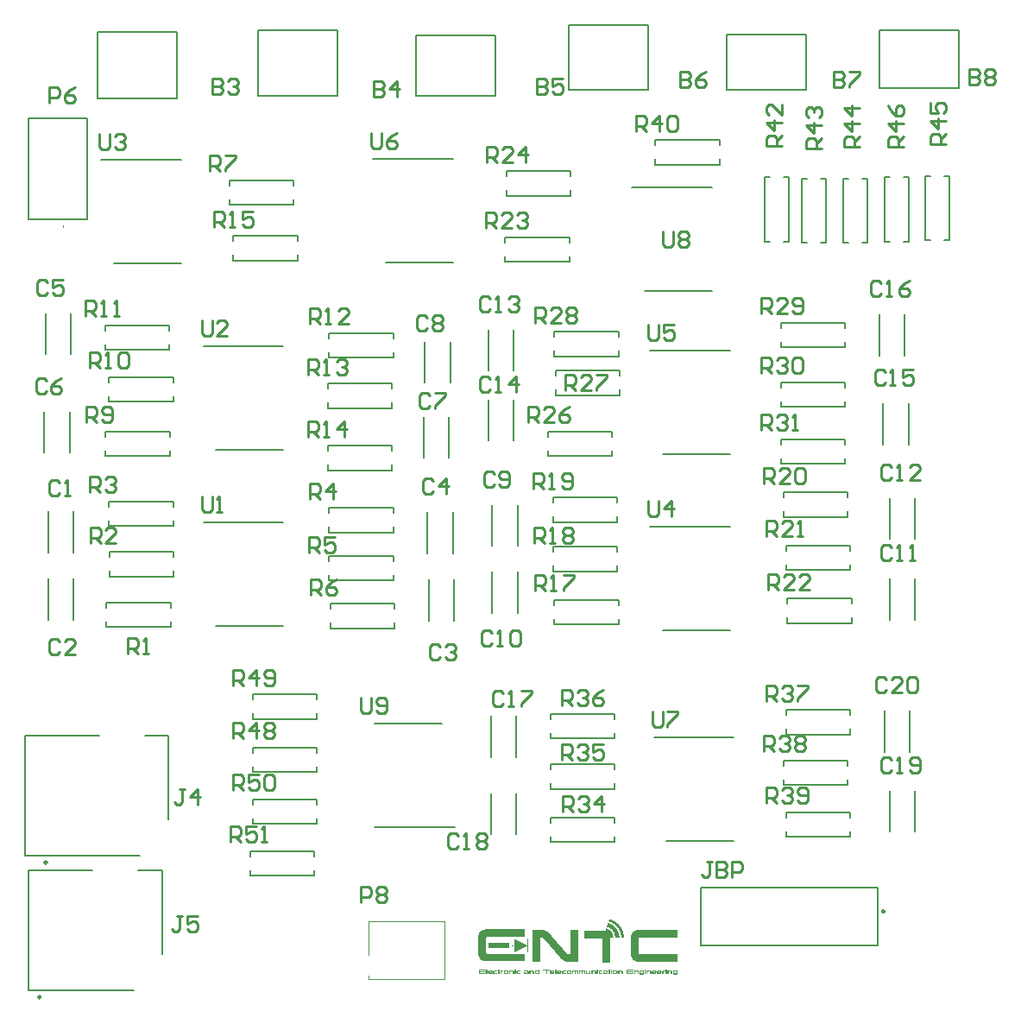
<source format=gto>
G04*
G04 #@! TF.GenerationSoftware,Altium Limited,Altium Designer,23.8.1 (32)*
G04*
G04 Layer_Color=65535*
%FSLAX44Y44*%
%MOMM*%
G71*
G04*
G04 #@! TF.SameCoordinates,3F070380-BFD0-420E-B22A-88B72DBD322C*
G04*
G04*
G04 #@! TF.FilePolarity,Positive*
G04*
G01*
G75*
%ADD10C,0.2500*%
%ADD11C,0.2000*%
%ADD12C,0.1000*%
%ADD13C,0.2540*%
G36*
X549910Y38315D02*
X549154D01*
Y38344D01*
X541068D01*
Y38373D01*
X540631D01*
Y38402D01*
X540311D01*
Y38431D01*
X540050D01*
Y38460D01*
X539817D01*
Y38489D01*
X539584D01*
Y38518D01*
X539410D01*
Y38547D01*
X539235D01*
Y38576D01*
X539061D01*
Y38605D01*
X538915D01*
Y38635D01*
X538770D01*
Y38664D01*
X538624D01*
Y38693D01*
X538508D01*
Y38722D01*
X538363D01*
Y38751D01*
X538246D01*
Y38780D01*
X538159D01*
Y38809D01*
X538043D01*
Y38838D01*
X537926D01*
Y38867D01*
X537839D01*
Y38896D01*
X537723D01*
Y38925D01*
X537635D01*
Y38955D01*
X537548D01*
Y38984D01*
X537461D01*
Y39013D01*
X537374D01*
Y39042D01*
X537286D01*
Y39071D01*
X537199D01*
Y39100D01*
X537141D01*
Y39129D01*
X537054D01*
Y39158D01*
X536966D01*
Y39187D01*
X536908D01*
Y39216D01*
X536821D01*
Y39245D01*
X536763D01*
Y39274D01*
X536675D01*
Y39304D01*
X536617D01*
Y39333D01*
X536559D01*
Y39362D01*
X536501D01*
Y39391D01*
X536443D01*
Y39420D01*
X536356D01*
Y39449D01*
X536297D01*
Y39478D01*
X536239D01*
Y39507D01*
X536181D01*
Y39536D01*
X536123D01*
Y39565D01*
X536065D01*
Y39594D01*
X536007D01*
Y39623D01*
X535977D01*
Y39653D01*
X535919D01*
Y39682D01*
X535861D01*
Y39711D01*
X535803D01*
Y39740D01*
X535745D01*
Y39769D01*
X535716D01*
Y39798D01*
X535658D01*
Y39827D01*
X535599D01*
Y39856D01*
X535541D01*
Y39885D01*
X535512D01*
Y39914D01*
X535454D01*
Y39943D01*
X535396D01*
Y39973D01*
X535367D01*
Y40002D01*
X535308D01*
Y40031D01*
X535279D01*
Y40060D01*
X535221D01*
Y40089D01*
X535192D01*
Y40118D01*
X535134D01*
Y40147D01*
X535105D01*
Y40176D01*
X535047D01*
Y40205D01*
X535018D01*
Y40234D01*
X534959D01*
Y40263D01*
X534930D01*
Y40293D01*
X534872D01*
Y40322D01*
X534843D01*
Y40351D01*
X534814D01*
Y40380D01*
X534756D01*
Y40409D01*
X534727D01*
Y40438D01*
X534669D01*
Y40467D01*
X534639D01*
Y40496D01*
X534610D01*
Y40525D01*
X534552D01*
Y40554D01*
X534523D01*
Y40583D01*
X534494D01*
Y40612D01*
X534436D01*
Y40641D01*
X534407D01*
Y40671D01*
X534378D01*
Y40700D01*
X534348D01*
Y40729D01*
X534290D01*
Y40758D01*
X534261D01*
Y40787D01*
X534232D01*
Y40816D01*
X534203D01*
Y40845D01*
X534145D01*
Y40874D01*
X534116D01*
Y40903D01*
X534087D01*
Y40932D01*
X534058D01*
Y40961D01*
X534029D01*
Y40991D01*
X533970D01*
Y41020D01*
X533941D01*
Y41049D01*
X533912D01*
Y41078D01*
X533883D01*
Y41107D01*
X533854D01*
Y41136D01*
X533825D01*
Y41165D01*
X533796D01*
Y41194D01*
X533738D01*
Y41223D01*
X533709D01*
Y41252D01*
X533680D01*
Y41281D01*
X533650D01*
Y41311D01*
X533621D01*
Y41340D01*
X533592D01*
Y41369D01*
X533563D01*
Y41398D01*
X533534D01*
Y41427D01*
X533505D01*
Y41456D01*
X533476D01*
Y41485D01*
X533447D01*
Y41514D01*
X533418D01*
Y41543D01*
X533389D01*
Y41572D01*
X533360D01*
Y41601D01*
X533301D01*
Y41631D01*
X533272D01*
Y41660D01*
X533243D01*
Y41689D01*
X533214D01*
Y41718D01*
X533185D01*
Y41747D01*
X533156D01*
Y41776D01*
X533127D01*
Y41805D01*
X533098D01*
Y41834D01*
X533069D01*
Y41892D01*
X533040D01*
Y41921D01*
X533010D01*
Y41950D01*
X532981D01*
Y41979D01*
X532952D01*
Y42009D01*
X532923D01*
Y42038D01*
X532894D01*
Y42067D01*
X532865D01*
Y42096D01*
X532836D01*
Y42125D01*
X532807D01*
Y42154D01*
X532778D01*
Y42183D01*
X532749D01*
Y42212D01*
X532720D01*
Y42241D01*
X532691D01*
Y42270D01*
X532662D01*
Y42329D01*
X532632D01*
Y42358D01*
X532603D01*
Y42387D01*
X532574D01*
Y42416D01*
X532545D01*
Y42445D01*
X532516D01*
Y42474D01*
X532487D01*
Y42532D01*
X532458D01*
Y42561D01*
X532429D01*
Y42590D01*
X532400D01*
Y42619D01*
X532371D01*
Y42649D01*
X532341D01*
Y42678D01*
X532312D01*
Y42736D01*
X532283D01*
Y42765D01*
X532254D01*
Y42794D01*
X532225D01*
Y42823D01*
X532196D01*
Y42852D01*
X532167D01*
Y42881D01*
X532138D01*
Y42939D01*
X532109D01*
Y42969D01*
X532080D01*
Y42998D01*
X532051D01*
Y43027D01*
X532022D01*
Y43056D01*
X531992D01*
Y43085D01*
X531963D01*
Y43143D01*
X531934D01*
Y43172D01*
X531905D01*
Y43201D01*
X531876D01*
Y43230D01*
X531847D01*
Y43259D01*
X531818D01*
Y43288D01*
X531789D01*
Y43347D01*
X531760D01*
Y43376D01*
X531731D01*
Y43405D01*
X531702D01*
Y43434D01*
X531673D01*
Y43463D01*
X531643D01*
Y43492D01*
X531614D01*
Y43550D01*
X531585D01*
Y43579D01*
X531556D01*
Y43608D01*
X531527D01*
Y43637D01*
X531498D01*
Y43667D01*
X531469D01*
Y43696D01*
X531440D01*
Y43754D01*
X531411D01*
Y43783D01*
X531382D01*
Y43812D01*
X531353D01*
Y43841D01*
X531324D01*
Y43870D01*
X531294D01*
Y43899D01*
X531265D01*
Y43957D01*
X531236D01*
Y43987D01*
X531207D01*
Y44016D01*
X531178D01*
Y44045D01*
X531149D01*
Y44074D01*
X531120D01*
Y44103D01*
X531091D01*
Y44161D01*
X531062D01*
Y44190D01*
X531033D01*
Y44219D01*
X531003D01*
Y44248D01*
X530975D01*
Y44277D01*
X530945D01*
Y44307D01*
X530916D01*
Y44365D01*
X530887D01*
Y44394D01*
X530858D01*
Y44423D01*
X530829D01*
Y44452D01*
X530800D01*
Y44481D01*
X530771D01*
Y44510D01*
X530742D01*
Y44568D01*
X530713D01*
Y44597D01*
X530684D01*
Y44626D01*
X530654D01*
Y44655D01*
X530625D01*
Y44685D01*
X530596D01*
Y44714D01*
X530567D01*
Y44772D01*
X530538D01*
Y44801D01*
X530509D01*
Y44830D01*
X530480D01*
Y44859D01*
X530451D01*
Y44888D01*
X530422D01*
Y44917D01*
X530393D01*
Y44975D01*
X530364D01*
Y45005D01*
X530335D01*
Y45034D01*
X530305D01*
Y45063D01*
X530276D01*
Y45092D01*
X530247D01*
Y45121D01*
X530218D01*
Y45179D01*
X530189D01*
Y45208D01*
X530160D01*
Y45237D01*
X530131D01*
Y45266D01*
X530102D01*
Y45295D01*
X530073D01*
Y45325D01*
X530044D01*
Y45383D01*
X530015D01*
Y45412D01*
X529986D01*
Y45441D01*
X529956D01*
Y45470D01*
X529927D01*
Y45499D01*
X529898D01*
Y45528D01*
X529869D01*
Y45586D01*
X529840D01*
Y45615D01*
X529811D01*
Y45644D01*
X529782D01*
Y45673D01*
X529753D01*
Y45703D01*
X529724D01*
Y45732D01*
X529695D01*
Y45790D01*
X529665D01*
Y45819D01*
X529636D01*
Y45848D01*
X529607D01*
Y45877D01*
X529578D01*
Y45906D01*
X529549D01*
Y45935D01*
X529520D01*
Y45993D01*
X529491D01*
Y46023D01*
X529462D01*
Y46052D01*
X529433D01*
Y46081D01*
X529404D01*
Y46110D01*
X529375D01*
Y46139D01*
X529346D01*
Y46197D01*
X529316D01*
Y46226D01*
X529287D01*
Y46255D01*
X529258D01*
Y46284D01*
X529229D01*
Y46313D01*
X529200D01*
Y46343D01*
X529171D01*
Y46401D01*
X529142D01*
Y46430D01*
X529113D01*
Y46459D01*
X529084D01*
Y46488D01*
X529055D01*
Y46517D01*
X529026D01*
Y46546D01*
X528997D01*
Y46604D01*
X528968D01*
Y46633D01*
X528938D01*
Y46663D01*
X528909D01*
Y46692D01*
X528880D01*
Y46721D01*
X528851D01*
Y46750D01*
X528822D01*
Y46808D01*
X528793D01*
Y46837D01*
X528764D01*
Y46866D01*
X528735D01*
Y46895D01*
X528706D01*
Y46924D01*
X528677D01*
Y46953D01*
X528647D01*
Y47011D01*
X528618D01*
Y47041D01*
X528589D01*
Y47070D01*
X528560D01*
Y47099D01*
X528531D01*
Y47128D01*
X528502D01*
Y47157D01*
X528473D01*
Y47215D01*
X528444D01*
Y47244D01*
X528415D01*
Y47273D01*
X528386D01*
Y47302D01*
X528357D01*
Y47332D01*
X528327D01*
Y47361D01*
X528298D01*
Y47419D01*
X528269D01*
Y47448D01*
X528240D01*
Y47477D01*
X528211D01*
Y47506D01*
X528182D01*
Y47535D01*
X528153D01*
Y47564D01*
X528124D01*
Y47622D01*
X528095D01*
Y47651D01*
X528066D01*
Y47681D01*
X528037D01*
Y47710D01*
X528008D01*
Y47739D01*
X527979D01*
Y47768D01*
X527949D01*
Y47826D01*
X527920D01*
Y47855D01*
X527891D01*
Y47884D01*
X527862D01*
Y47913D01*
X527833D01*
Y47942D01*
X527804D01*
Y47971D01*
X527775D01*
Y48030D01*
X527746D01*
Y48059D01*
X527717D01*
Y48088D01*
X527688D01*
Y48117D01*
X527659D01*
Y48146D01*
X527630D01*
Y48175D01*
X527600D01*
Y48233D01*
X527571D01*
Y48262D01*
X527542D01*
Y48291D01*
X527513D01*
Y48320D01*
X527484D01*
Y48349D01*
X527455D01*
Y48379D01*
X527426D01*
Y48437D01*
X527397D01*
Y48466D01*
X527368D01*
Y48495D01*
X527339D01*
Y48524D01*
X527309D01*
Y48553D01*
X527280D01*
Y48582D01*
X527251D01*
Y48640D01*
X527222D01*
Y48670D01*
X527193D01*
Y48699D01*
X527164D01*
Y48728D01*
X527135D01*
Y48757D01*
X527106D01*
Y48786D01*
X527077D01*
Y48844D01*
X527048D01*
Y48873D01*
X527019D01*
Y48902D01*
X526990D01*
Y48931D01*
X526960D01*
Y48960D01*
X526931D01*
Y48989D01*
X526902D01*
Y49048D01*
X526873D01*
Y49077D01*
X526844D01*
Y49106D01*
X526815D01*
Y49135D01*
X526786D01*
Y49164D01*
X526757D01*
Y49193D01*
X526728D01*
Y49251D01*
X526699D01*
Y49280D01*
X526670D01*
Y49309D01*
X526641D01*
Y49338D01*
X526611D01*
Y49368D01*
X526582D01*
Y49397D01*
X526553D01*
Y49455D01*
X526524D01*
Y49484D01*
X526495D01*
Y49513D01*
X526466D01*
Y49542D01*
X526437D01*
Y49571D01*
X526408D01*
Y49600D01*
X526379D01*
Y49658D01*
X526350D01*
Y49688D01*
X526321D01*
Y49717D01*
X526292D01*
Y49746D01*
X526262D01*
Y49775D01*
X526233D01*
Y49804D01*
X526204D01*
Y49862D01*
X526175D01*
Y49891D01*
X526146D01*
Y49920D01*
X526117D01*
Y49949D01*
X526088D01*
Y49978D01*
X526059D01*
Y50008D01*
X526030D01*
Y50066D01*
X526001D01*
Y50095D01*
X525971D01*
Y50124D01*
X525942D01*
Y50153D01*
X525913D01*
Y50182D01*
X525884D01*
Y50211D01*
X525855D01*
Y50269D01*
X525826D01*
Y50298D01*
X525797D01*
Y50327D01*
X525768D01*
Y50356D01*
X525739D01*
Y50386D01*
X525710D01*
Y50415D01*
X525681D01*
Y50473D01*
X525652D01*
Y50502D01*
X525622D01*
Y50531D01*
X525593D01*
Y50560D01*
X525564D01*
Y50589D01*
X525535D01*
Y50618D01*
X525506D01*
Y50676D01*
X525477D01*
Y50706D01*
X525448D01*
Y50735D01*
X525419D01*
Y50764D01*
X525390D01*
Y50793D01*
X525361D01*
Y50822D01*
X525332D01*
Y50880D01*
X525303D01*
Y50909D01*
X525273D01*
Y50938D01*
X525244D01*
Y50967D01*
X525215D01*
Y50996D01*
X525186D01*
Y51026D01*
X525157D01*
Y51084D01*
X525128D01*
Y51113D01*
X525099D01*
Y51142D01*
X525070D01*
Y51171D01*
X525041D01*
Y51200D01*
X525012D01*
Y51229D01*
X524983D01*
Y51287D01*
X524953D01*
Y51316D01*
X524924D01*
Y51346D01*
X524895D01*
Y51375D01*
X524866D01*
Y51404D01*
X524837D01*
Y51433D01*
X524808D01*
Y51491D01*
X524779D01*
Y51520D01*
X524750D01*
Y51549D01*
X524721D01*
Y51578D01*
X524692D01*
Y51607D01*
X524663D01*
Y51636D01*
X524633D01*
Y51694D01*
X524604D01*
Y51724D01*
X524575D01*
Y51753D01*
X524546D01*
Y51782D01*
X524517D01*
Y51811D01*
X524488D01*
Y51840D01*
X524459D01*
Y51898D01*
X524430D01*
Y51927D01*
X524401D01*
Y51956D01*
X524372D01*
Y51985D01*
X524343D01*
Y52014D01*
X524314D01*
Y52044D01*
X524285D01*
Y52102D01*
X524255D01*
Y52131D01*
X524226D01*
Y52160D01*
X524197D01*
Y52189D01*
X524168D01*
Y52218D01*
X524139D01*
Y52247D01*
X524110D01*
Y52305D01*
X524081D01*
Y52334D01*
X524052D01*
Y52364D01*
X524023D01*
Y52393D01*
X523994D01*
Y52422D01*
X523965D01*
Y52451D01*
X523936D01*
Y52509D01*
X523906D01*
Y52538D01*
X523877D01*
Y52567D01*
X523848D01*
Y52596D01*
X523819D01*
Y52625D01*
X523790D01*
Y52654D01*
X523761D01*
Y52712D01*
X523732D01*
Y52742D01*
X523703D01*
Y52771D01*
X523674D01*
Y52800D01*
X523645D01*
Y52829D01*
X523615D01*
Y52858D01*
X523586D01*
Y52916D01*
X523557D01*
Y52945D01*
X523528D01*
Y52974D01*
X523499D01*
Y53003D01*
X523470D01*
Y53032D01*
X523441D01*
Y53062D01*
X523412D01*
Y53120D01*
X523383D01*
Y53149D01*
X523354D01*
Y53178D01*
X523325D01*
Y53207D01*
X523296D01*
Y53236D01*
X523266D01*
Y53265D01*
X523237D01*
Y53323D01*
X523208D01*
Y53352D01*
X523179D01*
Y53382D01*
X523150D01*
Y53411D01*
X523121D01*
Y53440D01*
X523092D01*
Y53469D01*
X523063D01*
Y53527D01*
X523034D01*
Y53556D01*
X523005D01*
Y53585D01*
X522976D01*
Y53614D01*
X522947D01*
Y53643D01*
X522917D01*
Y53672D01*
X522888D01*
Y53731D01*
X522859D01*
Y53760D01*
X522830D01*
Y53789D01*
X522801D01*
Y53818D01*
X522772D01*
Y53847D01*
X522743D01*
Y53876D01*
X522714D01*
Y53934D01*
X522685D01*
Y53963D01*
X522656D01*
Y53992D01*
X522626D01*
Y54022D01*
X522598D01*
Y54050D01*
X522568D01*
Y54080D01*
X522539D01*
Y54138D01*
X522510D01*
Y54167D01*
X522481D01*
Y54196D01*
X522452D01*
Y54225D01*
X522423D01*
Y54254D01*
X522394D01*
Y54283D01*
X522365D01*
Y54341D01*
X522336D01*
Y54370D01*
X522307D01*
Y54400D01*
X522277D01*
Y54429D01*
X522248D01*
Y54458D01*
X522219D01*
Y54487D01*
X522190D01*
Y54545D01*
X522161D01*
Y54574D01*
X522132D01*
Y54603D01*
X522103D01*
Y54632D01*
X522074D01*
Y54661D01*
X522045D01*
Y54690D01*
X522016D01*
Y54749D01*
X521987D01*
Y54778D01*
X521958D01*
Y54807D01*
X521928D01*
Y54836D01*
X521899D01*
Y54865D01*
X521870D01*
Y54894D01*
X521841D01*
Y54952D01*
X521812D01*
Y54981D01*
X521783D01*
Y55010D01*
X521754D01*
Y55040D01*
X521725D01*
Y55069D01*
X521696D01*
Y55098D01*
X521667D01*
Y55156D01*
X521638D01*
Y55185D01*
X521609D01*
Y55214D01*
X521579D01*
Y55243D01*
X521550D01*
Y55272D01*
X521521D01*
Y55301D01*
X521492D01*
Y55360D01*
X521463D01*
Y55388D01*
X521434D01*
Y55418D01*
X521405D01*
Y55447D01*
X521376D01*
Y55476D01*
X521347D01*
Y55505D01*
X521318D01*
Y55563D01*
X521288D01*
Y55592D01*
X521259D01*
Y55621D01*
X521230D01*
Y55650D01*
X521201D01*
Y55679D01*
X521172D01*
Y55708D01*
X521143D01*
Y55767D01*
X521114D01*
Y55796D01*
X521085D01*
Y55825D01*
X521056D01*
Y55854D01*
X521027D01*
Y55883D01*
X520998D01*
Y55912D01*
X520969D01*
Y55970D01*
X520939D01*
Y55999D01*
X520910D01*
Y56028D01*
X520881D01*
Y56058D01*
X520852D01*
Y56087D01*
X520823D01*
Y56116D01*
X520794D01*
Y56174D01*
X520765D01*
Y56203D01*
X520736D01*
Y56232D01*
X520707D01*
Y56261D01*
X520678D01*
Y56290D01*
X520649D01*
Y56319D01*
X520620D01*
Y56378D01*
X520590D01*
Y56407D01*
X520561D01*
Y56436D01*
X520532D01*
Y56465D01*
X520503D01*
Y56494D01*
X520474D01*
Y56523D01*
X520445D01*
Y56581D01*
X520416D01*
Y56610D01*
X520387D01*
Y56639D01*
X520358D01*
Y56668D01*
X520329D01*
Y56697D01*
X520300D01*
Y56726D01*
X520271D01*
Y56785D01*
X520241D01*
Y56814D01*
X520212D01*
Y56843D01*
X520183D01*
Y56872D01*
X520154D01*
Y56901D01*
X520125D01*
Y56930D01*
X520096D01*
Y56988D01*
X520067D01*
Y57017D01*
X520038D01*
Y57046D01*
X520009D01*
Y57076D01*
X519980D01*
Y57105D01*
X519950D01*
Y57134D01*
X519921D01*
Y57192D01*
X519892D01*
Y57221D01*
X519863D01*
Y57250D01*
X519834D01*
Y57279D01*
X519805D01*
Y57308D01*
X519776D01*
Y57337D01*
X519747D01*
Y57396D01*
X519718D01*
Y57425D01*
X519689D01*
Y57454D01*
X519660D01*
Y57483D01*
X519631D01*
Y57512D01*
X519602D01*
Y57541D01*
X519572D01*
Y57599D01*
X519543D01*
Y57628D01*
X519514D01*
Y57657D01*
X519485D01*
Y57686D01*
X519456D01*
Y57716D01*
X519427D01*
Y57745D01*
X519398D01*
Y57803D01*
X519369D01*
Y57832D01*
X519340D01*
Y57861D01*
X519311D01*
Y57890D01*
X519282D01*
Y57919D01*
X519253D01*
Y57948D01*
X519223D01*
Y58006D01*
X519194D01*
Y58035D01*
X519165D01*
Y58064D01*
X519136D01*
Y58094D01*
X519107D01*
Y58123D01*
X519078D01*
Y58152D01*
X519049D01*
Y58210D01*
X519020D01*
Y58239D01*
X518991D01*
Y58268D01*
X518962D01*
Y58297D01*
X518932D01*
Y58326D01*
X518903D01*
Y58355D01*
X518874D01*
Y58414D01*
X518845D01*
Y58443D01*
X518816D01*
Y58472D01*
X518787D01*
Y58501D01*
X518758D01*
Y58530D01*
X518729D01*
Y58559D01*
X518700D01*
Y58617D01*
X518671D01*
Y58646D01*
X518642D01*
Y58675D01*
X518613D01*
Y58705D01*
X518583D01*
Y58734D01*
X518554D01*
Y58763D01*
X518525D01*
Y58821D01*
X518496D01*
Y58850D01*
X518467D01*
Y58879D01*
X518438D01*
Y58908D01*
X518409D01*
Y58937D01*
X518380D01*
Y58966D01*
X518351D01*
Y59024D01*
X518322D01*
Y59054D01*
X518293D01*
Y59083D01*
X518264D01*
Y59112D01*
X518234D01*
Y59141D01*
X518205D01*
Y59170D01*
X518176D01*
Y59228D01*
X518147D01*
Y59257D01*
X518118D01*
Y59286D01*
X518089D01*
Y59315D01*
X518060D01*
Y59344D01*
X518031D01*
Y59373D01*
X518002D01*
Y59402D01*
X517973D01*
Y59461D01*
X517943D01*
Y59490D01*
X517915D01*
Y59519D01*
X517885D01*
Y59548D01*
X517856D01*
Y59577D01*
X517827D01*
Y59635D01*
X517798D01*
Y59664D01*
X517769D01*
Y59693D01*
X517740D01*
Y59722D01*
X517711D01*
Y59752D01*
X517682D01*
Y59781D01*
X517653D01*
Y59839D01*
X517624D01*
Y59868D01*
X517594D01*
Y59897D01*
X517565D01*
Y59926D01*
X517536D01*
Y59955D01*
X517507D01*
Y59984D01*
X517478D01*
Y60043D01*
X517449D01*
Y60072D01*
X517420D01*
Y60101D01*
X517391D01*
Y60130D01*
X517362D01*
Y60159D01*
X517333D01*
Y60188D01*
X517304D01*
Y60217D01*
X517275D01*
Y60275D01*
X517245D01*
Y60304D01*
X517216D01*
Y60333D01*
X517187D01*
Y60362D01*
X517158D01*
Y60392D01*
X517129D01*
Y60421D01*
X517100D01*
Y60450D01*
X517071D01*
Y60479D01*
X517042D01*
Y60508D01*
X517013D01*
Y60537D01*
X516984D01*
Y60566D01*
X516955D01*
Y60595D01*
X516926D01*
Y60624D01*
X516896D01*
Y60653D01*
X516867D01*
Y60682D01*
X516838D01*
Y60711D01*
X516809D01*
Y60740D01*
X516780D01*
Y60770D01*
X516751D01*
Y60799D01*
X516722D01*
Y60828D01*
X516693D01*
Y60857D01*
X516664D01*
Y60886D01*
X516635D01*
Y60915D01*
X516576D01*
Y60944D01*
X516547D01*
Y60973D01*
X516518D01*
Y61002D01*
X516489D01*
Y61031D01*
X516460D01*
Y61061D01*
X516402D01*
Y61090D01*
X516373D01*
Y61119D01*
X516344D01*
Y61148D01*
X516315D01*
Y61177D01*
X516286D01*
Y61206D01*
X516227D01*
Y61235D01*
X516198D01*
Y61264D01*
X516169D01*
Y61293D01*
X516111D01*
Y61322D01*
X516082D01*
Y61351D01*
X516053D01*
Y61380D01*
X515995D01*
Y61410D01*
X515966D01*
Y61439D01*
X515908D01*
Y61468D01*
X515878D01*
Y61497D01*
X515820D01*
Y61526D01*
X515791D01*
Y61555D01*
X515733D01*
Y61584D01*
X515704D01*
Y61613D01*
X515646D01*
Y61642D01*
X515617D01*
Y61671D01*
X515558D01*
Y61700D01*
X515500D01*
Y61729D01*
X515471D01*
Y61759D01*
X515413D01*
Y61788D01*
X515355D01*
Y61817D01*
X515297D01*
Y61846D01*
X515267D01*
Y61875D01*
X515209D01*
Y61904D01*
X515151D01*
Y61933D01*
X515093D01*
Y61962D01*
X515035D01*
Y61991D01*
X514977D01*
Y62020D01*
X514919D01*
Y62049D01*
X514831D01*
Y62078D01*
X514773D01*
Y62108D01*
X514715D01*
Y62137D01*
X514628D01*
Y62166D01*
X514570D01*
Y62195D01*
X514482D01*
Y62224D01*
X514395D01*
Y62253D01*
X514308D01*
Y62282D01*
X514220D01*
Y62311D01*
X514133D01*
Y62340D01*
X514017D01*
Y62369D01*
X513900D01*
Y62399D01*
X513755D01*
Y62428D01*
X513610D01*
Y62457D01*
X513406D01*
Y62486D01*
X513086D01*
Y62515D01*
X512679D01*
Y62486D01*
X512533D01*
Y38315D01*
X511864D01*
Y38344D01*
X505000D01*
Y54138D01*
X500695D01*
Y54167D01*
X500637D01*
Y47826D01*
X500608D01*
Y47564D01*
X500433D01*
Y47535D01*
X500142D01*
Y48291D01*
X500172D01*
Y48320D01*
X500142D01*
Y48379D01*
X500172D01*
Y54254D01*
X500113D01*
Y54225D01*
X500055D01*
Y54196D01*
X499997D01*
Y54167D01*
X499939D01*
Y54138D01*
X499881D01*
Y54109D01*
X499822D01*
Y54080D01*
X499764D01*
Y54050D01*
X499706D01*
Y54022D01*
X499648D01*
Y53992D01*
X499590D01*
Y53963D01*
X499532D01*
Y53934D01*
X499473D01*
Y53905D01*
X499415D01*
Y53876D01*
X499357D01*
Y53847D01*
X499299D01*
Y53818D01*
X499241D01*
Y53789D01*
X499183D01*
Y53760D01*
X499124D01*
Y53731D01*
X499066D01*
Y53702D01*
X499008D01*
Y53672D01*
X498950D01*
Y53643D01*
X498892D01*
Y53614D01*
X498834D01*
Y53585D01*
X498775D01*
Y53556D01*
X498717D01*
Y53527D01*
X498659D01*
Y53498D01*
X498601D01*
Y53469D01*
X498543D01*
Y53440D01*
X498484D01*
Y53411D01*
X498426D01*
Y53382D01*
X498397D01*
Y53352D01*
X498339D01*
Y53323D01*
X498252D01*
Y53294D01*
X498223D01*
Y53265D01*
X498164D01*
Y53236D01*
X498106D01*
Y53207D01*
X498048D01*
Y53178D01*
X497990D01*
Y53149D01*
X497932D01*
Y53120D01*
X497874D01*
Y53091D01*
X497815D01*
Y53062D01*
X497757D01*
Y53032D01*
X497699D01*
Y53003D01*
X497641D01*
Y52974D01*
X497583D01*
Y52945D01*
X497525D01*
Y52916D01*
X497466D01*
Y52887D01*
X497408D01*
Y52858D01*
X497350D01*
Y52829D01*
X497292D01*
Y52800D01*
X497234D01*
Y52771D01*
X497175D01*
Y52742D01*
X497117D01*
Y52712D01*
X497059D01*
Y52684D01*
X497001D01*
Y52654D01*
X496943D01*
Y52625D01*
X496885D01*
Y52596D01*
X496827D01*
Y52567D01*
X496768D01*
Y52538D01*
X496739D01*
Y52509D01*
X496681D01*
Y52480D01*
X496594D01*
Y52451D01*
X496565D01*
Y52422D01*
X496507D01*
Y52393D01*
X496448D01*
Y52364D01*
X496390D01*
Y52334D01*
X496332D01*
Y52305D01*
X496274D01*
Y52276D01*
X496216D01*
Y52247D01*
X496157D01*
Y52218D01*
X496099D01*
Y52189D01*
X496041D01*
Y52160D01*
X495983D01*
Y52131D01*
X495925D01*
Y52102D01*
X495867D01*
Y52073D01*
X495808D01*
Y52044D01*
X495750D01*
Y52014D01*
X495692D01*
Y51985D01*
X495634D01*
Y51956D01*
X495576D01*
Y51927D01*
X495518D01*
Y51898D01*
X495459D01*
Y51869D01*
X495401D01*
Y51840D01*
X495343D01*
Y51811D01*
X495285D01*
Y51782D01*
X495227D01*
Y51753D01*
X495198D01*
Y51724D01*
X495139D01*
Y51694D01*
X495052D01*
Y51665D01*
X495023D01*
Y51636D01*
X494965D01*
Y51607D01*
X494907D01*
Y51578D01*
X494849D01*
Y51549D01*
X494790D01*
Y51520D01*
X494732D01*
Y51491D01*
X494674D01*
Y51462D01*
X494616D01*
Y51433D01*
X494558D01*
Y51404D01*
X494500D01*
Y51375D01*
X494441D01*
Y51346D01*
X494383D01*
Y51316D01*
X494325D01*
Y51287D01*
X494267D01*
Y51258D01*
X494209D01*
Y51229D01*
X494151D01*
Y51200D01*
X494092D01*
Y51171D01*
X494034D01*
Y51142D01*
X493976D01*
Y51113D01*
X493918D01*
Y51084D01*
X493860D01*
Y51055D01*
X493801D01*
Y51026D01*
X493743D01*
Y50996D01*
X493685D01*
Y50967D01*
X493656D01*
Y50938D01*
X493598D01*
Y50909D01*
X493511D01*
Y50880D01*
X493481D01*
Y50851D01*
X493423D01*
Y50822D01*
X493365D01*
Y50793D01*
X493307D01*
Y50764D01*
X493249D01*
Y50735D01*
X493191D01*
Y50706D01*
X493133D01*
Y50676D01*
X493074D01*
Y50647D01*
X493016D01*
Y50618D01*
X492958D01*
Y50589D01*
X492900D01*
Y50560D01*
X492842D01*
Y50531D01*
X492783D01*
Y50502D01*
X492725D01*
Y50473D01*
X492667D01*
Y50444D01*
X492609D01*
Y50415D01*
X492551D01*
Y50386D01*
X492493D01*
Y50356D01*
X492434D01*
Y50327D01*
X492376D01*
Y50298D01*
X492318D01*
Y50269D01*
X492260D01*
Y50240D01*
X492202D01*
Y50211D01*
X492144D01*
Y50182D01*
X492114D01*
Y50153D01*
X492056D01*
Y50124D01*
X491969D01*
Y50095D01*
X491940D01*
Y50066D01*
X491882D01*
Y50037D01*
X491824D01*
Y50008D01*
X491765D01*
Y49978D01*
X491707D01*
Y49949D01*
X491649D01*
Y49920D01*
X491591D01*
Y49891D01*
X491533D01*
Y49862D01*
X491474D01*
Y49833D01*
X491416D01*
Y49804D01*
X491358D01*
Y49775D01*
X491300D01*
Y49746D01*
X491242D01*
Y49717D01*
X491184D01*
Y49688D01*
X491125D01*
Y49658D01*
X491067D01*
Y49629D01*
X491009D01*
Y49600D01*
X490951D01*
Y49571D01*
X490893D01*
Y49542D01*
X490835D01*
Y49513D01*
X490776D01*
Y49484D01*
X490718D01*
Y49455D01*
X490660D01*
Y49426D01*
X490602D01*
Y49397D01*
X490544D01*
Y49368D01*
X490515D01*
Y49338D01*
X490457D01*
Y49309D01*
X490369D01*
Y49280D01*
X490340D01*
Y49251D01*
X490282D01*
Y49222D01*
X490224D01*
Y49193D01*
X490166D01*
Y49164D01*
X490107D01*
Y49135D01*
X490049D01*
Y49106D01*
X489991D01*
Y49077D01*
X489933D01*
Y49048D01*
X489875D01*
Y49019D01*
X489817D01*
Y48989D01*
X489758D01*
Y48960D01*
X489700D01*
Y48931D01*
X489642D01*
Y48902D01*
X489584D01*
Y48873D01*
X489526D01*
Y48844D01*
X489468D01*
Y48815D01*
X489409D01*
Y48786D01*
X489351D01*
Y48757D01*
X489293D01*
Y48728D01*
X489235D01*
Y48699D01*
X489177D01*
Y48670D01*
X489118D01*
Y48640D01*
X489060D01*
Y48611D01*
X489002D01*
Y48582D01*
X488944D01*
Y48553D01*
X488886D01*
Y48524D01*
X488828D01*
Y48495D01*
X488798D01*
Y48466D01*
X488740D01*
Y48437D01*
X488682D01*
Y48408D01*
X488624D01*
Y48379D01*
X488566D01*
Y48349D01*
X488508D01*
Y48320D01*
X488450D01*
Y48291D01*
X488391D01*
Y48262D01*
X488333D01*
Y48233D01*
X488275D01*
Y48204D01*
X488246D01*
Y48175D01*
X488188D01*
Y48146D01*
X488130D01*
Y48117D01*
X488071D01*
Y48088D01*
X488042D01*
Y48059D01*
X487984D01*
Y48030D01*
X487926D01*
Y48000D01*
X487897D01*
Y47971D01*
X487839D01*
Y47942D01*
X487780D01*
Y47913D01*
X487693D01*
Y47855D01*
X487548D01*
Y47884D01*
X487402D01*
Y47971D01*
X487431D01*
Y48175D01*
X487461D01*
Y50444D01*
X487490D01*
Y54138D01*
X486355D01*
Y54109D01*
X485337D01*
Y54138D01*
X482603D01*
Y52102D01*
X480683D01*
Y52073D01*
X476495D01*
Y52102D01*
X473731D01*
Y52073D01*
X473092D01*
Y52102D01*
X469921D01*
Y52073D01*
X464744D01*
Y52102D01*
X462446D01*
Y57279D01*
X482603D01*
Y54923D01*
X482574D01*
Y54632D01*
X487519D01*
Y60973D01*
X487548D01*
Y60944D01*
X487606D01*
Y60915D01*
X487664D01*
Y60886D01*
X487722D01*
Y60857D01*
X487780D01*
Y60828D01*
X487839D01*
Y60799D01*
X487897D01*
Y60770D01*
X487955D01*
Y60740D01*
X488013D01*
Y60711D01*
X488071D01*
Y60682D01*
X488130D01*
Y60653D01*
X488188D01*
Y60624D01*
X488246D01*
Y60595D01*
X488304D01*
Y60566D01*
X488362D01*
Y60537D01*
X488391D01*
Y60508D01*
X488479D01*
Y60479D01*
X488508D01*
Y60450D01*
X488566D01*
Y60421D01*
X488624D01*
Y60392D01*
X488682D01*
Y60362D01*
X488740D01*
Y60333D01*
X488798D01*
Y60304D01*
X488857D01*
Y60275D01*
X488915D01*
Y60246D01*
X488973D01*
Y60217D01*
X489031D01*
Y60188D01*
X489089D01*
Y60159D01*
X489148D01*
Y60130D01*
X489206D01*
Y60101D01*
X489264D01*
Y60072D01*
X489322D01*
Y60043D01*
X489380D01*
Y60013D01*
X489438D01*
Y59984D01*
X489497D01*
Y59955D01*
X489555D01*
Y59926D01*
X489613D01*
Y59897D01*
X489642D01*
Y59868D01*
X489700D01*
Y59839D01*
X489758D01*
Y59810D01*
X489817D01*
Y59781D01*
X489875D01*
Y59752D01*
X489933D01*
Y59722D01*
X489991D01*
Y59693D01*
X490049D01*
Y59664D01*
X490107D01*
Y59635D01*
X490166D01*
Y59606D01*
X490224D01*
Y59577D01*
X490282D01*
Y59548D01*
X490340D01*
Y59519D01*
X490398D01*
Y59490D01*
X490457D01*
Y59461D01*
X490515D01*
Y59432D01*
X490573D01*
Y59402D01*
X490631D01*
Y59373D01*
X490689D01*
Y59344D01*
X490747D01*
Y59315D01*
X490806D01*
Y59286D01*
X490835D01*
Y59257D01*
X490893D01*
Y59228D01*
X490951D01*
Y59199D01*
X491009D01*
Y59170D01*
X491067D01*
Y59141D01*
X491125D01*
Y59112D01*
X491184D01*
Y59083D01*
X491242D01*
Y59054D01*
X491300D01*
Y59024D01*
X491358D01*
Y58995D01*
X491416D01*
Y58966D01*
X491474D01*
Y58937D01*
X491533D01*
Y58908D01*
X491591D01*
Y58879D01*
X491649D01*
Y58850D01*
X491707D01*
Y58821D01*
X491765D01*
Y58792D01*
X491824D01*
Y58763D01*
X491882D01*
Y58734D01*
X491940D01*
Y58705D01*
X491998D01*
Y58675D01*
X492027D01*
Y58646D01*
X492114D01*
Y58617D01*
X492144D01*
Y58588D01*
X492202D01*
Y58559D01*
X492260D01*
Y58530D01*
X492318D01*
Y58501D01*
X492376D01*
Y58472D01*
X492434D01*
Y58443D01*
X492493D01*
Y58414D01*
X492551D01*
Y58384D01*
X492609D01*
Y58355D01*
X492667D01*
Y58326D01*
X492725D01*
Y58297D01*
X492783D01*
Y58268D01*
X492842D01*
Y58239D01*
X492900D01*
Y58210D01*
X492958D01*
Y58181D01*
X493016D01*
Y58152D01*
X493074D01*
Y58123D01*
X493133D01*
Y58094D01*
X493191D01*
Y58064D01*
X493249D01*
Y58035D01*
X493307D01*
Y58006D01*
X493365D01*
Y57977D01*
X493423D01*
Y57948D01*
X493481D01*
Y57919D01*
X493511D01*
Y57890D01*
X493598D01*
Y57861D01*
X493656D01*
Y57832D01*
X493685D01*
Y57803D01*
X493743D01*
Y57774D01*
X493801D01*
Y57745D01*
X493860D01*
Y57716D01*
X493918D01*
Y57686D01*
X493976D01*
Y57657D01*
X494034D01*
Y57628D01*
X494092D01*
Y57599D01*
X494151D01*
Y57570D01*
X494209D01*
Y57541D01*
X494267D01*
Y57512D01*
X494325D01*
Y57483D01*
X494383D01*
Y57454D01*
X494441D01*
Y57425D01*
X494500D01*
Y57396D01*
X494558D01*
Y57366D01*
X494616D01*
Y57337D01*
X494674D01*
Y57308D01*
X494732D01*
Y57279D01*
X494790D01*
Y57250D01*
X494849D01*
Y57221D01*
X494907D01*
Y57192D01*
X494965D01*
Y57163D01*
X495023D01*
Y57134D01*
X495081D01*
Y57105D01*
X495139D01*
Y57076D01*
X495169D01*
Y57046D01*
X495256D01*
Y57017D01*
X495314D01*
Y56988D01*
X495343D01*
Y56959D01*
X495401D01*
Y56930D01*
X495459D01*
Y56901D01*
X495518D01*
Y56872D01*
X495576D01*
Y56843D01*
X495634D01*
Y56814D01*
X495692D01*
Y56785D01*
X495750D01*
Y56756D01*
X495808D01*
Y56726D01*
X495867D01*
Y56697D01*
X495925D01*
Y56668D01*
X495983D01*
Y56639D01*
X496041D01*
Y56610D01*
X496099D01*
Y56581D01*
X496157D01*
Y56552D01*
X496216D01*
Y56523D01*
X496274D01*
Y56494D01*
X496332D01*
Y56465D01*
X496390D01*
Y56436D01*
X496448D01*
Y56407D01*
X496507D01*
Y56378D01*
X496565D01*
Y56348D01*
X496623D01*
Y56319D01*
X496681D01*
Y56290D01*
X496739D01*
Y56261D01*
X496797D01*
Y56232D01*
X496856D01*
Y56203D01*
X496914D01*
Y56174D01*
X496972D01*
Y56145D01*
X497030D01*
Y56116D01*
X497059D01*
Y56087D01*
X497146D01*
Y56058D01*
X497205D01*
Y56028D01*
X497263D01*
Y55999D01*
X497292D01*
Y55970D01*
X497350D01*
Y55941D01*
X497408D01*
Y55912D01*
X497466D01*
Y55883D01*
X497525D01*
Y55854D01*
X497583D01*
Y55825D01*
X497641D01*
Y55796D01*
X497699D01*
Y55767D01*
X497757D01*
Y55738D01*
X497815D01*
Y55708D01*
X497874D01*
Y55679D01*
X497932D01*
Y55650D01*
X497990D01*
Y55621D01*
X498048D01*
Y55592D01*
X498106D01*
Y55563D01*
X498164D01*
Y55534D01*
X498223D01*
Y55505D01*
X498281D01*
Y55476D01*
X498339D01*
Y55447D01*
X498397D01*
Y55418D01*
X498455D01*
Y55388D01*
X498513D01*
Y55360D01*
X498572D01*
Y55330D01*
X498630D01*
Y55301D01*
X498688D01*
Y55272D01*
X498746D01*
Y55243D01*
X498804D01*
Y55214D01*
X498863D01*
Y55185D01*
X498921D01*
Y55156D01*
X498979D01*
Y55127D01*
X499037D01*
Y55098D01*
X499095D01*
Y55069D01*
X499153D01*
Y55040D01*
X499183D01*
Y55010D01*
X499270D01*
Y54981D01*
X499328D01*
Y54952D01*
X499386D01*
Y54923D01*
X499415D01*
Y54894D01*
X499473D01*
Y54865D01*
X499532D01*
Y54836D01*
X499590D01*
Y54807D01*
X499648D01*
Y54778D01*
X499706D01*
Y54749D01*
X499764D01*
Y54720D01*
X499822D01*
Y54690D01*
X499881D01*
Y54661D01*
X499939D01*
Y54632D01*
X499997D01*
Y54603D01*
X500055D01*
Y54574D01*
X500113D01*
Y54545D01*
X500142D01*
Y54720D01*
X500172D01*
Y60275D01*
X500142D01*
Y60362D01*
X500172D01*
Y60392D01*
X500142D01*
Y60944D01*
X500637D01*
Y54632D01*
X505029D01*
Y55272D01*
X505000D01*
Y69874D01*
X512155D01*
Y69903D01*
X512679D01*
Y69874D01*
X513435D01*
Y69845D01*
X513959D01*
Y69816D01*
X514366D01*
Y69787D01*
X514657D01*
Y69757D01*
X514948D01*
Y69728D01*
X515180D01*
Y69699D01*
X515384D01*
Y69670D01*
X515558D01*
Y69641D01*
X515733D01*
Y69612D01*
X515878D01*
Y69583D01*
X516024D01*
Y69554D01*
X516169D01*
Y69525D01*
X516315D01*
Y69496D01*
X516431D01*
Y69467D01*
X516547D01*
Y69437D01*
X516664D01*
Y69408D01*
X516751D01*
Y69379D01*
X516867D01*
Y69350D01*
X516955D01*
Y69321D01*
X517042D01*
Y69292D01*
X517129D01*
Y69263D01*
X517216D01*
Y69234D01*
X517304D01*
Y69205D01*
X517391D01*
Y69176D01*
X517449D01*
Y69147D01*
X517536D01*
Y69117D01*
X517624D01*
Y69089D01*
X517682D01*
Y69059D01*
X517769D01*
Y69030D01*
X517827D01*
Y69001D01*
X517915D01*
Y68972D01*
X517973D01*
Y68943D01*
X518031D01*
Y68914D01*
X518089D01*
Y68885D01*
X518147D01*
Y68856D01*
X518234D01*
Y68827D01*
X518293D01*
Y68798D01*
X518351D01*
Y68769D01*
X518409D01*
Y68739D01*
X518467D01*
Y68710D01*
X518525D01*
Y68681D01*
X518583D01*
Y68652D01*
X518642D01*
Y68623D01*
X518671D01*
Y68594D01*
X518729D01*
Y68565D01*
X518787D01*
Y68536D01*
X518845D01*
Y68507D01*
X518903D01*
Y68478D01*
X518932D01*
Y68449D01*
X518991D01*
Y68419D01*
X519049D01*
Y68390D01*
X519078D01*
Y68361D01*
X519136D01*
Y68332D01*
X519194D01*
Y68303D01*
X519223D01*
Y68274D01*
X519282D01*
Y68245D01*
X519311D01*
Y68216D01*
X519369D01*
Y68187D01*
X519427D01*
Y68158D01*
X519456D01*
Y68129D01*
X519514D01*
Y68099D01*
X519543D01*
Y68070D01*
X519602D01*
Y68041D01*
X519631D01*
Y68012D01*
X519689D01*
Y67983D01*
X519718D01*
Y67954D01*
X519747D01*
Y67925D01*
X519805D01*
Y67896D01*
X519834D01*
Y67867D01*
X519892D01*
Y67838D01*
X519921D01*
Y67809D01*
X519950D01*
Y67779D01*
X520009D01*
Y67751D01*
X520038D01*
Y67721D01*
X520067D01*
Y67692D01*
X520125D01*
Y67663D01*
X520154D01*
Y67634D01*
X520183D01*
Y67605D01*
X520241D01*
Y67576D01*
X520271D01*
Y67547D01*
X520300D01*
Y67518D01*
X520358D01*
Y67489D01*
X520387D01*
Y67460D01*
X520416D01*
Y67431D01*
X520445D01*
Y67401D01*
X520474D01*
Y67372D01*
X520532D01*
Y67343D01*
X520561D01*
Y67314D01*
X520590D01*
Y67285D01*
X520620D01*
Y67256D01*
X520678D01*
Y67227D01*
X520707D01*
Y67198D01*
X520736D01*
Y67169D01*
X520765D01*
Y67140D01*
X520794D01*
Y67111D01*
X520823D01*
Y67081D01*
X520881D01*
Y67052D01*
X520910D01*
Y67023D01*
X520939D01*
Y66994D01*
X520969D01*
Y66965D01*
X520998D01*
Y66936D01*
X521027D01*
Y66907D01*
X521056D01*
Y66878D01*
X521085D01*
Y66849D01*
X521114D01*
Y66820D01*
X521172D01*
Y66791D01*
X521201D01*
Y66761D01*
X521230D01*
Y66732D01*
X521259D01*
Y66703D01*
X521288D01*
Y66674D01*
X521318D01*
Y66645D01*
X521347D01*
Y66616D01*
X521376D01*
Y66587D01*
X521405D01*
Y66558D01*
X521434D01*
Y66529D01*
X521463D01*
Y66500D01*
X521492D01*
Y66471D01*
X521521D01*
Y66441D01*
X521550D01*
Y66413D01*
X521579D01*
Y66383D01*
X521609D01*
Y66354D01*
X521638D01*
Y66325D01*
X521667D01*
Y66296D01*
X521696D01*
Y66267D01*
X521725D01*
Y66238D01*
X521754D01*
Y66209D01*
X521783D01*
Y66180D01*
X521812D01*
Y66151D01*
X521841D01*
Y66122D01*
X521870D01*
Y66093D01*
X521899D01*
Y66063D01*
X521928D01*
Y66034D01*
X521958D01*
Y66005D01*
X521987D01*
Y65976D01*
X522016D01*
Y65947D01*
X522045D01*
Y65918D01*
X522074D01*
Y65889D01*
X522103D01*
Y65860D01*
X522132D01*
Y65831D01*
X522161D01*
Y65773D01*
X522190D01*
Y65743D01*
X522219D01*
Y65714D01*
X522248D01*
Y65685D01*
X522277D01*
Y65656D01*
X522307D01*
Y65627D01*
X522336D01*
Y65598D01*
X522365D01*
Y65569D01*
X522394D01*
Y65540D01*
X522423D01*
Y65511D01*
X522452D01*
Y65453D01*
X522481D01*
Y65423D01*
X522510D01*
Y65394D01*
X522539D01*
Y65365D01*
X522568D01*
Y65336D01*
X522598D01*
Y65307D01*
X522626D01*
Y65249D01*
X522656D01*
Y65220D01*
X522685D01*
Y65191D01*
X522714D01*
Y65162D01*
X522743D01*
Y65133D01*
X522772D01*
Y65104D01*
X522801D01*
Y65075D01*
X522830D01*
Y65016D01*
X522859D01*
Y64987D01*
X522888D01*
Y64958D01*
X522917D01*
Y64929D01*
X522947D01*
Y64900D01*
X522976D01*
Y64871D01*
X523005D01*
Y64813D01*
X523034D01*
Y64784D01*
X523063D01*
Y64755D01*
X523092D01*
Y64725D01*
X523121D01*
Y64696D01*
X523150D01*
Y64667D01*
X523179D01*
Y64638D01*
X523208D01*
Y64580D01*
X523237D01*
Y64551D01*
X523266D01*
Y64522D01*
X523296D01*
Y64493D01*
X523325D01*
Y64464D01*
X523354D01*
Y64435D01*
X523383D01*
Y64376D01*
X523412D01*
Y64347D01*
X523441D01*
Y64318D01*
X523470D01*
Y64289D01*
X523499D01*
Y64260D01*
X523528D01*
Y64231D01*
X523557D01*
Y64202D01*
X523586D01*
Y64144D01*
X523615D01*
Y64115D01*
X523645D01*
Y64085D01*
X523674D01*
Y64056D01*
X523703D01*
Y64027D01*
X523732D01*
Y63998D01*
X523761D01*
Y63940D01*
X523790D01*
Y63911D01*
X523819D01*
Y63882D01*
X523848D01*
Y63853D01*
X523877D01*
Y63824D01*
X523906D01*
Y63795D01*
X523936D01*
Y63766D01*
X523965D01*
Y63707D01*
X523994D01*
Y63678D01*
X524023D01*
Y63649D01*
X524052D01*
Y63620D01*
X524081D01*
Y63591D01*
X524110D01*
Y63562D01*
X524139D01*
Y63504D01*
X524168D01*
Y63475D01*
X524197D01*
Y63446D01*
X524226D01*
Y63417D01*
X524255D01*
Y63387D01*
X524285D01*
Y63358D01*
X524314D01*
Y63329D01*
X524343D01*
Y63271D01*
X524372D01*
Y63242D01*
X524401D01*
Y63213D01*
X524430D01*
Y63184D01*
X524459D01*
Y63155D01*
X524488D01*
Y63126D01*
X524517D01*
Y63067D01*
X524546D01*
Y63038D01*
X524575D01*
Y63009D01*
X524604D01*
Y62980D01*
X524633D01*
Y62951D01*
X524663D01*
Y62922D01*
X524692D01*
Y62893D01*
X524721D01*
Y62835D01*
X524750D01*
Y62806D01*
X524779D01*
Y62777D01*
X524808D01*
Y62748D01*
X524837D01*
Y62718D01*
X524866D01*
Y62689D01*
X524895D01*
Y62631D01*
X524924D01*
Y62602D01*
X524953D01*
Y62573D01*
X524983D01*
Y62544D01*
X525012D01*
Y62515D01*
X525041D01*
Y62486D01*
X525070D01*
Y62457D01*
X525099D01*
Y62399D01*
X525128D01*
Y62369D01*
X525157D01*
Y62340D01*
X525186D01*
Y62311D01*
X525215D01*
Y62282D01*
X525244D01*
Y62253D01*
X525273D01*
Y62195D01*
X525303D01*
Y62166D01*
X525332D01*
Y62137D01*
X525361D01*
Y62108D01*
X525390D01*
Y62078D01*
X525419D01*
Y62049D01*
X525448D01*
Y62020D01*
X525477D01*
Y61962D01*
X525506D01*
Y61933D01*
X525535D01*
Y61904D01*
X525564D01*
Y61875D01*
X525593D01*
Y61846D01*
X525622D01*
Y61817D01*
X525652D01*
Y61759D01*
X525681D01*
Y61729D01*
X525710D01*
Y61700D01*
X525739D01*
Y61671D01*
X525768D01*
Y61642D01*
X525797D01*
Y61613D01*
X525826D01*
Y61584D01*
X525855D01*
Y61526D01*
X525884D01*
Y61497D01*
X525913D01*
Y61468D01*
X525942D01*
Y61439D01*
X525971D01*
Y61410D01*
X526001D01*
Y61380D01*
X526030D01*
Y61322D01*
X526059D01*
Y61293D01*
X526088D01*
Y61264D01*
X526117D01*
Y61235D01*
X526146D01*
Y61206D01*
X526175D01*
Y61177D01*
X526204D01*
Y61148D01*
X526233D01*
Y61090D01*
X526262D01*
Y61061D01*
X526292D01*
Y61031D01*
X526321D01*
Y61002D01*
X526350D01*
Y60973D01*
X526379D01*
Y60944D01*
X526408D01*
Y60886D01*
X526437D01*
Y60857D01*
X526466D01*
Y60828D01*
X526495D01*
Y60799D01*
X526524D01*
Y60770D01*
X526553D01*
Y60740D01*
X526582D01*
Y60711D01*
X526611D01*
Y60653D01*
X526641D01*
Y60624D01*
X526670D01*
Y60595D01*
X526699D01*
Y60566D01*
X526728D01*
Y60537D01*
X526757D01*
Y60508D01*
X526786D01*
Y60479D01*
X526815D01*
Y60421D01*
X526844D01*
Y60392D01*
X526873D01*
Y60362D01*
X526902D01*
Y60333D01*
X526931D01*
Y60304D01*
X526960D01*
Y60275D01*
X526990D01*
Y60217D01*
X527019D01*
Y60188D01*
X527048D01*
Y60159D01*
X527077D01*
Y60130D01*
X527106D01*
Y60101D01*
X527135D01*
Y60072D01*
X527164D01*
Y60043D01*
X527193D01*
Y59984D01*
X527222D01*
Y59955D01*
X527251D01*
Y59926D01*
X527280D01*
Y59897D01*
X527309D01*
Y59868D01*
X527339D01*
Y59839D01*
X527368D01*
Y59781D01*
X527397D01*
Y59752D01*
X527426D01*
Y59722D01*
X527455D01*
Y59693D01*
X527484D01*
Y59664D01*
X527513D01*
Y59635D01*
X527542D01*
Y59606D01*
X527571D01*
Y59548D01*
X527600D01*
Y59519D01*
X527630D01*
Y59490D01*
X527659D01*
Y59461D01*
X527688D01*
Y59432D01*
X527717D01*
Y59402D01*
X527746D01*
Y59344D01*
X527775D01*
Y59315D01*
X527804D01*
Y59286D01*
X527833D01*
Y59257D01*
X527862D01*
Y59228D01*
X527891D01*
Y59199D01*
X527920D01*
Y59170D01*
X527949D01*
Y59112D01*
X527979D01*
Y59083D01*
X528008D01*
Y59054D01*
X528037D01*
Y59024D01*
X528066D01*
Y58995D01*
X528095D01*
Y58966D01*
X528124D01*
Y58908D01*
X528153D01*
Y58879D01*
X528182D01*
Y58850D01*
X528211D01*
Y58821D01*
X528240D01*
Y58792D01*
X528269D01*
Y58763D01*
X528298D01*
Y58734D01*
X528327D01*
Y58675D01*
X528357D01*
Y58646D01*
X528386D01*
Y58617D01*
X528415D01*
Y58588D01*
X528444D01*
Y58559D01*
X528473D01*
Y58530D01*
X528502D01*
Y58501D01*
X528531D01*
Y58443D01*
X528560D01*
Y58414D01*
X528589D01*
Y58384D01*
X528618D01*
Y58355D01*
X528647D01*
Y58326D01*
X528677D01*
Y58297D01*
X528706D01*
Y58239D01*
X528735D01*
Y58210D01*
X528764D01*
Y58181D01*
X528793D01*
Y58152D01*
X528822D01*
Y58123D01*
X528851D01*
Y58094D01*
X528880D01*
Y58064D01*
X528909D01*
Y58006D01*
X528938D01*
Y57977D01*
X528968D01*
Y57948D01*
X528997D01*
Y57919D01*
X529026D01*
Y57890D01*
X529055D01*
Y57861D01*
X529084D01*
Y57803D01*
X529113D01*
Y57774D01*
X529142D01*
Y57745D01*
X529171D01*
Y57716D01*
X529200D01*
Y57686D01*
X529229D01*
Y57657D01*
X529258D01*
Y57628D01*
X529287D01*
Y57570D01*
X529316D01*
Y57541D01*
X529346D01*
Y57512D01*
X529375D01*
Y57483D01*
X529404D01*
Y57454D01*
X529433D01*
Y57425D01*
X529462D01*
Y57366D01*
X529491D01*
Y57337D01*
X529520D01*
Y57308D01*
X529549D01*
Y57279D01*
X529578D01*
Y57250D01*
X529607D01*
Y57221D01*
X529636D01*
Y57192D01*
X529665D01*
Y57134D01*
X529695D01*
Y57105D01*
X529724D01*
Y57076D01*
X529753D01*
Y57046D01*
X529782D01*
Y57017D01*
X529811D01*
Y56988D01*
X529840D01*
Y56959D01*
X529869D01*
Y56901D01*
X529898D01*
Y56872D01*
X529927D01*
Y56843D01*
X529956D01*
Y56814D01*
X529986D01*
Y56785D01*
X530015D01*
Y56756D01*
X530044D01*
Y56697D01*
X530073D01*
Y56668D01*
X530102D01*
Y56639D01*
X530131D01*
Y56610D01*
X530160D01*
Y56581D01*
X530189D01*
Y56552D01*
X530218D01*
Y56523D01*
X530247D01*
Y56465D01*
X530276D01*
Y56436D01*
X530305D01*
Y56407D01*
X530335D01*
Y56378D01*
X530364D01*
Y56348D01*
X530393D01*
Y56319D01*
X530422D01*
Y56261D01*
X530451D01*
Y56232D01*
X530480D01*
Y56203D01*
X530509D01*
Y56174D01*
X530538D01*
Y56145D01*
X530567D01*
Y56116D01*
X530596D01*
Y56087D01*
X530625D01*
Y56028D01*
X530654D01*
Y55999D01*
X530684D01*
Y55970D01*
X530713D01*
Y55941D01*
X530742D01*
Y55912D01*
X530771D01*
Y55883D01*
X530800D01*
Y55825D01*
X530829D01*
Y55796D01*
X530858D01*
Y55767D01*
X530887D01*
Y55738D01*
X530916D01*
Y55708D01*
X530945D01*
Y55679D01*
X530975D01*
Y55650D01*
X531003D01*
Y55592D01*
X531033D01*
Y55563D01*
X531062D01*
Y55534D01*
X531091D01*
Y55505D01*
X531120D01*
Y55476D01*
X531149D01*
Y55447D01*
X531178D01*
Y55418D01*
X531207D01*
Y55360D01*
X531236D01*
Y55330D01*
X531265D01*
Y55301D01*
X531294D01*
Y55272D01*
X531324D01*
Y55243D01*
X531353D01*
Y55214D01*
X531382D01*
Y55156D01*
X531411D01*
Y55127D01*
X531440D01*
Y55098D01*
X531469D01*
Y55069D01*
X531498D01*
Y55040D01*
X531527D01*
Y55010D01*
X531556D01*
Y54981D01*
X531585D01*
Y54923D01*
X531614D01*
Y54894D01*
X531643D01*
Y54865D01*
X531673D01*
Y54836D01*
X531702D01*
Y54807D01*
X531731D01*
Y54778D01*
X531760D01*
Y54720D01*
X531789D01*
Y54690D01*
X531818D01*
Y54661D01*
X531847D01*
Y54632D01*
X531876D01*
Y54603D01*
X531905D01*
Y54574D01*
X531934D01*
Y54545D01*
X531963D01*
Y54487D01*
X531992D01*
Y54458D01*
X532022D01*
Y54429D01*
X532051D01*
Y54400D01*
X532080D01*
Y54370D01*
X532109D01*
Y54341D01*
X532138D01*
Y54283D01*
X532167D01*
Y54254D01*
X532196D01*
Y54225D01*
X532225D01*
Y54196D01*
X532254D01*
Y54167D01*
X532283D01*
Y54138D01*
X532312D01*
Y54109D01*
X532341D01*
Y54050D01*
X532371D01*
Y54022D01*
X532400D01*
Y53992D01*
X532429D01*
Y53963D01*
X532458D01*
Y53934D01*
X532487D01*
Y53905D01*
X532516D01*
Y53876D01*
X532545D01*
Y53818D01*
X532574D01*
Y53789D01*
X532603D01*
Y53760D01*
X532632D01*
Y53731D01*
X532662D01*
Y53702D01*
X532691D01*
Y53672D01*
X532720D01*
Y53614D01*
X532749D01*
Y53585D01*
X532778D01*
Y53556D01*
X532807D01*
Y53527D01*
X532836D01*
Y53498D01*
X532865D01*
Y53469D01*
X532894D01*
Y53440D01*
X532923D01*
Y53382D01*
X532952D01*
Y53352D01*
X532981D01*
Y53323D01*
X533010D01*
Y53294D01*
X533040D01*
Y53265D01*
X533069D01*
Y53236D01*
X533098D01*
Y53178D01*
X533127D01*
Y53149D01*
X533156D01*
Y53120D01*
X533185D01*
Y53091D01*
X533214D01*
Y53062D01*
X533243D01*
Y53032D01*
X533272D01*
Y53003D01*
X533301D01*
Y52945D01*
X533330D01*
Y52916D01*
X533360D01*
Y52887D01*
X533389D01*
Y52858D01*
X533418D01*
Y52829D01*
X533447D01*
Y52800D01*
X533476D01*
Y52742D01*
X533505D01*
Y52712D01*
X533534D01*
Y52684D01*
X533563D01*
Y52654D01*
X533592D01*
Y52625D01*
X533621D01*
Y52596D01*
X533650D01*
Y52567D01*
X533680D01*
Y52509D01*
X533709D01*
Y52480D01*
X533738D01*
Y52451D01*
X533767D01*
Y52422D01*
X533796D01*
Y52393D01*
X533825D01*
Y52364D01*
X533854D01*
Y52305D01*
X533883D01*
Y52276D01*
X533912D01*
Y52247D01*
X533941D01*
Y52218D01*
X533970D01*
Y52189D01*
X533999D01*
Y52160D01*
X534029D01*
Y52131D01*
X534058D01*
Y52073D01*
X534087D01*
Y52044D01*
X534116D01*
Y52014D01*
X534145D01*
Y51985D01*
X534174D01*
Y51956D01*
X534203D01*
Y51927D01*
X534232D01*
Y51898D01*
X534261D01*
Y51840D01*
X534290D01*
Y51811D01*
X534319D01*
Y51782D01*
X534348D01*
Y51753D01*
X534378D01*
Y51724D01*
X534407D01*
Y51694D01*
X534436D01*
Y51636D01*
X534465D01*
Y51607D01*
X534494D01*
Y51578D01*
X534523D01*
Y51549D01*
X534552D01*
Y51520D01*
X534581D01*
Y51491D01*
X534610D01*
Y51462D01*
X534639D01*
Y51404D01*
X534669D01*
Y51375D01*
X534698D01*
Y51346D01*
X534727D01*
Y51316D01*
X534756D01*
Y51287D01*
X534785D01*
Y51258D01*
X534814D01*
Y51200D01*
X534843D01*
Y51171D01*
X534872D01*
Y51142D01*
X534901D01*
Y51113D01*
X534930D01*
Y51084D01*
X534959D01*
Y51055D01*
X534988D01*
Y51026D01*
X535018D01*
Y50967D01*
X535047D01*
Y50938D01*
X535076D01*
Y50909D01*
X535105D01*
Y50880D01*
X535134D01*
Y50851D01*
X535163D01*
Y50822D01*
X535192D01*
Y50764D01*
X535221D01*
Y50735D01*
X535250D01*
Y50706D01*
X535279D01*
Y50676D01*
X535308D01*
Y50647D01*
X535337D01*
Y50618D01*
X535367D01*
Y50589D01*
X535396D01*
Y50531D01*
X535425D01*
Y50502D01*
X535454D01*
Y50473D01*
X535483D01*
Y50444D01*
X535512D01*
Y50415D01*
X535541D01*
Y50386D01*
X535570D01*
Y50327D01*
X535599D01*
Y50298D01*
X535628D01*
Y50269D01*
X535658D01*
Y50240D01*
X535686D01*
Y50211D01*
X535716D01*
Y50182D01*
X535745D01*
Y50153D01*
X535774D01*
Y50095D01*
X535803D01*
Y50066D01*
X535832D01*
Y50037D01*
X535861D01*
Y50008D01*
X535890D01*
Y49978D01*
X535919D01*
Y49949D01*
X535948D01*
Y49891D01*
X535977D01*
Y49862D01*
X536007D01*
Y49833D01*
X536036D01*
Y49804D01*
X536065D01*
Y49775D01*
X536094D01*
Y49746D01*
X536123D01*
Y49717D01*
X536152D01*
Y49658D01*
X536181D01*
Y49629D01*
X536210D01*
Y49600D01*
X536239D01*
Y49571D01*
X536268D01*
Y49542D01*
X536297D01*
Y49513D01*
X536326D01*
Y49484D01*
X536356D01*
Y49426D01*
X536385D01*
Y49397D01*
X536414D01*
Y49368D01*
X536443D01*
Y49338D01*
X536472D01*
Y49309D01*
X536501D01*
Y49280D01*
X536530D01*
Y49251D01*
X536559D01*
Y49193D01*
X536588D01*
Y49164D01*
X536617D01*
Y49135D01*
X536646D01*
Y49106D01*
X536675D01*
Y49077D01*
X536705D01*
Y49048D01*
X536734D01*
Y48989D01*
X536763D01*
Y48960D01*
X536792D01*
Y48931D01*
X536821D01*
Y48902D01*
X536850D01*
Y48873D01*
X536879D01*
Y48844D01*
X536908D01*
Y48786D01*
X536937D01*
Y48757D01*
X536966D01*
Y48728D01*
X536995D01*
Y48699D01*
X537024D01*
Y48670D01*
X537054D01*
Y48640D01*
X537083D01*
Y48582D01*
X537112D01*
Y48553D01*
X537141D01*
Y48524D01*
X537170D01*
Y48495D01*
X537199D01*
Y48466D01*
X537228D01*
Y48437D01*
X537257D01*
Y48379D01*
X537286D01*
Y48349D01*
X537315D01*
Y48320D01*
X537345D01*
Y48291D01*
X537374D01*
Y48262D01*
X537403D01*
Y48233D01*
X537432D01*
Y48204D01*
X537461D01*
Y48146D01*
X537490D01*
Y48117D01*
X537519D01*
Y48088D01*
X537548D01*
Y48059D01*
X537577D01*
Y48030D01*
X537606D01*
Y48000D01*
X537635D01*
Y47971D01*
X537664D01*
Y47942D01*
X537693D01*
Y47913D01*
X537723D01*
Y47855D01*
X537752D01*
Y47826D01*
X537781D01*
Y47797D01*
X537810D01*
Y47768D01*
X537839D01*
Y47739D01*
X537868D01*
Y47710D01*
X537897D01*
Y47681D01*
X537926D01*
Y47651D01*
X537955D01*
Y47622D01*
X537984D01*
Y47593D01*
X538013D01*
Y47564D01*
X538043D01*
Y47535D01*
X538072D01*
Y47506D01*
X538101D01*
Y47477D01*
X538130D01*
Y47448D01*
X538159D01*
Y47419D01*
X538217D01*
Y47390D01*
X538246D01*
Y47361D01*
X538275D01*
Y47332D01*
X538304D01*
Y47302D01*
X538333D01*
Y47273D01*
X538392D01*
Y47244D01*
X538421D01*
Y47215D01*
X538450D01*
Y47186D01*
X538479D01*
Y47157D01*
X538508D01*
Y47128D01*
X538566D01*
Y47099D01*
X538595D01*
Y47070D01*
X538624D01*
Y47041D01*
X538683D01*
Y47011D01*
X538712D01*
Y46982D01*
X538741D01*
Y46953D01*
X538770D01*
Y46924D01*
X538828D01*
Y46895D01*
X538857D01*
Y46866D01*
X538886D01*
Y46837D01*
X538944D01*
Y46808D01*
X538973D01*
Y46779D01*
X539031D01*
Y46750D01*
X539061D01*
Y46721D01*
X539119D01*
Y46692D01*
X539148D01*
Y46663D01*
X539177D01*
Y46633D01*
X539235D01*
Y46604D01*
X539264D01*
Y46575D01*
X539322D01*
Y46546D01*
X539381D01*
Y46517D01*
X539410D01*
Y46488D01*
X539468D01*
Y46459D01*
X539497D01*
Y46430D01*
X539555D01*
Y46401D01*
X539613D01*
Y46372D01*
X539671D01*
Y46343D01*
X539701D01*
Y46313D01*
X539759D01*
Y46284D01*
X539817D01*
Y46255D01*
X539875D01*
Y46226D01*
X539933D01*
Y46197D01*
X539991D01*
Y46168D01*
X540050D01*
Y46139D01*
X540108D01*
Y46110D01*
X540195D01*
Y46081D01*
X540253D01*
Y46052D01*
X540311D01*
Y46023D01*
X540399D01*
Y45993D01*
X540457D01*
Y45964D01*
X540544D01*
Y45935D01*
X540631D01*
Y45906D01*
X540719D01*
Y45877D01*
X540835D01*
Y45848D01*
X540951D01*
Y45819D01*
X541068D01*
Y45790D01*
X541213D01*
Y45761D01*
X541417D01*
Y45732D01*
X541737D01*
Y45703D01*
X542260D01*
Y45673D01*
X542347D01*
Y47681D01*
X542377D01*
Y69903D01*
X544180D01*
Y69874D01*
X548048D01*
Y69903D01*
X549910D01*
Y38315D01*
D02*
G37*
G36*
X577572Y71270D02*
X577659D01*
Y71241D01*
X577746D01*
Y71212D01*
X577833D01*
Y71183D01*
X577921D01*
Y71154D01*
X578008D01*
Y71125D01*
X578095D01*
Y71095D01*
X578182D01*
Y71066D01*
X578241D01*
Y71037D01*
X578328D01*
Y71008D01*
X578415D01*
Y70979D01*
X578473D01*
Y70950D01*
X578560D01*
Y70921D01*
X578619D01*
Y70892D01*
X578677D01*
Y70863D01*
X578764D01*
Y70834D01*
X578822D01*
Y70805D01*
X578881D01*
Y70775D01*
X578939D01*
Y70746D01*
X579026D01*
Y70717D01*
X579084D01*
Y70688D01*
X579142D01*
Y70659D01*
X579201D01*
Y70630D01*
X579259D01*
Y70601D01*
X579317D01*
Y70572D01*
X579375D01*
Y70543D01*
X579433D01*
Y70514D01*
X579491D01*
Y70485D01*
X579549D01*
Y70455D01*
X579579D01*
Y70427D01*
X579637D01*
Y70397D01*
X579695D01*
Y70368D01*
X579753D01*
Y70339D01*
X579811D01*
Y70310D01*
X579840D01*
Y70281D01*
X579898D01*
Y70252D01*
X579957D01*
Y70223D01*
X579986D01*
Y70194D01*
X580044D01*
Y70165D01*
X580102D01*
Y70136D01*
X580131D01*
Y70107D01*
X580189D01*
Y70077D01*
X580248D01*
Y70048D01*
X580277D01*
Y70019D01*
X580335D01*
Y69990D01*
X580364D01*
Y69961D01*
X580422D01*
Y69932D01*
X580451D01*
Y69903D01*
X580509D01*
Y69874D01*
X580538D01*
Y69845D01*
X580568D01*
Y69816D01*
X580626D01*
Y69787D01*
X580655D01*
Y69757D01*
X580713D01*
Y69728D01*
X580742D01*
Y69699D01*
X580771D01*
Y69670D01*
X580829D01*
Y69641D01*
X580858D01*
Y69612D01*
X580887D01*
Y69583D01*
X580946D01*
Y69554D01*
X580975D01*
Y69525D01*
X581004D01*
Y69496D01*
X581033D01*
Y69467D01*
X581091D01*
Y69437D01*
X581120D01*
Y69408D01*
X581149D01*
Y69379D01*
X581178D01*
Y69350D01*
X581236D01*
Y69321D01*
X581266D01*
Y69292D01*
X581295D01*
Y69263D01*
X581324D01*
Y69234D01*
X581353D01*
Y69205D01*
X581382D01*
Y69176D01*
X581440D01*
Y69147D01*
X581469D01*
Y69117D01*
X581498D01*
Y69089D01*
X581527D01*
Y69059D01*
X581557D01*
Y69030D01*
X581586D01*
Y69001D01*
X581615D01*
Y68972D01*
X581644D01*
Y68943D01*
X581673D01*
Y68914D01*
X581702D01*
Y68885D01*
X581731D01*
Y68856D01*
X581760D01*
Y68827D01*
X581789D01*
Y68798D01*
X581818D01*
Y68769D01*
X581847D01*
Y68739D01*
X581876D01*
Y68710D01*
X581906D01*
Y68681D01*
X581935D01*
Y68652D01*
X581964D01*
Y68623D01*
X581993D01*
Y68594D01*
X582022D01*
Y68565D01*
X582051D01*
Y68536D01*
X582080D01*
Y68507D01*
X582109D01*
Y68478D01*
X582138D01*
Y68449D01*
X582167D01*
Y68419D01*
X582196D01*
Y68390D01*
X582225D01*
Y68361D01*
X582255D01*
Y68332D01*
X582284D01*
Y68274D01*
X582313D01*
Y68245D01*
X582342D01*
Y68216D01*
X582371D01*
Y68187D01*
X582400D01*
Y68158D01*
X582429D01*
Y68129D01*
X582458D01*
Y68070D01*
X582487D01*
Y68041D01*
X582516D01*
Y68012D01*
X582545D01*
Y67983D01*
X582575D01*
Y67954D01*
X582604D01*
Y67896D01*
X582633D01*
Y67867D01*
X582662D01*
Y67838D01*
X582691D01*
Y67779D01*
X582720D01*
Y67751D01*
X582749D01*
Y67721D01*
X582778D01*
Y67663D01*
X582807D01*
Y67634D01*
X582836D01*
Y67605D01*
X582865D01*
Y67547D01*
X582895D01*
Y67518D01*
X582924D01*
Y67460D01*
X582953D01*
Y67431D01*
X582982D01*
Y67372D01*
X583011D01*
Y67343D01*
X583040D01*
Y67285D01*
X583069D01*
Y67256D01*
X583098D01*
Y67198D01*
X583127D01*
Y67169D01*
X583156D01*
Y67111D01*
X583185D01*
Y67081D01*
X583214D01*
Y67023D01*
X583243D01*
Y66965D01*
X583273D01*
Y66936D01*
X583302D01*
Y66878D01*
X583331D01*
Y66820D01*
X583360D01*
Y66761D01*
X583389D01*
Y66703D01*
X583418D01*
Y66674D01*
X583447D01*
Y66616D01*
X583476D01*
Y66558D01*
X583505D01*
Y66500D01*
X583534D01*
Y66441D01*
X583563D01*
Y66383D01*
X583593D01*
Y66325D01*
X583622D01*
Y66267D01*
X583651D01*
Y66209D01*
X583680D01*
Y66151D01*
X583709D01*
Y66063D01*
X583738D01*
Y66005D01*
X583767D01*
Y65947D01*
X583796D01*
Y65889D01*
X583825D01*
Y65802D01*
X583854D01*
Y65743D01*
X583883D01*
Y65656D01*
X583913D01*
Y65598D01*
X583942D01*
Y65511D01*
X583971D01*
Y65423D01*
X584000D01*
Y65336D01*
X584029D01*
Y65249D01*
X584058D01*
Y65162D01*
X584087D01*
Y65075D01*
X584116D01*
Y64987D01*
X584145D01*
Y64871D01*
X584174D01*
Y64784D01*
X584203D01*
Y64667D01*
X584232D01*
Y64551D01*
X584262D01*
Y64435D01*
X584291D01*
Y64318D01*
X584320D01*
Y64173D01*
X584349D01*
Y63998D01*
X584378D01*
Y63853D01*
X584407D01*
Y63649D01*
X584436D01*
Y63417D01*
X584465D01*
Y63097D01*
X584494D01*
Y62486D01*
X581847D01*
Y46052D01*
Y46023D01*
Y37617D01*
X581818D01*
Y37442D01*
X574081D01*
Y61584D01*
X555698D01*
Y68914D01*
X555786D01*
Y68943D01*
X556629D01*
Y68972D01*
X557909D01*
Y68943D01*
X574518D01*
Y68972D01*
X576728D01*
Y69001D01*
X576757D01*
Y69089D01*
X576786D01*
Y69176D01*
X576815D01*
Y69263D01*
X576844D01*
Y69350D01*
X576874D01*
Y69408D01*
X576903D01*
Y69496D01*
X576932D01*
Y69583D01*
X576961D01*
Y69670D01*
X576990D01*
Y69757D01*
X577019D01*
Y69845D01*
X577048D01*
Y69903D01*
X577077D01*
Y69990D01*
X577106D01*
Y70077D01*
X577135D01*
Y70165D01*
X577164D01*
Y70252D01*
X577193D01*
Y70339D01*
X577223D01*
Y70397D01*
X577252D01*
Y70485D01*
X577281D01*
Y70572D01*
X577310D01*
Y70659D01*
X577339D01*
Y70746D01*
X577368D01*
Y70834D01*
X577397D01*
Y70892D01*
X577426D01*
Y70979D01*
X577455D01*
Y71066D01*
X577484D01*
Y71154D01*
X577513D01*
Y71241D01*
X577542D01*
Y71299D01*
X577572D01*
Y71270D01*
D02*
G37*
G36*
X580829Y80345D02*
X580946D01*
Y80316D01*
X581062D01*
Y80287D01*
X581149D01*
Y80258D01*
X581266D01*
Y80229D01*
X581353D01*
Y80200D01*
X581440D01*
Y80171D01*
X581527D01*
Y80141D01*
X581615D01*
Y80112D01*
X581702D01*
Y80083D01*
X581789D01*
Y80054D01*
X581876D01*
Y80025D01*
X581964D01*
Y79996D01*
X582051D01*
Y79967D01*
X582138D01*
Y79938D01*
X582225D01*
Y79909D01*
X582284D01*
Y79880D01*
X582371D01*
Y79851D01*
X582458D01*
Y79822D01*
X582516D01*
Y79792D01*
X582604D01*
Y79763D01*
X582662D01*
Y79734D01*
X582749D01*
Y79705D01*
X582807D01*
Y79676D01*
X582895D01*
Y79647D01*
X582953D01*
Y79618D01*
X583040D01*
Y79589D01*
X583098D01*
Y79560D01*
X583156D01*
Y79531D01*
X583243D01*
Y79502D01*
X583302D01*
Y79472D01*
X583360D01*
Y79443D01*
X583418D01*
Y79414D01*
X583505D01*
Y79385D01*
X583563D01*
Y79356D01*
X583622D01*
Y79327D01*
X583680D01*
Y79298D01*
X583738D01*
Y79269D01*
X583796D01*
Y79240D01*
X583854D01*
Y79211D01*
X583942D01*
Y79182D01*
X584000D01*
Y79152D01*
X584058D01*
Y79123D01*
X584116D01*
Y79094D01*
X584174D01*
Y79065D01*
X584232D01*
Y79036D01*
X584291D01*
Y79007D01*
X584349D01*
Y78978D01*
X584407D01*
Y78949D01*
X584465D01*
Y78920D01*
X584523D01*
Y78891D01*
X584581D01*
Y78862D01*
X584611D01*
Y78833D01*
X584669D01*
Y78804D01*
X584727D01*
Y78774D01*
X584785D01*
Y78745D01*
X584843D01*
Y78716D01*
X584902D01*
Y78687D01*
X584960D01*
Y78658D01*
X585018D01*
Y78629D01*
X585047D01*
Y78600D01*
X585105D01*
Y78571D01*
X585163D01*
Y78542D01*
X585221D01*
Y78513D01*
X585280D01*
Y78484D01*
X585309D01*
Y78454D01*
X585367D01*
Y78425D01*
X585425D01*
Y78396D01*
X585483D01*
Y78367D01*
X585541D01*
Y78338D01*
X585570D01*
Y78309D01*
X585629D01*
Y78280D01*
X585687D01*
Y78251D01*
X585716D01*
Y78222D01*
X585774D01*
Y78193D01*
X585832D01*
Y78163D01*
X585861D01*
Y78134D01*
X585919D01*
Y78105D01*
X585949D01*
Y78076D01*
X586007D01*
Y78047D01*
X586065D01*
Y78018D01*
X586094D01*
Y77989D01*
X586152D01*
Y77960D01*
X586181D01*
Y77931D01*
X586240D01*
Y77902D01*
X586298D01*
Y77873D01*
X586327D01*
Y77844D01*
X586385D01*
Y77814D01*
X586414D01*
Y77785D01*
X586472D01*
Y77756D01*
X586501D01*
Y77727D01*
X586559D01*
Y77698D01*
X586589D01*
Y77669D01*
X586647D01*
Y77640D01*
X586676D01*
Y77611D01*
X586734D01*
Y77582D01*
X586763D01*
Y77553D01*
X586821D01*
Y77524D01*
X586850D01*
Y77495D01*
X586908D01*
Y77466D01*
X586938D01*
Y77436D01*
X586967D01*
Y77407D01*
X587025D01*
Y77378D01*
X587054D01*
Y77349D01*
X587112D01*
Y77320D01*
X587141D01*
Y77291D01*
X587199D01*
Y77262D01*
X587228D01*
Y77233D01*
X587257D01*
Y77204D01*
X587316D01*
Y77175D01*
X587345D01*
Y77146D01*
X587374D01*
Y77116D01*
X587432D01*
Y77087D01*
X587461D01*
Y77058D01*
X587490D01*
Y77029D01*
X587548D01*
Y77000D01*
X587578D01*
Y76971D01*
X587607D01*
Y76942D01*
X587665D01*
Y76913D01*
X587694D01*
Y76884D01*
X587723D01*
Y76855D01*
X587752D01*
Y76826D01*
X587810D01*
Y76796D01*
X587839D01*
Y76767D01*
X587868D01*
Y76738D01*
X587897D01*
Y76709D01*
X587956D01*
Y76680D01*
X587985D01*
Y76651D01*
X588014D01*
Y76622D01*
X588072D01*
Y76593D01*
X588101D01*
Y76564D01*
X588130D01*
Y76535D01*
X588159D01*
Y76506D01*
X588188D01*
Y76476D01*
X588246D01*
Y76447D01*
X588276D01*
Y76418D01*
X588305D01*
Y76389D01*
X588334D01*
Y76360D01*
X588363D01*
Y76331D01*
X588421D01*
Y76302D01*
X588450D01*
Y76273D01*
X588479D01*
Y76244D01*
X588508D01*
Y76215D01*
X588537D01*
Y76186D01*
X588566D01*
Y76157D01*
X588625D01*
Y76128D01*
X588654D01*
Y76098D01*
X588683D01*
Y76069D01*
X588712D01*
Y76040D01*
X588741D01*
Y76011D01*
X588770D01*
Y75982D01*
X588799D01*
Y75953D01*
X588828D01*
Y75924D01*
X588886D01*
Y75895D01*
X588915D01*
Y75866D01*
X588945D01*
Y75837D01*
X588974D01*
Y75807D01*
X589003D01*
Y75778D01*
X589032D01*
Y75749D01*
X589061D01*
Y75720D01*
X589090D01*
Y75691D01*
X589119D01*
Y75662D01*
X589148D01*
Y75633D01*
X589177D01*
Y75604D01*
X589206D01*
Y75575D01*
X589235D01*
Y75546D01*
X589294D01*
Y75517D01*
X589323D01*
Y75488D01*
X589352D01*
Y75458D01*
X589381D01*
Y75429D01*
X589410D01*
Y75400D01*
X589439D01*
Y75371D01*
X589468D01*
Y75342D01*
X589497D01*
Y75313D01*
X589526D01*
Y75284D01*
X589555D01*
Y75255D01*
X589585D01*
Y75226D01*
X589614D01*
Y75197D01*
X589643D01*
Y75168D01*
X589672D01*
Y75139D01*
X589701D01*
Y75109D01*
X589730D01*
Y75080D01*
X589759D01*
Y75051D01*
X589788D01*
Y75022D01*
X589817D01*
Y74993D01*
X589846D01*
Y74964D01*
X589875D01*
Y74906D01*
X589904D01*
Y74877D01*
X589934D01*
Y74848D01*
X589963D01*
Y74819D01*
X589992D01*
Y74790D01*
X590021D01*
Y74760D01*
X590050D01*
Y74731D01*
X590079D01*
Y74702D01*
X590108D01*
Y74673D01*
X590137D01*
Y74644D01*
X590166D01*
Y74615D01*
X590195D01*
Y74586D01*
X590224D01*
Y74528D01*
X590253D01*
Y74499D01*
X590283D01*
Y74469D01*
X590312D01*
Y74440D01*
X590341D01*
Y74411D01*
X590370D01*
Y74382D01*
X590399D01*
Y74353D01*
X590428D01*
Y74324D01*
X590457D01*
Y74295D01*
X590486D01*
Y74237D01*
X590515D01*
Y74208D01*
X590544D01*
Y74179D01*
X590573D01*
Y74150D01*
X590602D01*
Y74120D01*
X590632D01*
Y74062D01*
X590661D01*
Y74033D01*
X590690D01*
Y74004D01*
X590719D01*
Y73975D01*
X590748D01*
Y73946D01*
X590777D01*
Y73917D01*
X590806D01*
Y73859D01*
X590835D01*
Y73830D01*
X590864D01*
Y73801D01*
X590893D01*
Y73771D01*
X590923D01*
Y73713D01*
X590951D01*
Y73684D01*
X590981D01*
Y73655D01*
X591010D01*
Y73626D01*
X591039D01*
Y73568D01*
X591068D01*
Y73539D01*
X591097D01*
Y73510D01*
X591126D01*
Y73481D01*
X591155D01*
Y73422D01*
X591184D01*
Y73393D01*
X591213D01*
Y73364D01*
X591242D01*
Y73306D01*
X591272D01*
Y73277D01*
X591301D01*
Y73248D01*
X591330D01*
Y73190D01*
X591359D01*
Y73161D01*
X591388D01*
Y73131D01*
X591417D01*
Y73073D01*
X591446D01*
Y73044D01*
X591475D01*
Y73015D01*
X591504D01*
Y72957D01*
X591533D01*
Y72928D01*
X591562D01*
Y72870D01*
X591591D01*
Y72841D01*
X591621D01*
Y72812D01*
X591650D01*
Y72753D01*
X591679D01*
Y72724D01*
X591708D01*
Y72695D01*
X591737D01*
Y72637D01*
X591766D01*
Y72608D01*
X591795D01*
Y72550D01*
X591824D01*
Y72521D01*
X591853D01*
Y72463D01*
X591882D01*
Y72433D01*
X591911D01*
Y72375D01*
X591940D01*
Y72346D01*
X591970D01*
Y72288D01*
X591999D01*
Y72259D01*
X592028D01*
Y72201D01*
X592057D01*
Y72172D01*
X592086D01*
Y72113D01*
X592115D01*
Y72084D01*
X592144D01*
Y72026D01*
X592173D01*
Y71968D01*
X592202D01*
Y71939D01*
X592231D01*
Y71881D01*
X592261D01*
Y71852D01*
X592290D01*
Y71793D01*
X592319D01*
Y71735D01*
X592348D01*
Y71706D01*
X592377D01*
Y71648D01*
X592406D01*
Y71590D01*
X592435D01*
Y71561D01*
X592464D01*
Y71503D01*
X592493D01*
Y71445D01*
X592522D01*
Y71415D01*
X592551D01*
Y71357D01*
X592580D01*
Y71299D01*
X592609D01*
Y71241D01*
X592639D01*
Y71212D01*
X592668D01*
Y71154D01*
X592697D01*
Y71095D01*
X592726D01*
Y71037D01*
X592755D01*
Y70979D01*
X592784D01*
Y70921D01*
X592813D01*
Y70892D01*
X592842D01*
Y70834D01*
X592871D01*
Y70775D01*
X592900D01*
Y70717D01*
X592929D01*
Y70659D01*
X592959D01*
Y70601D01*
X592988D01*
Y70543D01*
X593017D01*
Y70485D01*
X593046D01*
Y70427D01*
X593075D01*
Y70368D01*
X593104D01*
Y70310D01*
X593133D01*
Y70252D01*
X593162D01*
Y70194D01*
X593191D01*
Y70136D01*
X593220D01*
Y70077D01*
X593249D01*
Y70019D01*
X593279D01*
Y69932D01*
X593308D01*
Y69874D01*
X593337D01*
Y69816D01*
X593366D01*
Y69757D01*
X593395D01*
Y69699D01*
X593424D01*
Y69612D01*
X593453D01*
Y69554D01*
X593482D01*
Y69496D01*
X593511D01*
Y69408D01*
X593540D01*
Y69350D01*
X593569D01*
Y69263D01*
X593599D01*
Y69205D01*
X593628D01*
Y69147D01*
X593657D01*
Y69059D01*
X593686D01*
Y69001D01*
X593715D01*
Y68914D01*
X593744D01*
Y68827D01*
X593773D01*
Y68769D01*
X593802D01*
Y68681D01*
X593831D01*
Y68594D01*
X593860D01*
Y68536D01*
X593889D01*
Y68449D01*
X593918D01*
Y68361D01*
X593947D01*
Y68274D01*
X593977D01*
Y68187D01*
X594006D01*
Y68099D01*
X594035D01*
Y68012D01*
X594064D01*
Y67925D01*
X594093D01*
Y67838D01*
X594122D01*
Y67751D01*
X594151D01*
Y67634D01*
X594180D01*
Y67547D01*
X594209D01*
Y67431D01*
X594238D01*
Y67343D01*
X594267D01*
Y67227D01*
X594296D01*
Y67140D01*
X594326D01*
Y67023D01*
X594355D01*
Y66907D01*
X594384D01*
Y66791D01*
X594413D01*
Y66674D01*
X594442D01*
Y66558D01*
X594471D01*
Y66413D01*
X594500D01*
Y66296D01*
X594529D01*
Y66151D01*
X594558D01*
Y66005D01*
X594587D01*
Y65860D01*
X594617D01*
Y65714D01*
X594646D01*
Y65540D01*
X594675D01*
Y65394D01*
X594704D01*
Y65191D01*
X594733D01*
Y65016D01*
X594762D01*
Y64784D01*
X594791D01*
Y64551D01*
X594820D01*
Y64289D01*
X594849D01*
Y63998D01*
X594878D01*
Y63591D01*
X594907D01*
Y63009D01*
X594936D01*
Y62515D01*
X592290D01*
Y63213D01*
X592261D01*
Y63678D01*
X592231D01*
Y63998D01*
X592202D01*
Y64260D01*
X592173D01*
Y64493D01*
X592144D01*
Y64696D01*
X592115D01*
Y64900D01*
X592086D01*
Y65075D01*
X592057D01*
Y65220D01*
X592028D01*
Y65394D01*
X591999D01*
Y65540D01*
X591970D01*
Y65656D01*
X591940D01*
Y65802D01*
X591911D01*
Y65918D01*
X591882D01*
Y66063D01*
X591853D01*
Y66180D01*
X591824D01*
Y66296D01*
X591795D01*
Y66413D01*
X591766D01*
Y66500D01*
X591737D01*
Y66616D01*
X591708D01*
Y66732D01*
X591679D01*
Y66820D01*
X591650D01*
Y66907D01*
X591621D01*
Y67023D01*
X591591D01*
Y67111D01*
X591562D01*
Y67198D01*
X591533D01*
Y67285D01*
X591504D01*
Y67372D01*
X591475D01*
Y67460D01*
X591446D01*
Y67547D01*
X591417D01*
Y67634D01*
X591388D01*
Y67721D01*
X591359D01*
Y67779D01*
X591330D01*
Y67867D01*
X591301D01*
Y67954D01*
X591272D01*
Y68012D01*
X591242D01*
Y68099D01*
X591213D01*
Y68158D01*
X591184D01*
Y68245D01*
X591155D01*
Y68303D01*
X591126D01*
Y68390D01*
X591097D01*
Y68449D01*
X591068D01*
Y68536D01*
X591039D01*
Y68594D01*
X591010D01*
Y68652D01*
X590981D01*
Y68739D01*
X590951D01*
Y68798D01*
X590923D01*
Y68856D01*
X590893D01*
Y68914D01*
X590864D01*
Y69001D01*
X590835D01*
Y69059D01*
X590806D01*
Y69117D01*
X590777D01*
Y69176D01*
X590748D01*
Y69234D01*
X590719D01*
Y69292D01*
X590690D01*
Y69350D01*
X590661D01*
Y69408D01*
X590632D01*
Y69467D01*
X590602D01*
Y69525D01*
X590573D01*
Y69583D01*
X590544D01*
Y69641D01*
X590515D01*
Y69699D01*
X590486D01*
Y69757D01*
X590457D01*
Y69816D01*
X590428D01*
Y69874D01*
X590399D01*
Y69903D01*
X590370D01*
Y69961D01*
X590341D01*
Y70019D01*
X590312D01*
Y70077D01*
X590283D01*
Y70136D01*
X590253D01*
Y70165D01*
X590224D01*
Y70223D01*
X590195D01*
Y70281D01*
X590166D01*
Y70339D01*
X590137D01*
Y70368D01*
X590108D01*
Y70427D01*
X590079D01*
Y70485D01*
X590050D01*
Y70514D01*
X590021D01*
Y70572D01*
X589992D01*
Y70630D01*
X589963D01*
Y70659D01*
X589934D01*
Y70717D01*
X589904D01*
Y70746D01*
X589875D01*
Y70805D01*
X589846D01*
Y70863D01*
X589817D01*
Y70892D01*
X589788D01*
Y70950D01*
X589759D01*
Y70979D01*
X589730D01*
Y71037D01*
X589701D01*
Y71066D01*
X589672D01*
Y71125D01*
X589643D01*
Y71154D01*
X589614D01*
Y71212D01*
X589585D01*
Y71241D01*
X589555D01*
Y71299D01*
X589526D01*
Y71328D01*
X589497D01*
Y71386D01*
X589468D01*
Y71415D01*
X589439D01*
Y71445D01*
X589410D01*
Y71503D01*
X589381D01*
Y71532D01*
X589352D01*
Y71590D01*
X589323D01*
Y71619D01*
X589294D01*
Y71648D01*
X589264D01*
Y71706D01*
X589235D01*
Y71735D01*
X589206D01*
Y71764D01*
X589177D01*
Y71823D01*
X589148D01*
Y71852D01*
X589119D01*
Y71881D01*
X589090D01*
Y71939D01*
X589061D01*
Y71968D01*
X589032D01*
Y71997D01*
X589003D01*
Y72055D01*
X588974D01*
Y72084D01*
X588945D01*
Y72113D01*
X588915D01*
Y72143D01*
X588886D01*
Y72201D01*
X588857D01*
Y72230D01*
X588828D01*
Y72259D01*
X588799D01*
Y72288D01*
X588770D01*
Y72346D01*
X588741D01*
Y72375D01*
X588712D01*
Y72404D01*
X588683D01*
Y72433D01*
X588654D01*
Y72463D01*
X588625D01*
Y72521D01*
X588596D01*
Y72550D01*
X588566D01*
Y72579D01*
X588537D01*
Y72608D01*
X588508D01*
Y72637D01*
X588479D01*
Y72666D01*
X588450D01*
Y72724D01*
X588421D01*
Y72753D01*
X588392D01*
Y72783D01*
X588363D01*
Y72812D01*
X588334D01*
Y72841D01*
X588305D01*
Y72870D01*
X588276D01*
Y72899D01*
X588246D01*
Y72957D01*
X588217D01*
Y72986D01*
X588188D01*
Y73015D01*
X588159D01*
Y73044D01*
X588130D01*
Y73073D01*
X588101D01*
Y73102D01*
X588072D01*
Y73131D01*
X588043D01*
Y73161D01*
X588014D01*
Y73190D01*
X587985D01*
Y73219D01*
X587956D01*
Y73277D01*
X587897D01*
Y73335D01*
X587868D01*
Y73364D01*
X587839D01*
Y73393D01*
X587810D01*
Y73422D01*
X587781D01*
Y73451D01*
X587752D01*
Y73481D01*
X587723D01*
Y73510D01*
X587694D01*
Y73539D01*
X587665D01*
Y73568D01*
X587636D01*
Y73597D01*
X587607D01*
Y73626D01*
X587578D01*
Y73655D01*
X587548D01*
Y73684D01*
X587519D01*
Y73713D01*
X587490D01*
Y73742D01*
X587461D01*
Y73771D01*
X587432D01*
Y73801D01*
X587403D01*
Y73830D01*
X587374D01*
Y73859D01*
X587345D01*
Y73888D01*
X587287D01*
Y73917D01*
X587257D01*
Y73946D01*
X587228D01*
Y73975D01*
X587199D01*
Y74004D01*
X587170D01*
Y74033D01*
X587141D01*
Y74062D01*
X587112D01*
Y74091D01*
X587083D01*
Y74120D01*
X587054D01*
Y74150D01*
X587025D01*
Y74179D01*
X586996D01*
Y74208D01*
X586967D01*
Y74237D01*
X586938D01*
Y74266D01*
X586879D01*
Y74295D01*
X586850D01*
Y74324D01*
X586821D01*
Y74353D01*
X586792D01*
Y74382D01*
X586763D01*
Y74411D01*
X586734D01*
Y74440D01*
X586705D01*
Y74469D01*
X586647D01*
Y74499D01*
X586618D01*
Y74528D01*
X586589D01*
Y74557D01*
X586559D01*
Y74586D01*
X586530D01*
Y74615D01*
X586472D01*
Y74644D01*
X586443D01*
Y74673D01*
X586414D01*
Y74702D01*
X586385D01*
Y74731D01*
X586327D01*
Y74760D01*
X586298D01*
Y74790D01*
X586269D01*
Y74819D01*
X586240D01*
Y74848D01*
X586210D01*
Y74877D01*
X586152D01*
Y74906D01*
X586123D01*
Y74935D01*
X586094D01*
Y74964D01*
X586065D01*
Y74993D01*
X586007D01*
Y75022D01*
X585978D01*
Y75051D01*
X585949D01*
Y75080D01*
X585890D01*
Y75109D01*
X585861D01*
Y75139D01*
X585832D01*
Y75168D01*
X585774D01*
Y75197D01*
X585745D01*
Y75226D01*
X585716D01*
Y75255D01*
X585658D01*
Y75284D01*
X585629D01*
Y75313D01*
X585570D01*
Y75342D01*
X585541D01*
Y75371D01*
X585512D01*
Y75400D01*
X585454D01*
Y75429D01*
X585425D01*
Y75458D01*
X585367D01*
Y75488D01*
X585338D01*
Y75517D01*
X585309D01*
Y75546D01*
X585251D01*
Y75575D01*
X585221D01*
Y75604D01*
X585163D01*
Y75633D01*
X585134D01*
Y75662D01*
X585076D01*
Y75691D01*
X585047D01*
Y75720D01*
X584989D01*
Y75749D01*
X584960D01*
Y75778D01*
X584902D01*
Y75807D01*
X584872D01*
Y75837D01*
X584814D01*
Y75866D01*
X584785D01*
Y75895D01*
X584727D01*
Y75924D01*
X584698D01*
Y75953D01*
X584640D01*
Y75982D01*
X584581D01*
Y76011D01*
X584552D01*
Y76040D01*
X584494D01*
Y76069D01*
X584465D01*
Y76098D01*
X584407D01*
Y76128D01*
X584349D01*
Y76157D01*
X584320D01*
Y76186D01*
X584262D01*
Y76215D01*
X584203D01*
Y76244D01*
X584174D01*
Y76273D01*
X584116D01*
Y76302D01*
X584058D01*
Y76331D01*
X584029D01*
Y76360D01*
X583971D01*
Y76389D01*
X583913D01*
Y76418D01*
X583854D01*
Y76447D01*
X583825D01*
Y76476D01*
X583767D01*
Y76506D01*
X583709D01*
Y76535D01*
X583651D01*
Y76564D01*
X583593D01*
Y76593D01*
X583563D01*
Y76622D01*
X583505D01*
Y76651D01*
X583447D01*
Y76680D01*
X583389D01*
Y76709D01*
X583331D01*
Y76738D01*
X583273D01*
Y76767D01*
X583214D01*
Y76796D01*
X583156D01*
Y76826D01*
X583098D01*
Y76855D01*
X583040D01*
Y76884D01*
X582982D01*
Y76913D01*
X582924D01*
Y76942D01*
X582865D01*
Y76971D01*
X582807D01*
Y77000D01*
X582749D01*
Y77029D01*
X582691D01*
Y77058D01*
X582633D01*
Y77087D01*
X582575D01*
Y77116D01*
X582487D01*
Y77146D01*
X582429D01*
Y77175D01*
X582371D01*
Y77204D01*
X582313D01*
Y77233D01*
X582225D01*
Y77262D01*
X582167D01*
Y77291D01*
X582109D01*
Y77320D01*
X582051D01*
Y77349D01*
X581964D01*
Y77378D01*
X581906D01*
Y77407D01*
X581818D01*
Y77436D01*
X581760D01*
Y77466D01*
X581702D01*
Y77495D01*
X581615D01*
Y77524D01*
X581557D01*
Y77553D01*
X581469D01*
Y77582D01*
X581382D01*
Y77611D01*
X581324D01*
Y77640D01*
X581236D01*
Y77669D01*
X581178D01*
Y77698D01*
X581091D01*
Y77727D01*
X581004D01*
Y77756D01*
X580917D01*
Y77785D01*
X580858D01*
Y77814D01*
X580771D01*
Y77844D01*
X580684D01*
Y77873D01*
X580597D01*
Y77902D01*
X580509D01*
Y77931D01*
X580422D01*
Y77960D01*
X580306D01*
Y77989D01*
X580219D01*
Y78018D01*
X580131D01*
Y78047D01*
X580044D01*
Y78076D01*
X579957D01*
Y78134D01*
X579986D01*
Y78193D01*
X580015D01*
Y78280D01*
X580044D01*
Y78367D01*
X580073D01*
Y78454D01*
X580102D01*
Y78513D01*
X580131D01*
Y78600D01*
X580160D01*
Y78687D01*
X580189D01*
Y78774D01*
X580219D01*
Y78833D01*
X580248D01*
Y78920D01*
X580277D01*
Y79007D01*
X580306D01*
Y79094D01*
X580335D01*
Y79182D01*
X580364D01*
Y79240D01*
X580393D01*
Y79327D01*
X580422D01*
Y79414D01*
X580451D01*
Y79502D01*
X580480D01*
Y79589D01*
X580509D01*
Y79676D01*
X580538D01*
Y79763D01*
X580568D01*
Y79851D01*
X580597D01*
Y79938D01*
X580626D01*
Y79996D01*
X580655D01*
Y80083D01*
X580684D01*
Y80171D01*
X580713D01*
Y80258D01*
X580742D01*
Y80345D01*
X580771D01*
Y80374D01*
X580829D01*
Y80345D01*
D02*
G37*
G36*
X579433Y76476D02*
X579520D01*
Y76447D01*
X579637D01*
Y76418D01*
X579724D01*
Y76389D01*
X579840D01*
Y76360D01*
X579928D01*
Y76331D01*
X580015D01*
Y76302D01*
X580102D01*
Y76273D01*
X580189D01*
Y76244D01*
X580277D01*
Y76215D01*
X580364D01*
Y76186D01*
X580451D01*
Y76157D01*
X580538D01*
Y76128D01*
X580597D01*
Y76098D01*
X580684D01*
Y76069D01*
X580771D01*
Y76040D01*
X580829D01*
Y76011D01*
X580917D01*
Y75982D01*
X580975D01*
Y75953D01*
X581062D01*
Y75924D01*
X581120D01*
Y75895D01*
X581207D01*
Y75866D01*
X581266D01*
Y75837D01*
X581324D01*
Y75807D01*
X581411D01*
Y75778D01*
X581469D01*
Y75749D01*
X581527D01*
Y75720D01*
X581615D01*
Y75691D01*
X581673D01*
Y75662D01*
X581731D01*
Y75633D01*
X581789D01*
Y75604D01*
X581847D01*
Y75575D01*
X581935D01*
Y75546D01*
X581964D01*
Y75517D01*
X582051D01*
Y75488D01*
X582109D01*
Y75458D01*
X582167D01*
Y75429D01*
X582225D01*
Y75400D01*
X582284D01*
Y75371D01*
X582342D01*
Y75342D01*
X582371D01*
Y75313D01*
X582458D01*
Y75284D01*
X582487D01*
Y75255D01*
X582545D01*
Y75226D01*
X582604D01*
Y75197D01*
X582662D01*
Y75168D01*
X582720D01*
Y75139D01*
X582778D01*
Y75109D01*
X582807D01*
Y75080D01*
X582865D01*
Y75051D01*
X582924D01*
Y75022D01*
X582982D01*
Y74993D01*
X583011D01*
Y74964D01*
X583069D01*
Y74935D01*
X583127D01*
Y74906D01*
X583185D01*
Y74877D01*
X583214D01*
Y74848D01*
X583273D01*
Y74819D01*
X583331D01*
Y74790D01*
X583360D01*
Y74760D01*
X583418D01*
Y74731D01*
X583447D01*
Y74702D01*
X583505D01*
Y74673D01*
X583563D01*
Y74644D01*
X583593D01*
Y74615D01*
X583651D01*
Y74586D01*
X583680D01*
Y74557D01*
X583738D01*
Y74528D01*
X583767D01*
Y74499D01*
X583825D01*
Y74469D01*
X583854D01*
Y74440D01*
X583913D01*
Y74411D01*
X583942D01*
Y74382D01*
X584000D01*
Y74353D01*
X584029D01*
Y74324D01*
X584087D01*
Y74295D01*
X584116D01*
Y74266D01*
X584174D01*
Y74237D01*
X584203D01*
Y74208D01*
X584262D01*
Y74179D01*
X584291D01*
Y74150D01*
X584320D01*
Y74120D01*
X584378D01*
Y74091D01*
X584407D01*
Y74062D01*
X584465D01*
Y74033D01*
X584494D01*
Y74004D01*
X584523D01*
Y73975D01*
X584552D01*
Y73946D01*
X584611D01*
Y73917D01*
X584640D01*
Y73888D01*
X584698D01*
Y73859D01*
X584727D01*
Y73830D01*
X584756D01*
Y73801D01*
X584785D01*
Y73771D01*
X584843D01*
Y73742D01*
X584872D01*
Y73713D01*
X584902D01*
Y73684D01*
X584960D01*
Y73655D01*
X584989D01*
Y73626D01*
X585018D01*
Y73597D01*
X585047D01*
Y73568D01*
X585105D01*
Y73539D01*
X585134D01*
Y73510D01*
X585163D01*
Y73481D01*
X585192D01*
Y73451D01*
X585221D01*
Y73422D01*
X585251D01*
Y73393D01*
X585309D01*
Y73364D01*
X585338D01*
Y73335D01*
X585367D01*
Y73306D01*
X585396D01*
Y73277D01*
X585425D01*
Y73248D01*
X585483D01*
Y73219D01*
X585512D01*
Y73190D01*
X585541D01*
Y73161D01*
X585570D01*
Y73131D01*
X585600D01*
Y73102D01*
X585629D01*
Y73073D01*
X585658D01*
Y73044D01*
X585716D01*
Y73015D01*
X585745D01*
Y72986D01*
X585774D01*
Y72957D01*
X585803D01*
Y72928D01*
X585832D01*
Y72899D01*
X585861D01*
Y72870D01*
X585890D01*
Y72841D01*
X585919D01*
Y72812D01*
X585949D01*
Y72783D01*
X585978D01*
Y72753D01*
X586007D01*
Y72724D01*
X586036D01*
Y72695D01*
X586065D01*
Y72666D01*
X586094D01*
Y72637D01*
X586123D01*
Y72608D01*
X586152D01*
Y72579D01*
X586181D01*
Y72550D01*
X586210D01*
Y72521D01*
X586269D01*
Y72492D01*
X586298D01*
Y72463D01*
X586327D01*
Y72404D01*
X586356D01*
Y72375D01*
X586385D01*
Y72346D01*
X586414D01*
Y72317D01*
X586443D01*
Y72288D01*
X586472D01*
Y72259D01*
X586501D01*
Y72230D01*
X586530D01*
Y72201D01*
X586559D01*
Y72172D01*
X586589D01*
Y72143D01*
X586618D01*
Y72113D01*
X586647D01*
Y72084D01*
X586676D01*
Y72055D01*
X586705D01*
Y72026D01*
X586734D01*
Y71997D01*
X586763D01*
Y71968D01*
X586792D01*
Y71939D01*
X586821D01*
Y71910D01*
X586850D01*
Y71852D01*
X586879D01*
Y71823D01*
X586908D01*
Y71793D01*
X586938D01*
Y71764D01*
X586967D01*
Y71735D01*
X586996D01*
Y71706D01*
X587025D01*
Y71677D01*
X587054D01*
Y71619D01*
X587083D01*
Y71590D01*
X587112D01*
Y71561D01*
X587141D01*
Y71532D01*
X587170D01*
Y71503D01*
X587199D01*
Y71474D01*
X587228D01*
Y71415D01*
X587257D01*
Y71386D01*
X587287D01*
Y71357D01*
X587316D01*
Y71328D01*
X587345D01*
Y71270D01*
X587374D01*
Y71241D01*
X587403D01*
Y71212D01*
X587432D01*
Y71183D01*
X587461D01*
Y71125D01*
X587490D01*
Y71095D01*
X587519D01*
Y71066D01*
X587548D01*
Y71037D01*
X587578D01*
Y70979D01*
X587607D01*
Y70950D01*
X587636D01*
Y70921D01*
X587665D01*
Y70863D01*
X587694D01*
Y70834D01*
X587723D01*
Y70805D01*
X587752D01*
Y70746D01*
X587781D01*
Y70717D01*
X587810D01*
Y70688D01*
X587839D01*
Y70630D01*
X587868D01*
Y70601D01*
X587897D01*
Y70543D01*
X587926D01*
Y70514D01*
X587956D01*
Y70485D01*
X587985D01*
Y70427D01*
X588014D01*
Y70397D01*
X588043D01*
Y70339D01*
X588072D01*
Y70310D01*
X588101D01*
Y70252D01*
X588130D01*
Y70223D01*
X588159D01*
Y70165D01*
X588188D01*
Y70136D01*
X588217D01*
Y70077D01*
X588246D01*
Y70048D01*
X588276D01*
Y69990D01*
X588305D01*
Y69932D01*
X588334D01*
Y69903D01*
X588363D01*
Y69845D01*
X588392D01*
Y69816D01*
X588421D01*
Y69757D01*
X588450D01*
Y69699D01*
X588479D01*
Y69670D01*
X588508D01*
Y69612D01*
X588537D01*
Y69554D01*
X588566D01*
Y69525D01*
X588596D01*
Y69467D01*
X588625D01*
Y69408D01*
X588654D01*
Y69350D01*
X588683D01*
Y69321D01*
X588712D01*
Y69263D01*
X588741D01*
Y69205D01*
X588770D01*
Y69147D01*
X588799D01*
Y69089D01*
X588828D01*
Y69059D01*
X588857D01*
Y69001D01*
X588886D01*
Y68943D01*
X588915D01*
Y68885D01*
X588945D01*
Y68827D01*
X588974D01*
Y68769D01*
X589003D01*
Y68710D01*
X589032D01*
Y68652D01*
X589061D01*
Y68594D01*
X589090D01*
Y68536D01*
X589119D01*
Y68478D01*
X589148D01*
Y68419D01*
X589177D01*
Y68332D01*
X589206D01*
Y68274D01*
X589235D01*
Y68216D01*
X589264D01*
Y68158D01*
X589294D01*
Y68099D01*
X589323D01*
Y68041D01*
X589352D01*
Y67954D01*
X589381D01*
Y67896D01*
X589410D01*
Y67838D01*
X589439D01*
Y67751D01*
X589468D01*
Y67692D01*
X589497D01*
Y67605D01*
X589526D01*
Y67547D01*
X589555D01*
Y67460D01*
X589585D01*
Y67372D01*
X589614D01*
Y67314D01*
X589643D01*
Y67227D01*
X589672D01*
Y67140D01*
X589701D01*
Y67081D01*
X589730D01*
Y66994D01*
X589759D01*
Y66907D01*
X589788D01*
Y66820D01*
X589817D01*
Y66732D01*
X589846D01*
Y66645D01*
X589875D01*
Y66529D01*
X589904D01*
Y66441D01*
X589934D01*
Y66354D01*
X589963D01*
Y66238D01*
X589992D01*
Y66151D01*
X590021D01*
Y66034D01*
X590050D01*
Y65918D01*
X590079D01*
Y65802D01*
X590108D01*
Y65685D01*
X590137D01*
Y65569D01*
X590166D01*
Y65423D01*
X590195D01*
Y65278D01*
X590224D01*
Y65133D01*
X590253D01*
Y64987D01*
X590283D01*
Y64813D01*
X590312D01*
Y64638D01*
X590341D01*
Y64435D01*
X590370D01*
Y64202D01*
X590399D01*
Y63911D01*
X590428D01*
Y63562D01*
X590457D01*
Y62515D01*
X586298D01*
Y62748D01*
X586269D01*
Y63126D01*
X586240D01*
Y63417D01*
X586210D01*
Y63678D01*
X586181D01*
Y63911D01*
X586152D01*
Y64115D01*
X586123D01*
Y64289D01*
X586094D01*
Y64435D01*
X586065D01*
Y64609D01*
X586036D01*
Y64755D01*
X586007D01*
Y64871D01*
X585978D01*
Y64987D01*
X585949D01*
Y65104D01*
X585919D01*
Y65220D01*
X585890D01*
Y65307D01*
X585861D01*
Y65423D01*
X585832D01*
Y65511D01*
X585803D01*
Y65598D01*
X585774D01*
Y65685D01*
X585745D01*
Y65773D01*
X585716D01*
Y65860D01*
X585687D01*
Y65918D01*
X585658D01*
Y66005D01*
X585629D01*
Y66093D01*
X585600D01*
Y66151D01*
X585570D01*
Y66238D01*
X585541D01*
Y66325D01*
X585512D01*
Y66383D01*
X585483D01*
Y66441D01*
X585454D01*
Y66529D01*
X585425D01*
Y66587D01*
X585396D01*
Y66645D01*
X585367D01*
Y66703D01*
X585338D01*
Y66791D01*
X585309D01*
Y66849D01*
X585280D01*
Y66907D01*
X585251D01*
Y66965D01*
X585221D01*
Y67023D01*
X585192D01*
Y67081D01*
X585163D01*
Y67140D01*
X585134D01*
Y67198D01*
X585105D01*
Y67256D01*
X585076D01*
Y67314D01*
X585047D01*
Y67343D01*
X585018D01*
Y67401D01*
X584989D01*
Y67460D01*
X584960D01*
Y67518D01*
X584931D01*
Y67576D01*
X584902D01*
Y67605D01*
X584872D01*
Y67663D01*
X584843D01*
Y67721D01*
X584814D01*
Y67751D01*
X584785D01*
Y67809D01*
X584756D01*
Y67867D01*
X584727D01*
Y67896D01*
X584698D01*
Y67954D01*
X584669D01*
Y67983D01*
X584640D01*
Y68041D01*
X584611D01*
Y68099D01*
X584581D01*
Y68129D01*
X584552D01*
Y68158D01*
X584523D01*
Y68216D01*
X584494D01*
Y68274D01*
X584465D01*
Y68303D01*
X584436D01*
Y68332D01*
X584407D01*
Y68390D01*
X584378D01*
Y68419D01*
X584349D01*
Y68478D01*
X584320D01*
Y68507D01*
X584291D01*
Y68536D01*
X584262D01*
Y68594D01*
X584232D01*
Y68623D01*
X584203D01*
Y68652D01*
X584174D01*
Y68710D01*
X584145D01*
Y68739D01*
X584116D01*
Y68769D01*
X584087D01*
Y68827D01*
X584058D01*
Y68856D01*
X584029D01*
Y68885D01*
X584000D01*
Y68914D01*
X583971D01*
Y68972D01*
X583942D01*
Y69001D01*
X583913D01*
Y69030D01*
X583883D01*
Y69059D01*
X583854D01*
Y69117D01*
X583825D01*
Y69147D01*
X583796D01*
Y69176D01*
X583767D01*
Y69205D01*
X583738D01*
Y69234D01*
X583709D01*
Y69263D01*
X583680D01*
Y69292D01*
X583651D01*
Y69350D01*
X583622D01*
Y69379D01*
X583593D01*
Y69408D01*
X583563D01*
Y69437D01*
X583534D01*
Y69467D01*
X583505D01*
Y69496D01*
X583476D01*
Y69525D01*
X583447D01*
Y69554D01*
X583418D01*
Y69583D01*
X583389D01*
Y69612D01*
X583360D01*
Y69641D01*
X583331D01*
Y69699D01*
X583302D01*
Y69728D01*
X583273D01*
Y69757D01*
X583243D01*
Y69787D01*
X583214D01*
Y69816D01*
X583185D01*
Y69845D01*
X583156D01*
Y69874D01*
X583127D01*
Y69903D01*
X583098D01*
Y69932D01*
X583069D01*
Y69961D01*
X583040D01*
Y69990D01*
X582982D01*
Y70048D01*
X582924D01*
Y70077D01*
X582895D01*
Y70107D01*
X582865D01*
Y70136D01*
X582836D01*
Y70165D01*
X582807D01*
Y70194D01*
X582778D01*
Y70223D01*
X582749D01*
Y70252D01*
X582720D01*
Y70281D01*
X582691D01*
Y70310D01*
X582662D01*
Y70339D01*
X582633D01*
Y70368D01*
X582575D01*
Y70397D01*
X582545D01*
Y70427D01*
X582516D01*
Y70455D01*
X582487D01*
Y70485D01*
X582458D01*
Y70514D01*
X582429D01*
Y70543D01*
X582371D01*
Y70572D01*
X582342D01*
Y70601D01*
X582313D01*
Y70630D01*
X582284D01*
Y70659D01*
X582225D01*
Y70688D01*
X582196D01*
Y70717D01*
X582167D01*
Y70746D01*
X582138D01*
Y70775D01*
X582080D01*
Y70805D01*
X582051D01*
Y70834D01*
X582022D01*
Y70863D01*
X581964D01*
Y70892D01*
X581935D01*
Y70921D01*
X581906D01*
Y70950D01*
X581847D01*
Y70979D01*
X581818D01*
Y71008D01*
X581789D01*
Y71037D01*
X581731D01*
Y71066D01*
X581702D01*
Y71095D01*
X581673D01*
Y71125D01*
X581615D01*
Y71154D01*
X581586D01*
Y71183D01*
X581527D01*
Y71212D01*
X581498D01*
Y71241D01*
X581440D01*
Y71270D01*
X581411D01*
Y71299D01*
X581353D01*
Y71328D01*
X581324D01*
Y71357D01*
X581266D01*
Y71386D01*
X581236D01*
Y71415D01*
X581178D01*
Y71445D01*
X581149D01*
Y71474D01*
X581091D01*
Y71503D01*
X581062D01*
Y71532D01*
X581004D01*
Y71561D01*
X580946D01*
Y71590D01*
X580917D01*
Y71619D01*
X580858D01*
Y71648D01*
X580800D01*
Y71677D01*
X580742D01*
Y71706D01*
X580713D01*
Y71735D01*
X580655D01*
Y71764D01*
X580597D01*
Y71793D01*
X580568D01*
Y71823D01*
X580509D01*
Y71852D01*
X580451D01*
Y71881D01*
X580393D01*
Y71910D01*
X580335D01*
Y71939D01*
X580277D01*
Y71968D01*
X580219D01*
Y71997D01*
X580160D01*
Y72026D01*
X580102D01*
Y72055D01*
X580044D01*
Y72084D01*
X579986D01*
Y72113D01*
X579928D01*
Y72143D01*
X579869D01*
Y72172D01*
X579811D01*
Y72201D01*
X579753D01*
Y72230D01*
X579695D01*
Y72259D01*
X579637D01*
Y72288D01*
X579549D01*
Y72317D01*
X579491D01*
Y72346D01*
X579433D01*
Y72375D01*
X579346D01*
Y72404D01*
X579288D01*
Y72433D01*
X579201D01*
Y72463D01*
X579142D01*
Y72492D01*
X579055D01*
Y72521D01*
X578997D01*
Y72550D01*
X578910D01*
Y72579D01*
X578822D01*
Y72608D01*
X578735D01*
Y72637D01*
X578648D01*
Y72666D01*
X578590D01*
Y72695D01*
X578502D01*
Y72724D01*
X578386D01*
Y72753D01*
X578299D01*
Y72783D01*
X578212D01*
Y72812D01*
X578124D01*
Y72870D01*
X578153D01*
Y72957D01*
X578182D01*
Y73044D01*
X578212D01*
Y73131D01*
X578241D01*
Y73219D01*
X578270D01*
Y73306D01*
X578299D01*
Y73393D01*
X578328D01*
Y73481D01*
X578357D01*
Y73568D01*
X578386D01*
Y73655D01*
X578415D01*
Y73742D01*
X578444D01*
Y73801D01*
X578473D01*
Y73888D01*
X578502D01*
Y73975D01*
X578531D01*
Y74062D01*
X578560D01*
Y74150D01*
X578590D01*
Y74237D01*
X578619D01*
Y74324D01*
X578648D01*
Y74382D01*
X578677D01*
Y74469D01*
X578706D01*
Y74557D01*
X578735D01*
Y74644D01*
X578764D01*
Y74731D01*
X578793D01*
Y74790D01*
X578822D01*
Y74877D01*
X578851D01*
Y74964D01*
X578881D01*
Y75051D01*
X578910D01*
Y75139D01*
X578939D01*
Y75226D01*
X578968D01*
Y75284D01*
X578997D01*
Y75371D01*
X579026D01*
Y75458D01*
X579055D01*
Y75546D01*
X579084D01*
Y75633D01*
X579113D01*
Y75720D01*
X579142D01*
Y75778D01*
X579171D01*
Y75866D01*
X579201D01*
Y75953D01*
X579230D01*
Y76040D01*
X579259D01*
Y76128D01*
X579288D01*
Y76215D01*
X579317D01*
Y76273D01*
X579346D01*
Y76389D01*
X579375D01*
Y76447D01*
X579404D01*
Y76506D01*
X579433D01*
Y76476D01*
D02*
G37*
G36*
X497321Y70427D02*
X497350D01*
Y70397D01*
X497379D01*
Y70368D01*
X497408D01*
Y70339D01*
X497437D01*
Y70223D01*
X497466D01*
Y68449D01*
Y68419D01*
Y63504D01*
X497437D01*
Y63067D01*
X461224D01*
Y63038D01*
X461021D01*
Y63009D01*
X460904D01*
Y62980D01*
X460817D01*
Y62951D01*
X460730D01*
Y62922D01*
X460672D01*
Y62893D01*
X460584D01*
Y62864D01*
X460555D01*
Y62835D01*
X460497D01*
Y62806D01*
X460439D01*
Y62777D01*
X460410D01*
Y62748D01*
X460381D01*
Y62718D01*
X460322D01*
Y62689D01*
X460293D01*
Y62660D01*
X460264D01*
Y62631D01*
X460235D01*
Y62602D01*
X460206D01*
Y62544D01*
X460177D01*
Y62515D01*
X460148D01*
Y62486D01*
X460119D01*
Y62428D01*
X460090D01*
Y62369D01*
X460061D01*
Y62311D01*
X460032D01*
Y62253D01*
X460003D01*
Y62166D01*
X459973D01*
Y62078D01*
X459944D01*
Y61962D01*
X459915D01*
Y61759D01*
X459886D01*
Y47651D01*
X459915D01*
Y47448D01*
X459944D01*
Y47302D01*
X459973D01*
Y47215D01*
X460003D01*
Y47128D01*
X460032D01*
Y47070D01*
X460061D01*
Y47011D01*
X460090D01*
Y46953D01*
X460119D01*
Y46895D01*
X460148D01*
Y46866D01*
X460177D01*
Y46837D01*
X460206D01*
Y46779D01*
X460235D01*
Y46750D01*
X460264D01*
Y46721D01*
X460293D01*
Y46692D01*
X460322D01*
Y46663D01*
X460381D01*
Y46633D01*
X460410D01*
Y46604D01*
X460439D01*
Y46575D01*
X460497D01*
Y46546D01*
X460526D01*
Y46517D01*
X460584D01*
Y46488D01*
X460642D01*
Y46459D01*
X460701D01*
Y46430D01*
X460788D01*
Y46401D01*
X460875D01*
Y46372D01*
X460992D01*
Y46343D01*
X461137D01*
Y46313D01*
X461399D01*
Y46284D01*
X497437D01*
Y46255D01*
X497612D01*
Y45964D01*
X497583D01*
Y38925D01*
X463406D01*
Y38896D01*
X461690D01*
Y38925D01*
X460701D01*
Y38955D01*
X460206D01*
Y38984D01*
X459828D01*
Y39013D01*
X459537D01*
Y39042D01*
X459275D01*
Y39071D01*
X459043D01*
Y39100D01*
X458839D01*
Y39129D01*
X458665D01*
Y39158D01*
X458490D01*
Y39187D01*
X458345D01*
Y39216D01*
X458199D01*
Y39245D01*
X458054D01*
Y39274D01*
X457908D01*
Y39304D01*
X457792D01*
Y39333D01*
X457676D01*
Y39362D01*
X457559D01*
Y39391D01*
X457472D01*
Y39420D01*
X457356D01*
Y39449D01*
X457268D01*
Y39478D01*
X457152D01*
Y39507D01*
X457065D01*
Y39536D01*
X456978D01*
Y39565D01*
X456890D01*
Y39594D01*
X456803D01*
Y39623D01*
X456716D01*
Y39653D01*
X456628D01*
Y39682D01*
X456541D01*
Y39711D01*
X456483D01*
Y39740D01*
X456396D01*
Y39769D01*
X456338D01*
Y39798D01*
X456250D01*
Y39827D01*
X456192D01*
Y39856D01*
X456134D01*
Y39885D01*
X456047D01*
Y39914D01*
X455989D01*
Y39943D01*
X455930D01*
Y39973D01*
X455872D01*
Y40002D01*
X455814D01*
Y40031D01*
X455756D01*
Y40060D01*
X455698D01*
Y40089D01*
X455639D01*
Y40118D01*
X455581D01*
Y40147D01*
X455523D01*
Y40176D01*
X455494D01*
Y40205D01*
X455436D01*
Y40234D01*
X455378D01*
Y40263D01*
X455320D01*
Y40293D01*
X455290D01*
Y40322D01*
X455232D01*
Y40351D01*
X455174D01*
Y40380D01*
X455145D01*
Y40409D01*
X455087D01*
Y40438D01*
X455058D01*
Y40467D01*
X455000D01*
Y40496D01*
X454971D01*
Y40525D01*
X454912D01*
Y40554D01*
X454883D01*
Y40583D01*
X454825D01*
Y40612D01*
X454796D01*
Y40641D01*
X454767D01*
Y40671D01*
X454709D01*
Y40700D01*
X454680D01*
Y40729D01*
X454651D01*
Y40758D01*
X454592D01*
Y40787D01*
X454563D01*
Y40816D01*
X454534D01*
Y40845D01*
X454476D01*
Y40874D01*
X454447D01*
Y40903D01*
X454418D01*
Y40932D01*
X454389D01*
Y40961D01*
X454360D01*
Y40991D01*
X454331D01*
Y41020D01*
X454272D01*
Y41049D01*
X454243D01*
Y41078D01*
X454214D01*
Y41107D01*
X454185D01*
Y41136D01*
X454156D01*
Y41165D01*
X454127D01*
Y41194D01*
X454098D01*
Y41223D01*
X454069D01*
Y41252D01*
X454040D01*
Y41281D01*
X454011D01*
Y41311D01*
X453982D01*
Y41340D01*
X453952D01*
Y41369D01*
X453923D01*
Y41398D01*
X453894D01*
Y41427D01*
X453865D01*
Y41456D01*
X453836D01*
Y41485D01*
X453807D01*
Y41514D01*
X453778D01*
Y41543D01*
X453749D01*
Y41601D01*
X453720D01*
Y41631D01*
X453691D01*
Y41660D01*
X453662D01*
Y41689D01*
X453633D01*
Y41718D01*
X453603D01*
Y41776D01*
X453574D01*
Y41805D01*
X453545D01*
Y41834D01*
X453516D01*
Y41892D01*
X453487D01*
Y41921D01*
X453458D01*
Y41950D01*
X453429D01*
Y42009D01*
X453400D01*
Y42038D01*
X453371D01*
Y42067D01*
X453342D01*
Y42125D01*
X453313D01*
Y42154D01*
X453284D01*
Y42212D01*
X453254D01*
Y42270D01*
X453225D01*
Y42299D01*
X453196D01*
Y42358D01*
X453167D01*
Y42387D01*
X453138D01*
Y42445D01*
X453109D01*
Y42503D01*
X453080D01*
Y42532D01*
X453051D01*
Y42590D01*
X453022D01*
Y42649D01*
X452993D01*
Y42707D01*
X452963D01*
Y42765D01*
X452934D01*
Y42823D01*
X452905D01*
Y42881D01*
X452876D01*
Y42939D01*
X452847D01*
Y42998D01*
X452818D01*
Y43056D01*
X452789D01*
Y43143D01*
X452760D01*
Y43201D01*
X452731D01*
Y43259D01*
X452702D01*
Y43347D01*
X452673D01*
Y43434D01*
X452644D01*
Y43492D01*
X452615D01*
Y43579D01*
X452585D01*
Y43667D01*
X452556D01*
Y43754D01*
X452527D01*
Y43841D01*
X452498D01*
Y43957D01*
X452469D01*
Y44045D01*
X452440D01*
Y44161D01*
X452411D01*
Y44277D01*
X452382D01*
Y44394D01*
X452353D01*
Y44539D01*
X452324D01*
Y44685D01*
X452295D01*
Y44859D01*
X452265D01*
Y45034D01*
X452236D01*
Y45237D01*
X452207D01*
Y45470D01*
X452178D01*
Y45790D01*
X452149D01*
Y46226D01*
X452120D01*
Y63184D01*
X452149D01*
Y63620D01*
X452178D01*
Y63911D01*
X452207D01*
Y64173D01*
X452236D01*
Y64376D01*
X452265D01*
Y64551D01*
X452295D01*
Y64696D01*
X452324D01*
Y64842D01*
X452353D01*
Y64987D01*
X452382D01*
Y65104D01*
X452411D01*
Y65220D01*
X452440D01*
Y65336D01*
X452469D01*
Y65453D01*
X452498D01*
Y65540D01*
X452527D01*
Y65627D01*
X452556D01*
Y65714D01*
X452585D01*
Y65802D01*
X452615D01*
Y65889D01*
X452644D01*
Y65976D01*
X452673D01*
Y66034D01*
X452702D01*
Y66122D01*
X452731D01*
Y66180D01*
X452760D01*
Y66267D01*
X452789D01*
Y66325D01*
X452818D01*
Y66383D01*
X452847D01*
Y66441D01*
X452876D01*
Y66500D01*
X452905D01*
Y66558D01*
X452934D01*
Y66616D01*
X452963D01*
Y66674D01*
X452993D01*
Y66732D01*
X453022D01*
Y66791D01*
X453051D01*
Y66849D01*
X453080D01*
Y66878D01*
X453109D01*
Y66936D01*
X453138D01*
Y66994D01*
X453167D01*
Y67023D01*
X453196D01*
Y67081D01*
X453225D01*
Y67111D01*
X453254D01*
Y67169D01*
X453284D01*
Y67198D01*
X453313D01*
Y67256D01*
X453342D01*
Y67285D01*
X453371D01*
Y67343D01*
X453400D01*
Y67372D01*
X453429D01*
Y67431D01*
X453458D01*
Y67460D01*
X453487D01*
Y67489D01*
X453516D01*
Y67547D01*
X453545D01*
Y67576D01*
X453574D01*
Y67605D01*
X453603D01*
Y67663D01*
X453633D01*
Y67692D01*
X453662D01*
Y67721D01*
X453691D01*
Y67751D01*
X453720D01*
Y67779D01*
X453749D01*
Y67838D01*
X453778D01*
Y67867D01*
X453807D01*
Y67896D01*
X453836D01*
Y67925D01*
X453865D01*
Y67954D01*
X453894D01*
Y67983D01*
X453923D01*
Y68012D01*
X453952D01*
Y68041D01*
X453982D01*
Y68070D01*
X454011D01*
Y68099D01*
X454040D01*
Y68129D01*
X454069D01*
Y68158D01*
X454098D01*
Y68187D01*
X454127D01*
Y68216D01*
X454156D01*
Y68245D01*
X454185D01*
Y68274D01*
X454214D01*
Y68303D01*
X454243D01*
Y68332D01*
X454272D01*
Y68361D01*
X454331D01*
Y68390D01*
X454360D01*
Y68419D01*
X454389D01*
Y68449D01*
X454418D01*
Y68478D01*
X454447D01*
Y68507D01*
X454505D01*
Y68536D01*
X454534D01*
Y68565D01*
X454563D01*
Y68594D01*
X454592D01*
Y68623D01*
X454651D01*
Y68652D01*
X454680D01*
Y68681D01*
X454709D01*
Y68710D01*
X454767D01*
Y68739D01*
X454796D01*
Y68769D01*
X454854D01*
Y68798D01*
X454883D01*
Y68827D01*
X454941D01*
Y68856D01*
X454971D01*
Y68885D01*
X455029D01*
Y68914D01*
X455058D01*
Y68943D01*
X455116D01*
Y68972D01*
X455145D01*
Y69001D01*
X455203D01*
Y69030D01*
X455261D01*
Y69059D01*
X455290D01*
Y69089D01*
X455349D01*
Y69117D01*
X455407D01*
Y69147D01*
X455436D01*
Y69176D01*
X455494D01*
Y69205D01*
X455552D01*
Y69234D01*
X455610D01*
Y69263D01*
X455669D01*
Y69292D01*
X455727D01*
Y69321D01*
X455785D01*
Y69350D01*
X455843D01*
Y69379D01*
X455901D01*
Y69408D01*
X455960D01*
Y69437D01*
X456018D01*
Y69467D01*
X456076D01*
Y69496D01*
X456163D01*
Y69525D01*
X456221D01*
Y69554D01*
X456279D01*
Y69583D01*
X456367D01*
Y69612D01*
X456425D01*
Y69641D01*
X456512D01*
Y69670D01*
X456570D01*
Y69699D01*
X456658D01*
Y69728D01*
X456745D01*
Y69757D01*
X456832D01*
Y69787D01*
X456919D01*
Y69816D01*
X457007D01*
Y69845D01*
X457094D01*
Y69874D01*
X457181D01*
Y69903D01*
X457268D01*
Y69932D01*
X457385D01*
Y69961D01*
X457501D01*
Y69990D01*
X457617D01*
Y70019D01*
X457734D01*
Y70048D01*
X457850D01*
Y70077D01*
X457966D01*
Y70107D01*
X458112D01*
Y70136D01*
X458257D01*
Y70165D01*
X458403D01*
Y70194D01*
X458577D01*
Y70223D01*
X458752D01*
Y70252D01*
X458955D01*
Y70281D01*
X459188D01*
Y70310D01*
X459421D01*
Y70339D01*
X459712D01*
Y70368D01*
X460090D01*
Y70397D01*
X460555D01*
Y70427D01*
X461311D01*
Y70455D01*
X497321D01*
Y70427D01*
D02*
G37*
G36*
X647206Y62486D02*
X610992D01*
Y62457D01*
X610701D01*
Y62428D01*
X610585D01*
Y62399D01*
X610498D01*
Y62369D01*
X610440D01*
Y62340D01*
X610353D01*
Y62311D01*
X610323D01*
Y62282D01*
X610265D01*
Y62253D01*
X610207D01*
Y62224D01*
X610178D01*
Y62195D01*
X610120D01*
Y62166D01*
X610091D01*
Y62137D01*
X610062D01*
Y62108D01*
X610033D01*
Y62078D01*
X610003D01*
Y62049D01*
X609974D01*
Y62020D01*
X609945D01*
Y61991D01*
X609916D01*
Y61962D01*
X609887D01*
Y61904D01*
X609858D01*
Y61875D01*
X609829D01*
Y61817D01*
X609800D01*
Y61788D01*
X609771D01*
Y61729D01*
X609742D01*
Y61671D01*
X609713D01*
Y61584D01*
X609683D01*
Y61497D01*
X609654D01*
Y61351D01*
X609625D01*
Y46953D01*
X609654D01*
Y46750D01*
X609683D01*
Y46663D01*
X609713D01*
Y46575D01*
X609742D01*
Y46488D01*
X609771D01*
Y46430D01*
X609800D01*
Y46401D01*
X609829D01*
Y46343D01*
X609858D01*
Y46313D01*
X609887D01*
Y46255D01*
X609916D01*
Y46226D01*
X609945D01*
Y46197D01*
X609974D01*
Y46168D01*
X610003D01*
Y46139D01*
X610033D01*
Y46110D01*
X610062D01*
Y46081D01*
X610091D01*
Y46052D01*
X610120D01*
Y46023D01*
X610178D01*
Y45993D01*
X610207D01*
Y45964D01*
X610265D01*
Y45935D01*
X610294D01*
Y45906D01*
X610353D01*
Y45877D01*
X610440D01*
Y45848D01*
X610498D01*
Y45819D01*
X610614D01*
Y45790D01*
X610701D01*
Y45761D01*
X610876D01*
Y45732D01*
X611109D01*
Y45703D01*
X645402D01*
Y45673D01*
X647322D01*
Y38344D01*
X610440D01*
Y38373D01*
X609945D01*
Y38402D01*
X609567D01*
Y38431D01*
X609276D01*
Y38460D01*
X609015D01*
Y38489D01*
X608782D01*
Y38518D01*
X608578D01*
Y38547D01*
X608404D01*
Y38576D01*
X608229D01*
Y38605D01*
X608084D01*
Y38635D01*
X607938D01*
Y38664D01*
X607793D01*
Y38693D01*
X607647D01*
Y38722D01*
X607531D01*
Y38751D01*
X607415D01*
Y38780D01*
X607298D01*
Y38809D01*
X607182D01*
Y38838D01*
X607066D01*
Y38867D01*
X606978D01*
Y38896D01*
X606862D01*
Y38925D01*
X606775D01*
Y38955D01*
X606688D01*
Y38984D01*
X606600D01*
Y39013D01*
X606513D01*
Y39042D01*
X606426D01*
Y39071D01*
X606339D01*
Y39100D01*
X606251D01*
Y39129D01*
X606193D01*
Y39158D01*
X606106D01*
Y39187D01*
X606048D01*
Y39216D01*
X605960D01*
Y39245D01*
X605902D01*
Y39274D01*
X605844D01*
Y39304D01*
X605786D01*
Y39333D01*
X605699D01*
Y39362D01*
X605640D01*
Y39391D01*
X605582D01*
Y39420D01*
X605524D01*
Y39449D01*
X605466D01*
Y39478D01*
X605408D01*
Y39507D01*
X605350D01*
Y39536D01*
X605291D01*
Y39565D01*
X605262D01*
Y39594D01*
X605204D01*
Y39623D01*
X605146D01*
Y39653D01*
X605088D01*
Y39682D01*
X605059D01*
Y39711D01*
X605000D01*
Y39740D01*
X604942D01*
Y39769D01*
X604913D01*
Y39798D01*
X604855D01*
Y39827D01*
X604797D01*
Y39856D01*
X604768D01*
Y39885D01*
X604710D01*
Y39914D01*
X604681D01*
Y39943D01*
X604622D01*
Y39973D01*
X604593D01*
Y40002D01*
X604564D01*
Y40031D01*
X604506D01*
Y40060D01*
X604477D01*
Y40089D01*
X604419D01*
Y40118D01*
X604390D01*
Y40147D01*
X604361D01*
Y40176D01*
X604332D01*
Y40205D01*
X604273D01*
Y40234D01*
X604244D01*
Y40263D01*
X604215D01*
Y40293D01*
X604186D01*
Y40322D01*
X604128D01*
Y40351D01*
X604099D01*
Y40380D01*
X604070D01*
Y40409D01*
X604041D01*
Y40438D01*
X604011D01*
Y40467D01*
X603983D01*
Y40496D01*
X603953D01*
Y40525D01*
X603895D01*
Y40554D01*
X603866D01*
Y40583D01*
X603837D01*
Y40612D01*
X603808D01*
Y40641D01*
X603779D01*
Y40671D01*
X603750D01*
Y40700D01*
X603721D01*
Y40729D01*
X603692D01*
Y40758D01*
X603662D01*
Y40787D01*
X603633D01*
Y40816D01*
X603604D01*
Y40845D01*
X603575D01*
Y40874D01*
X603546D01*
Y40932D01*
X603517D01*
Y40961D01*
X603488D01*
Y40991D01*
X603459D01*
Y41020D01*
X603430D01*
Y41049D01*
X603401D01*
Y41078D01*
X603372D01*
Y41136D01*
X603343D01*
Y41165D01*
X603313D01*
Y41194D01*
X603284D01*
Y41223D01*
X603255D01*
Y41281D01*
X603226D01*
Y41311D01*
X603197D01*
Y41340D01*
X603168D01*
Y41398D01*
X603139D01*
Y41427D01*
X603110D01*
Y41485D01*
X603081D01*
Y41514D01*
X603052D01*
Y41543D01*
X603023D01*
Y41601D01*
X602994D01*
Y41660D01*
X602964D01*
Y41689D01*
X602935D01*
Y41747D01*
X602906D01*
Y41805D01*
X602877D01*
Y41834D01*
X602848D01*
Y41892D01*
X602819D01*
Y41950D01*
X602790D01*
Y41979D01*
X602761D01*
Y42038D01*
X602732D01*
Y42096D01*
X602703D01*
Y42154D01*
X602673D01*
Y42212D01*
X602645D01*
Y42270D01*
X602615D01*
Y42329D01*
X602586D01*
Y42387D01*
X602557D01*
Y42445D01*
X602528D01*
Y42503D01*
X602499D01*
Y42561D01*
X602470D01*
Y42649D01*
X602441D01*
Y42707D01*
X602412D01*
Y42794D01*
X602383D01*
Y42852D01*
X602354D01*
Y42939D01*
X602324D01*
Y43027D01*
X602295D01*
Y43114D01*
X602266D01*
Y43201D01*
X602237D01*
Y43288D01*
X602208D01*
Y43405D01*
X602179D01*
Y43492D01*
X602150D01*
Y43608D01*
X602121D01*
Y43725D01*
X602092D01*
Y43870D01*
X602063D01*
Y44016D01*
X602034D01*
Y44161D01*
X602005D01*
Y44335D01*
X601976D01*
Y44510D01*
X601946D01*
Y44743D01*
X601917D01*
Y45005D01*
X601888D01*
Y45354D01*
X601859D01*
Y45906D01*
X601830D01*
Y62369D01*
X601859D01*
Y62893D01*
X601888D01*
Y63242D01*
X601917D01*
Y63504D01*
X601946D01*
Y63707D01*
X601976D01*
Y63911D01*
X602005D01*
Y64056D01*
X602034D01*
Y64231D01*
X602063D01*
Y64376D01*
X602092D01*
Y64493D01*
X602121D01*
Y64609D01*
X602150D01*
Y64725D01*
X602179D01*
Y64842D01*
X602208D01*
Y64929D01*
X602237D01*
Y65016D01*
X602266D01*
Y65104D01*
X602295D01*
Y65191D01*
X602324D01*
Y65278D01*
X602354D01*
Y65365D01*
X602383D01*
Y65453D01*
X602412D01*
Y65511D01*
X602441D01*
Y65598D01*
X602470D01*
Y65656D01*
X602499D01*
Y65714D01*
X602528D01*
Y65802D01*
X602557D01*
Y65860D01*
X602586D01*
Y65918D01*
X602615D01*
Y65976D01*
X602645D01*
Y66034D01*
X602673D01*
Y66093D01*
X602703D01*
Y66151D01*
X602732D01*
Y66180D01*
X602761D01*
Y66238D01*
X602790D01*
Y66296D01*
X602819D01*
Y66354D01*
X602848D01*
Y66383D01*
X602877D01*
Y66441D01*
X602906D01*
Y66471D01*
X602935D01*
Y66529D01*
X602964D01*
Y66558D01*
X602994D01*
Y66616D01*
X603023D01*
Y66674D01*
X603052D01*
Y66703D01*
X603081D01*
Y66761D01*
X603110D01*
Y66791D01*
X603139D01*
Y66820D01*
X603168D01*
Y66878D01*
X603197D01*
Y66907D01*
X603226D01*
Y66936D01*
X603255D01*
Y66994D01*
X603284D01*
Y67023D01*
X603313D01*
Y67052D01*
X603343D01*
Y67111D01*
X603372D01*
Y67140D01*
X603401D01*
Y67169D01*
X603430D01*
Y67198D01*
X603459D01*
Y67227D01*
X603488D01*
Y67256D01*
X603517D01*
Y67314D01*
X603546D01*
Y67343D01*
X603575D01*
Y67372D01*
X603604D01*
Y67401D01*
X603633D01*
Y67431D01*
X603662D01*
Y67460D01*
X603692D01*
Y67489D01*
X603721D01*
Y67518D01*
X603750D01*
Y67547D01*
X603779D01*
Y67576D01*
X603808D01*
Y67605D01*
X603837D01*
Y67634D01*
X603866D01*
Y67663D01*
X603895D01*
Y67692D01*
X603924D01*
Y67721D01*
X603983D01*
Y67751D01*
X604011D01*
Y67779D01*
X604041D01*
Y67809D01*
X604070D01*
Y67838D01*
X604099D01*
Y67867D01*
X604128D01*
Y67896D01*
X604157D01*
Y67925D01*
X604215D01*
Y67954D01*
X604244D01*
Y67983D01*
X604273D01*
Y68012D01*
X604332D01*
Y68041D01*
X604361D01*
Y68070D01*
X604390D01*
Y68099D01*
X604448D01*
Y68129D01*
X604477D01*
Y68158D01*
X604506D01*
Y68187D01*
X604564D01*
Y68216D01*
X604593D01*
Y68245D01*
X604651D01*
Y68274D01*
X604681D01*
Y68303D01*
X604739D01*
Y68332D01*
X604768D01*
Y68361D01*
X604826D01*
Y68390D01*
X604855D01*
Y68419D01*
X604913D01*
Y68449D01*
X604942D01*
Y68478D01*
X605000D01*
Y68507D01*
X605059D01*
Y68536D01*
X605117D01*
Y68565D01*
X605146D01*
Y68594D01*
X605204D01*
Y68623D01*
X605262D01*
Y68652D01*
X605321D01*
Y68681D01*
X605379D01*
Y68710D01*
X605437D01*
Y68739D01*
X605495D01*
Y68769D01*
X605553D01*
Y68798D01*
X605611D01*
Y68827D01*
X605670D01*
Y68856D01*
X605728D01*
Y68885D01*
X605786D01*
Y68914D01*
X605873D01*
Y68943D01*
X605931D01*
Y68972D01*
X605989D01*
Y69001D01*
X606077D01*
Y69030D01*
X606135D01*
Y69059D01*
X606222D01*
Y69089D01*
X606280D01*
Y69117D01*
X606368D01*
Y69147D01*
X606455D01*
Y69176D01*
X606542D01*
Y69205D01*
X606629D01*
Y69234D01*
X606717D01*
Y69263D01*
X606804D01*
Y69292D01*
X606920D01*
Y69321D01*
X607007D01*
Y69350D01*
X607124D01*
Y69379D01*
X607211D01*
Y69408D01*
X607327D01*
Y69437D01*
X607444D01*
Y69467D01*
X607560D01*
Y69496D01*
X607706D01*
Y69525D01*
X607822D01*
Y69554D01*
X607967D01*
Y69583D01*
X608142D01*
Y69612D01*
X608287D01*
Y69641D01*
X608462D01*
Y69670D01*
X608665D01*
Y69699D01*
X608869D01*
Y69728D01*
X609102D01*
Y69757D01*
X609393D01*
Y69787D01*
X609713D01*
Y69816D01*
X610120D01*
Y69845D01*
X610701D01*
Y69874D01*
X647206D01*
Y62486D01*
D02*
G37*
G36*
X637083Y30345D02*
X636996D01*
Y30374D01*
X636007D01*
Y30345D01*
X635920D01*
Y31043D01*
X637083D01*
Y30345D01*
D02*
G37*
G36*
X616519Y30374D02*
X616490D01*
Y30345D01*
X616403D01*
Y30374D01*
X615472D01*
Y30345D01*
X615326D01*
Y31043D01*
X616519D01*
Y30374D01*
D02*
G37*
G36*
X583418Y30868D02*
X583389D01*
Y30403D01*
X583418D01*
Y30374D01*
X583389D01*
Y30345D01*
X583331D01*
Y30374D01*
X582400D01*
Y30345D01*
X582225D01*
Y31043D01*
X583418D01*
Y30868D01*
D02*
G37*
G36*
X569485Y30345D02*
X569398D01*
Y30374D01*
X568467D01*
Y30345D01*
X568322D01*
Y31043D01*
X569485D01*
Y30345D01*
D02*
G37*
G36*
X488973D02*
X488857D01*
Y30374D01*
X487897D01*
Y30345D01*
X487780D01*
Y30403D01*
Y30432D01*
Y31043D01*
X488973D01*
Y30345D01*
D02*
G37*
G36*
X562417Y29356D02*
X562388D01*
Y28949D01*
X562417D01*
Y27669D01*
X562388D01*
Y27232D01*
X562359D01*
Y27145D01*
X562330D01*
Y27058D01*
X562301D01*
Y27000D01*
X562272D01*
Y26971D01*
X562243D01*
Y26913D01*
X562214D01*
Y26883D01*
X562185D01*
Y26854D01*
X562156D01*
Y26825D01*
X562127D01*
Y26796D01*
X562097D01*
Y26767D01*
X562068D01*
Y26738D01*
X562039D01*
Y26709D01*
X561981D01*
Y26680D01*
X561952D01*
Y26651D01*
X561894D01*
Y26622D01*
X561836D01*
Y26593D01*
X561777D01*
Y26563D01*
X561690D01*
Y26534D01*
X561574D01*
Y26505D01*
X561254D01*
Y26476D01*
X558840D01*
Y26505D01*
X558607D01*
Y26534D01*
X558491D01*
Y26563D01*
X558403D01*
Y26593D01*
X558316D01*
Y26622D01*
X558287D01*
Y26651D01*
X558229D01*
Y26680D01*
X558171D01*
Y26709D01*
X558142D01*
Y26738D01*
X558112D01*
Y26767D01*
X558083D01*
Y26796D01*
X558054D01*
Y26825D01*
X558025D01*
Y26854D01*
X557996D01*
Y26883D01*
X557967D01*
Y26913D01*
X557938D01*
Y26942D01*
X557909D01*
Y27000D01*
X557880D01*
Y27029D01*
X557851D01*
Y27116D01*
X557822D01*
Y27174D01*
X557793D01*
Y27523D01*
X557763D01*
Y29094D01*
X557793D01*
Y29269D01*
X557763D01*
Y29734D01*
X558956D01*
Y27785D01*
X558927D01*
Y27407D01*
X559101D01*
Y27378D01*
X559421D01*
Y27349D01*
X561167D01*
Y27465D01*
X561196D01*
Y28280D01*
X561225D01*
Y28570D01*
X561196D01*
Y29472D01*
X561225D01*
Y29734D01*
X562417D01*
Y29356D01*
D02*
G37*
G36*
X641184Y29821D02*
X641446D01*
Y29792D01*
X641563D01*
Y29763D01*
X641650D01*
Y29734D01*
X641737D01*
Y29705D01*
X641795D01*
Y29676D01*
X641824D01*
Y29647D01*
X641883D01*
Y29618D01*
X641941D01*
Y29588D01*
X641970D01*
Y29559D01*
X641999D01*
Y29530D01*
X642028D01*
Y29501D01*
X642057D01*
Y29472D01*
X642086D01*
Y29443D01*
X642115D01*
Y29414D01*
X642144D01*
Y29356D01*
X642173D01*
Y29327D01*
X642203D01*
Y29269D01*
X642232D01*
Y29210D01*
X642261D01*
Y29094D01*
X642290D01*
Y28890D01*
X642319D01*
Y28367D01*
X642348D01*
Y27640D01*
X642319D01*
Y26593D01*
X642348D01*
Y26476D01*
X641505D01*
Y26505D01*
X641097D01*
Y27262D01*
X641126D01*
Y27378D01*
Y27407D01*
Y28570D01*
X641097D01*
Y28861D01*
X641068D01*
Y28919D01*
X641010D01*
Y28949D01*
X640748D01*
Y28978D01*
X638770D01*
Y26476D01*
X637607D01*
Y29850D01*
X641184D01*
Y29821D01*
D02*
G37*
G36*
X637083Y26476D02*
X635920D01*
Y29821D01*
X637083D01*
Y26476D01*
D02*
G37*
G36*
X635484Y28978D02*
X634029D01*
Y28949D01*
X633826D01*
Y28919D01*
X633797D01*
Y28890D01*
X633767D01*
Y28861D01*
X633738D01*
Y28774D01*
X633709D01*
Y28076D01*
X633680D01*
Y27843D01*
X633709D01*
Y26476D01*
X632517D01*
Y26593D01*
X632546D01*
Y27785D01*
X632517D01*
Y28658D01*
X632546D01*
Y29123D01*
X632575D01*
Y29210D01*
X632604D01*
Y29269D01*
X632633D01*
Y29327D01*
X632662D01*
Y29356D01*
X632691D01*
Y29414D01*
X632720D01*
Y29443D01*
X632749D01*
Y29472D01*
X632778D01*
Y29501D01*
X632808D01*
Y29530D01*
X632837D01*
Y29559D01*
X632866D01*
Y29588D01*
X632895D01*
Y29618D01*
X632953D01*
Y29647D01*
X632982D01*
Y29676D01*
X633040D01*
Y29705D01*
X633098D01*
Y29734D01*
X633157D01*
Y29763D01*
X633244D01*
Y29792D01*
X633360D01*
Y29821D01*
X633680D01*
Y29850D01*
X635484D01*
Y28978D01*
D02*
G37*
G36*
X631208Y29821D02*
X631382D01*
Y29792D01*
X631469D01*
Y29763D01*
X631557D01*
Y29734D01*
X631586D01*
Y29705D01*
X631644D01*
Y29676D01*
X631673D01*
Y29647D01*
X631702D01*
Y29618D01*
X631731D01*
Y29588D01*
X631760D01*
Y29559D01*
X631790D01*
Y29501D01*
X631819D01*
Y29443D01*
X631848D01*
Y29356D01*
X631877D01*
Y29239D01*
X631906D01*
Y28454D01*
X631877D01*
Y28338D01*
X631848D01*
Y28251D01*
X631819D01*
Y28192D01*
X631790D01*
Y28163D01*
X631760D01*
Y28134D01*
X631731D01*
Y28105D01*
X631702D01*
Y28076D01*
X631673D01*
Y28047D01*
X631644D01*
Y28018D01*
X631615D01*
Y27989D01*
X631557D01*
Y27960D01*
X631528D01*
Y27931D01*
X631440D01*
Y27901D01*
X631295D01*
Y27872D01*
X628619D01*
Y27640D01*
X628648D01*
Y27552D01*
X628677D01*
Y27465D01*
X628706D01*
Y27436D01*
X628735D01*
Y27407D01*
X628764D01*
Y27378D01*
X628823D01*
Y27349D01*
X631819D01*
Y26476D01*
X628415D01*
Y26505D01*
X628212D01*
Y26534D01*
X628125D01*
Y26563D01*
X628037D01*
Y26593D01*
X627950D01*
Y26622D01*
X627892D01*
Y26651D01*
X627863D01*
Y26680D01*
X627805D01*
Y26709D01*
X627775D01*
Y26738D01*
X627717D01*
Y26767D01*
X627688D01*
Y26796D01*
X627659D01*
Y26825D01*
X627630D01*
Y26883D01*
X627601D01*
Y26913D01*
X627572D01*
Y26971D01*
X627543D01*
Y27029D01*
X627514D01*
Y27116D01*
X627485D01*
Y27320D01*
X627455D01*
Y27756D01*
Y27785D01*
Y29094D01*
X627485D01*
Y29269D01*
X627514D01*
Y29356D01*
X627543D01*
Y29414D01*
X627572D01*
Y29443D01*
X627601D01*
Y29472D01*
X627630D01*
Y29501D01*
X627659D01*
Y29530D01*
X627688D01*
Y29559D01*
X627717D01*
Y29588D01*
X627746D01*
Y29618D01*
X627775D01*
Y29647D01*
X627805D01*
Y29676D01*
X627863D01*
Y29705D01*
X627921D01*
Y29734D01*
X627979D01*
Y29763D01*
X628066D01*
Y29792D01*
X628212D01*
Y29821D01*
X628415D01*
Y29850D01*
X631208D01*
Y29821D01*
D02*
G37*
G36*
X626059D02*
X626321D01*
Y29792D01*
X626408D01*
Y29763D01*
X626467D01*
Y29734D01*
X626525D01*
Y29705D01*
X626583D01*
Y29676D01*
X626612D01*
Y29647D01*
X626641D01*
Y29618D01*
X626670D01*
Y29588D01*
X626699D01*
Y29530D01*
X626728D01*
Y29501D01*
X626758D01*
Y29414D01*
X626787D01*
Y29327D01*
X626816D01*
Y29123D01*
X626845D01*
Y28541D01*
X626816D01*
Y28367D01*
X626787D01*
Y28280D01*
X626758D01*
Y28221D01*
X626728D01*
Y28163D01*
X626699D01*
Y28134D01*
X626670D01*
Y28105D01*
X626641D01*
Y28076D01*
X626612D01*
Y28047D01*
X626583D01*
Y28018D01*
X626554D01*
Y27989D01*
X626496D01*
Y27960D01*
X626437D01*
Y27931D01*
X626379D01*
Y27901D01*
X626234D01*
Y27872D01*
X623529D01*
Y27814D01*
X623558D01*
Y27611D01*
X623587D01*
Y27494D01*
X623616D01*
Y27436D01*
X623645D01*
Y27407D01*
X623703D01*
Y27378D01*
X623994D01*
Y27349D01*
X626758D01*
Y26476D01*
X623354D01*
Y26505D01*
X623151D01*
Y26534D01*
X623034D01*
Y26563D01*
X622947D01*
Y26593D01*
X622889D01*
Y26622D01*
X622831D01*
Y26651D01*
X622773D01*
Y26680D01*
X622743D01*
Y26709D01*
X622685D01*
Y26738D01*
X622656D01*
Y26767D01*
X622627D01*
Y26796D01*
X622598D01*
Y26825D01*
X622569D01*
Y26854D01*
X622540D01*
Y26913D01*
X622511D01*
Y26942D01*
X622482D01*
Y27000D01*
X622453D01*
Y27087D01*
X622424D01*
Y27232D01*
X622394D01*
Y29152D01*
X622424D01*
Y29298D01*
X622453D01*
Y29356D01*
X622482D01*
Y29414D01*
X622511D01*
Y29443D01*
X622540D01*
Y29501D01*
X622569D01*
Y29530D01*
X622598D01*
Y29559D01*
X622627D01*
Y29588D01*
X622656D01*
Y29618D01*
X622714D01*
Y29647D01*
X622743D01*
Y29676D01*
X622802D01*
Y29705D01*
X622860D01*
Y29734D01*
X622918D01*
Y29763D01*
X623005D01*
Y29792D01*
X623122D01*
Y29821D01*
X623354D01*
Y29850D01*
X626059D01*
Y29821D01*
D02*
G37*
G36*
X620737D02*
X620940D01*
Y29792D01*
X621086D01*
Y29763D01*
X621173D01*
Y29734D01*
X621260D01*
Y29705D01*
X621318D01*
Y29676D01*
X621376D01*
Y29647D01*
X621405D01*
Y29618D01*
X621464D01*
Y29588D01*
X621493D01*
Y29559D01*
X621522D01*
Y29530D01*
X621551D01*
Y29501D01*
X621609D01*
Y29443D01*
X621638D01*
Y29414D01*
X621667D01*
Y29356D01*
X621696D01*
Y29327D01*
X621726D01*
Y29239D01*
X621754D01*
Y29181D01*
X621784D01*
Y29065D01*
X621813D01*
Y28919D01*
X621842D01*
Y28483D01*
X621871D01*
Y28309D01*
X621842D01*
Y26622D01*
X621871D01*
Y26476D01*
X620824D01*
Y26505D01*
X620678D01*
Y26534D01*
X620649D01*
Y26651D01*
X620620D01*
Y28454D01*
Y28483D01*
Y28919D01*
X620562D01*
Y28949D01*
X620155D01*
Y28978D01*
X618293D01*
Y26476D01*
X617130D01*
Y29850D01*
X620737D01*
Y29821D01*
D02*
G37*
G36*
X616490Y27087D02*
X616519D01*
Y26476D01*
X615326D01*
Y29821D01*
X616490D01*
Y27087D01*
D02*
G37*
G36*
X608404Y29821D02*
X608607D01*
Y29792D01*
X608753D01*
Y29763D01*
X608840D01*
Y29734D01*
X608927D01*
Y29705D01*
X608985D01*
Y29676D01*
X609044D01*
Y29647D01*
X609102D01*
Y29618D01*
X609131D01*
Y29588D01*
X609160D01*
Y29559D01*
X609218D01*
Y29530D01*
X609247D01*
Y29501D01*
X609276D01*
Y29472D01*
X609305D01*
Y29414D01*
X609334D01*
Y29385D01*
X609364D01*
Y29327D01*
X609393D01*
Y29269D01*
X609422D01*
Y29181D01*
X609451D01*
Y29094D01*
X609480D01*
Y28978D01*
X609509D01*
Y28687D01*
X609538D01*
Y26563D01*
Y26534D01*
Y26476D01*
X608694D01*
Y26505D01*
X608287D01*
Y26709D01*
X608316D01*
Y28919D01*
X608200D01*
Y28949D01*
X607851D01*
Y28978D01*
X605960D01*
Y26476D01*
X604797D01*
Y29850D01*
X608404D01*
Y29821D01*
D02*
G37*
G36*
X604215Y29967D02*
X598950D01*
Y29938D01*
X598834D01*
Y29908D01*
X598805D01*
Y29879D01*
X598776D01*
Y29850D01*
X598747D01*
Y29763D01*
X598718D01*
Y29618D01*
X598689D01*
Y29472D01*
X598718D01*
Y29152D01*
X604186D01*
Y28163D01*
X598689D01*
Y27843D01*
X598718D01*
Y27640D01*
X598747D01*
Y27582D01*
X598776D01*
Y27523D01*
X598834D01*
Y27494D01*
X598863D01*
Y27465D01*
X604273D01*
Y26476D01*
X598514D01*
Y26505D01*
X598340D01*
Y26534D01*
X598252D01*
Y26563D01*
X598165D01*
Y26593D01*
X598107D01*
Y26622D01*
X598049D01*
Y26651D01*
X597991D01*
Y26680D01*
X597962D01*
Y26709D01*
X597903D01*
Y26738D01*
X597874D01*
Y26767D01*
X597845D01*
Y26796D01*
X597816D01*
Y26825D01*
X597787D01*
Y26854D01*
X597758D01*
Y26883D01*
X597729D01*
Y26913D01*
X597700D01*
Y26942D01*
X597671D01*
Y27000D01*
X597641D01*
Y27058D01*
X597612D01*
Y27116D01*
X597583D01*
Y27203D01*
X597554D01*
Y27378D01*
X597525D01*
Y27465D01*
X597554D01*
Y27494D01*
X597525D01*
Y29792D01*
X597554D01*
Y29967D01*
X597525D01*
Y30025D01*
X597554D01*
Y30228D01*
X597583D01*
Y30316D01*
X597612D01*
Y30374D01*
X597641D01*
Y30432D01*
X597671D01*
Y30461D01*
X597700D01*
Y30519D01*
X597729D01*
Y30548D01*
X597758D01*
Y30577D01*
X597787D01*
Y30607D01*
X597816D01*
Y30636D01*
X597845D01*
Y30665D01*
X597874D01*
Y30694D01*
X597932D01*
Y30723D01*
X597962D01*
Y30752D01*
X598020D01*
Y30781D01*
X598078D01*
Y30810D01*
X598136D01*
Y30839D01*
X598194D01*
Y30868D01*
X598281D01*
Y30897D01*
X598398D01*
Y30926D01*
X604215D01*
Y29967D01*
D02*
G37*
G36*
X592900Y29821D02*
X593133D01*
Y29792D01*
X593249D01*
Y29763D01*
X593337D01*
Y29734D01*
X593424D01*
Y29705D01*
X593482D01*
Y29676D01*
X593511D01*
Y29647D01*
X593569D01*
Y29618D01*
X593628D01*
Y29588D01*
X593657D01*
Y29559D01*
X593686D01*
Y29530D01*
X593715D01*
Y29501D01*
X593744D01*
Y29472D01*
X593773D01*
Y29443D01*
X593802D01*
Y29414D01*
X593831D01*
Y29356D01*
X593860D01*
Y29327D01*
X593889D01*
Y29269D01*
X593918D01*
Y29210D01*
X593947D01*
Y29094D01*
X593977D01*
Y28890D01*
X594006D01*
Y28367D01*
X594035D01*
Y27669D01*
X594006D01*
Y27262D01*
Y27232D01*
Y26593D01*
X594035D01*
Y26476D01*
X593191D01*
Y26505D01*
X592784D01*
Y27291D01*
X592813D01*
Y28600D01*
X592784D01*
Y28861D01*
X592755D01*
Y28890D01*
X592726D01*
Y28919D01*
X592697D01*
Y28949D01*
X592435D01*
Y28978D01*
X590457D01*
Y26476D01*
X589294D01*
Y29850D01*
X592900D01*
Y29821D01*
D02*
G37*
G36*
X587636D02*
X587839D01*
Y29792D01*
X587985D01*
Y29763D01*
X588072D01*
Y29734D01*
X588130D01*
Y29705D01*
X588217D01*
Y29676D01*
X588246D01*
Y29647D01*
X588305D01*
Y29618D01*
X588363D01*
Y29588D01*
X588392D01*
Y29559D01*
X588421D01*
Y29530D01*
X588450D01*
Y29501D01*
X588479D01*
Y29472D01*
X588508D01*
Y29443D01*
X588537D01*
Y29414D01*
X588566D01*
Y29356D01*
X588596D01*
Y29298D01*
X588625D01*
Y29239D01*
X588654D01*
Y29152D01*
X588683D01*
Y29065D01*
X588712D01*
Y28919D01*
X588741D01*
Y28396D01*
X588770D01*
Y27989D01*
X588741D01*
Y27407D01*
X588712D01*
Y27262D01*
X588683D01*
Y27174D01*
X588654D01*
Y27087D01*
X588625D01*
Y27029D01*
X588596D01*
Y26971D01*
X588566D01*
Y26913D01*
X588537D01*
Y26883D01*
X588508D01*
Y26854D01*
X588479D01*
Y26796D01*
X588421D01*
Y26767D01*
X588392D01*
Y26738D01*
X588363D01*
Y26709D01*
X588305D01*
Y26680D01*
X588276D01*
Y26651D01*
X588217D01*
Y26622D01*
X588159D01*
Y26593D01*
X588072D01*
Y26563D01*
X587985D01*
Y26534D01*
X587839D01*
Y26505D01*
X587607D01*
Y26476D01*
X585163D01*
Y26505D01*
X584843D01*
Y26534D01*
X584727D01*
Y26563D01*
X584640D01*
Y26593D01*
X584581D01*
Y26622D01*
X584523D01*
Y26651D01*
X584465D01*
Y26680D01*
X584436D01*
Y26709D01*
X584378D01*
Y26738D01*
X584349D01*
Y26767D01*
X584320D01*
Y26796D01*
X584291D01*
Y26825D01*
X584262D01*
Y26854D01*
X584232D01*
Y26883D01*
X584203D01*
Y26913D01*
X584174D01*
Y26971D01*
X584145D01*
Y27029D01*
X584116D01*
Y27058D01*
X584087D01*
Y27145D01*
X584058D01*
Y27232D01*
X584029D01*
Y27960D01*
X584000D01*
Y28309D01*
X584029D01*
Y29094D01*
X584058D01*
Y29181D01*
X584087D01*
Y29269D01*
X584116D01*
Y29298D01*
Y29327D01*
X584145D01*
Y29356D01*
X584174D01*
Y29414D01*
X584203D01*
Y29443D01*
X584232D01*
Y29472D01*
X584262D01*
Y29501D01*
X584291D01*
Y29530D01*
X584320D01*
Y29559D01*
X584349D01*
Y29588D01*
X584378D01*
Y29618D01*
X584436D01*
Y29647D01*
X584465D01*
Y29676D01*
X584523D01*
Y29705D01*
X584581D01*
Y29734D01*
X584640D01*
Y29763D01*
X584727D01*
Y29792D01*
X584843D01*
Y29821D01*
X585163D01*
Y29850D01*
X587636D01*
Y29821D01*
D02*
G37*
G36*
X583389Y27611D02*
Y27582D01*
Y26651D01*
X583418D01*
Y26476D01*
X582225D01*
Y29821D01*
X583389D01*
Y27611D01*
D02*
G37*
G36*
X581207Y29850D02*
X581847D01*
Y28978D01*
X581207D01*
Y26476D01*
X580073D01*
Y28978D01*
X579462D01*
Y29850D01*
X580073D01*
Y30839D01*
X581207D01*
Y29850D01*
D02*
G37*
G36*
X578241Y29821D02*
X578444D01*
Y29792D01*
X578531D01*
Y29763D01*
X578619D01*
Y29734D01*
X578677D01*
Y29705D01*
X578735D01*
Y29676D01*
X578793D01*
Y29647D01*
X578822D01*
Y29618D01*
X578851D01*
Y29588D01*
X578910D01*
Y29559D01*
X578939D01*
Y29530D01*
X578968D01*
Y29501D01*
X578997D01*
Y29443D01*
X579026D01*
Y29414D01*
X579055D01*
Y29385D01*
X579084D01*
Y29327D01*
X579113D01*
Y29269D01*
X579142D01*
Y29210D01*
X579171D01*
Y29094D01*
X579201D01*
Y28658D01*
X579230D01*
Y27552D01*
X579201D01*
Y27174D01*
X579171D01*
Y27058D01*
X579142D01*
Y27000D01*
X579113D01*
Y26942D01*
X579084D01*
Y26883D01*
X579055D01*
Y26854D01*
X579026D01*
Y26825D01*
X578997D01*
Y26796D01*
X578968D01*
Y26767D01*
X578939D01*
Y26738D01*
X578910D01*
Y26709D01*
X578881D01*
Y26680D01*
X578822D01*
Y26651D01*
X578764D01*
Y26622D01*
X578706D01*
Y26593D01*
X578648D01*
Y26563D01*
X578560D01*
Y26534D01*
X578444D01*
Y26505D01*
X578270D01*
Y26476D01*
X575536D01*
Y26505D01*
X575245D01*
Y26534D01*
X575157D01*
Y26563D01*
X575099D01*
Y26593D01*
X575041D01*
Y26622D01*
X575012D01*
Y26651D01*
X574983D01*
Y26680D01*
X574925D01*
Y26738D01*
X574896D01*
Y26767D01*
X574866D01*
Y26796D01*
X574837D01*
Y26854D01*
X574808D01*
Y26971D01*
X574779D01*
Y27291D01*
X574750D01*
Y27698D01*
X574779D01*
Y27960D01*
X574808D01*
Y28076D01*
X574837D01*
Y28134D01*
X574866D01*
Y28192D01*
X574896D01*
Y28221D01*
X574925D01*
Y28251D01*
X574954D01*
Y28280D01*
X574983D01*
Y28309D01*
X575041D01*
Y28338D01*
X575070D01*
Y28367D01*
X575128D01*
Y28396D01*
X575216D01*
Y28425D01*
X575332D01*
Y28454D01*
X578095D01*
Y28483D01*
X578066D01*
Y28600D01*
X578037D01*
Y28716D01*
X578008D01*
Y28803D01*
X577979D01*
Y28861D01*
X577950D01*
Y28919D01*
X577921D01*
Y28949D01*
X577572D01*
Y28978D01*
X574837D01*
Y29094D01*
X574808D01*
Y29385D01*
X574779D01*
Y29588D01*
X574808D01*
Y29792D01*
X574779D01*
Y29821D01*
X575157D01*
Y29850D01*
X578241D01*
Y29821D01*
D02*
G37*
G36*
X574227Y28978D02*
X571725D01*
Y28949D01*
X571405D01*
Y28919D01*
X571376D01*
Y28890D01*
X571347D01*
Y28861D01*
X571318D01*
Y28832D01*
X571289D01*
Y28570D01*
X571260D01*
Y27756D01*
X571289D01*
Y27494D01*
X571318D01*
Y27465D01*
X571347D01*
Y27436D01*
X571376D01*
Y27407D01*
X571405D01*
Y27378D01*
X571754D01*
Y27349D01*
X574256D01*
Y26476D01*
X571202D01*
Y26505D01*
X570940D01*
Y26534D01*
X570823D01*
Y26563D01*
X570736D01*
Y26593D01*
X570649D01*
Y26622D01*
X570591D01*
Y26651D01*
X570562D01*
Y26680D01*
X570504D01*
Y26709D01*
X570474D01*
Y26738D01*
X570445D01*
Y26767D01*
X570416D01*
Y26796D01*
X570358D01*
Y26854D01*
X570329D01*
Y26883D01*
X570300D01*
Y26913D01*
X570271D01*
Y26942D01*
X570242D01*
Y27000D01*
X570213D01*
Y27029D01*
X570183D01*
Y27087D01*
X570154D01*
Y27174D01*
X570125D01*
Y27378D01*
X570096D01*
Y28949D01*
X570125D01*
Y29152D01*
X570154D01*
Y29210D01*
X570183D01*
Y29298D01*
X570213D01*
Y29327D01*
X570242D01*
Y29385D01*
X570271D01*
Y29414D01*
X570300D01*
Y29443D01*
X570329D01*
Y29501D01*
X570358D01*
Y29530D01*
X570387D01*
Y29559D01*
X570445D01*
Y29588D01*
X570474D01*
Y29618D01*
X570504D01*
Y29647D01*
X570562D01*
Y29676D01*
X570620D01*
Y29705D01*
X570678D01*
Y29734D01*
X570736D01*
Y29763D01*
X570823D01*
Y29792D01*
X570911D01*
Y29821D01*
X571231D01*
Y29850D01*
X574227D01*
Y28978D01*
D02*
G37*
G36*
X569485Y26476D02*
X568322D01*
Y27901D01*
Y27931D01*
Y29821D01*
X569485D01*
Y26476D01*
D02*
G37*
G36*
X566664Y29821D02*
X566868D01*
Y29792D01*
X566984D01*
Y29763D01*
X567100D01*
Y29734D01*
X567159D01*
Y29705D01*
X567217D01*
Y29676D01*
X567275D01*
Y29647D01*
X567333D01*
Y29618D01*
X567391D01*
Y29588D01*
X567420D01*
Y29559D01*
X567449D01*
Y29530D01*
X567478D01*
Y29501D01*
X567508D01*
Y29472D01*
X567537D01*
Y29443D01*
X567566D01*
Y29414D01*
X567595D01*
Y29356D01*
X567624D01*
Y29298D01*
X567653D01*
Y29239D01*
X567682D01*
Y29152D01*
X567711D01*
Y29036D01*
X567740D01*
Y28890D01*
X567769D01*
Y26476D01*
X566577D01*
Y26563D01*
X566548D01*
Y28832D01*
X566519D01*
Y28890D01*
X566489D01*
Y28919D01*
X566460D01*
Y28949D01*
X566199D01*
Y28978D01*
X564221D01*
Y26476D01*
X563028D01*
Y26563D01*
Y26593D01*
Y26913D01*
X563057D01*
Y29443D01*
X563028D01*
Y29850D01*
X566664D01*
Y29821D01*
D02*
G37*
G36*
X556135D02*
X556338D01*
Y29792D01*
X556484D01*
Y29763D01*
X556571D01*
Y29734D01*
X556629D01*
Y29705D01*
X556716D01*
Y29676D01*
X556745D01*
Y29647D01*
X556804D01*
Y29618D01*
X556862D01*
Y29588D01*
X556891D01*
Y29559D01*
X556920D01*
Y29530D01*
X556949D01*
Y29501D01*
X556978D01*
Y29472D01*
X557007D01*
Y29443D01*
X557036D01*
Y29414D01*
X557065D01*
Y29356D01*
X557094D01*
Y29298D01*
X557123D01*
Y29239D01*
X557153D01*
Y29181D01*
X557182D01*
Y29065D01*
X557211D01*
Y28919D01*
X557240D01*
Y28890D01*
Y26476D01*
X556047D01*
Y28600D01*
X556018D01*
Y28861D01*
X555989D01*
Y28919D01*
X555931D01*
Y28949D01*
X555756D01*
Y28978D01*
X554738D01*
Y28949D01*
X554709D01*
Y26476D01*
X553517D01*
Y28978D01*
X552179D01*
Y26476D01*
X551015D01*
Y29850D01*
X556135D01*
Y29821D01*
D02*
G37*
G36*
X549299D02*
X549503D01*
Y29792D01*
X549619D01*
Y29763D01*
X549706D01*
Y29734D01*
X549794D01*
Y29705D01*
X549852D01*
Y29676D01*
X549910D01*
Y29647D01*
X549939D01*
Y29618D01*
X549997D01*
Y29588D01*
X550026D01*
Y29559D01*
X550055D01*
Y29530D01*
X550084D01*
Y29501D01*
X550114D01*
Y29472D01*
X550143D01*
Y29443D01*
X550172D01*
Y29414D01*
X550201D01*
Y29385D01*
X550230D01*
Y29327D01*
X550259D01*
Y29269D01*
X550288D01*
Y29181D01*
X550317D01*
Y29094D01*
X550346D01*
Y28949D01*
X550375D01*
Y28541D01*
X550405D01*
Y27989D01*
X550375D01*
Y27494D01*
Y27465D01*
Y26767D01*
X550405D01*
Y26476D01*
X549183D01*
Y28716D01*
X549154D01*
Y28832D01*
X549125D01*
Y28919D01*
X549096D01*
Y28949D01*
X548950D01*
Y28978D01*
X547903D01*
Y28949D01*
X547845D01*
Y28221D01*
X547874D01*
Y27203D01*
X547845D01*
Y26476D01*
X546652D01*
Y28978D01*
X545314D01*
Y26680D01*
X545343D01*
Y26476D01*
X544151D01*
Y29850D01*
X549299D01*
Y29821D01*
D02*
G37*
G36*
X542493D02*
X542696D01*
Y29792D01*
X542842D01*
Y29763D01*
X542929D01*
Y29734D01*
X543016D01*
Y29705D01*
X543075D01*
Y29676D01*
X543133D01*
Y29647D01*
X543191D01*
Y29618D01*
X543220D01*
Y29588D01*
X543249D01*
Y29559D01*
X543307D01*
Y29530D01*
X543336D01*
Y29501D01*
X543366D01*
Y29443D01*
X543395D01*
Y29414D01*
X543424D01*
Y29385D01*
X543453D01*
Y29327D01*
X543482D01*
Y29269D01*
X543511D01*
Y29181D01*
X543540D01*
Y29094D01*
X543569D01*
Y28978D01*
X543598D01*
Y28716D01*
X543627D01*
Y27582D01*
X543598D01*
Y27349D01*
X543569D01*
Y27232D01*
X543540D01*
Y27145D01*
X543511D01*
Y27058D01*
X543482D01*
Y27000D01*
X543453D01*
Y26942D01*
X543424D01*
Y26913D01*
X543395D01*
Y26854D01*
X543366D01*
Y26825D01*
X543336D01*
Y26796D01*
X543307D01*
Y26767D01*
X543278D01*
Y26738D01*
X543220D01*
Y26709D01*
X543191D01*
Y26680D01*
X543133D01*
Y26651D01*
X543075D01*
Y26622D01*
X543016D01*
Y26593D01*
X542929D01*
Y26563D01*
X542842D01*
Y26534D01*
X542726D01*
Y26505D01*
X542435D01*
Y26476D01*
X539962D01*
Y26505D01*
X539730D01*
Y26534D01*
X539613D01*
Y26563D01*
X539526D01*
Y26593D01*
X539439D01*
Y26622D01*
X539381D01*
Y26651D01*
X539352D01*
Y26680D01*
X539293D01*
Y26709D01*
X539264D01*
Y26738D01*
X539235D01*
Y26767D01*
X539177D01*
Y26796D01*
X539148D01*
Y26825D01*
X539119D01*
Y26854D01*
X539090D01*
Y26913D01*
X539061D01*
Y26942D01*
X539031D01*
Y26971D01*
X539002D01*
Y27029D01*
X538973D01*
Y27087D01*
X538944D01*
Y27174D01*
X538915D01*
Y27291D01*
X538886D01*
Y29065D01*
X538915D01*
Y29152D01*
X538944D01*
Y29239D01*
X538973D01*
Y29298D01*
X539002D01*
Y29356D01*
X539031D01*
Y29385D01*
X539061D01*
Y29414D01*
X539090D01*
Y29472D01*
X539119D01*
Y29501D01*
X539148D01*
Y29530D01*
X539177D01*
Y29559D01*
X539206D01*
Y29588D01*
X539264D01*
Y29618D01*
X539293D01*
Y29647D01*
X539352D01*
Y29676D01*
X539381D01*
Y29705D01*
X539439D01*
Y29734D01*
X539497D01*
Y29763D01*
X539584D01*
Y29792D01*
X539730D01*
Y29821D01*
X540020D01*
Y29850D01*
X542493D01*
Y29821D01*
D02*
G37*
G36*
X537897D02*
X538363D01*
Y29647D01*
X538333D01*
Y28978D01*
X535628D01*
Y28949D01*
X535512D01*
Y28919D01*
X535483D01*
Y28890D01*
X535454D01*
Y28861D01*
X535425D01*
Y28803D01*
X535396D01*
Y28512D01*
X535367D01*
Y27843D01*
X535396D01*
Y27552D01*
X535425D01*
Y27465D01*
X535454D01*
Y27436D01*
X535483D01*
Y27407D01*
X535512D01*
Y27378D01*
X535861D01*
Y27349D01*
X538363D01*
Y26476D01*
X535367D01*
Y26505D01*
X535018D01*
Y26534D01*
X534930D01*
Y26563D01*
X534843D01*
Y26593D01*
X534785D01*
Y26622D01*
X534727D01*
Y26651D01*
X534669D01*
Y26680D01*
X534639D01*
Y26709D01*
X534581D01*
Y26738D01*
X534552D01*
Y26767D01*
X534523D01*
Y26796D01*
X534494D01*
Y26825D01*
X534465D01*
Y26854D01*
X534436D01*
Y26883D01*
X534407D01*
Y26913D01*
X534378D01*
Y26971D01*
X534348D01*
Y27000D01*
X534319D01*
Y27058D01*
X534290D01*
Y27116D01*
X534261D01*
Y27203D01*
X534232D01*
Y27378D01*
X534203D01*
Y28832D01*
X534232D01*
Y29123D01*
X534261D01*
Y29210D01*
X534290D01*
Y29269D01*
X534319D01*
Y29327D01*
X534348D01*
Y29385D01*
X534378D01*
Y29414D01*
X534407D01*
Y29443D01*
X534436D01*
Y29472D01*
X534465D01*
Y29501D01*
X534494D01*
Y29530D01*
X534523D01*
Y29559D01*
X534552D01*
Y29588D01*
X534581D01*
Y29618D01*
X534639D01*
Y29647D01*
X534669D01*
Y29676D01*
X534727D01*
Y29705D01*
X534785D01*
Y29734D01*
X534843D01*
Y29763D01*
X534930D01*
Y29792D01*
X535018D01*
Y29821D01*
X535367D01*
Y29850D01*
X537897D01*
Y29821D01*
D02*
G37*
G36*
X533010D02*
X533185D01*
Y29792D01*
X533272D01*
Y29763D01*
X533330D01*
Y29734D01*
X533389D01*
Y29705D01*
X533418D01*
Y29676D01*
X533447D01*
Y29647D01*
X533505D01*
Y29588D01*
X533534D01*
Y29559D01*
X533563D01*
Y29530D01*
X533592D01*
Y29472D01*
X533621D01*
Y29385D01*
X533650D01*
Y29269D01*
X533680D01*
Y29065D01*
X533709D01*
Y28687D01*
X533680D01*
Y28396D01*
X533650D01*
Y28338D01*
Y28309D01*
X533621D01*
Y28251D01*
X533592D01*
Y28192D01*
X533563D01*
Y28134D01*
X533534D01*
Y28105D01*
X533505D01*
Y28076D01*
X533476D01*
Y28047D01*
X533447D01*
Y28018D01*
X533389D01*
Y27989D01*
X533360D01*
Y27960D01*
X533301D01*
Y27931D01*
X533214D01*
Y27901D01*
X533098D01*
Y27872D01*
X530393D01*
Y27727D01*
X530422D01*
Y27552D01*
X530451D01*
Y27494D01*
X530480D01*
Y27436D01*
X530509D01*
Y27407D01*
X530538D01*
Y27378D01*
X530829D01*
Y27349D01*
X533592D01*
Y26476D01*
X530189D01*
Y26505D01*
X530015D01*
Y26534D01*
X529898D01*
Y26563D01*
X529811D01*
Y26593D01*
X529753D01*
Y26622D01*
X529695D01*
Y26651D01*
X529636D01*
Y26680D01*
X529578D01*
Y26709D01*
X529549D01*
Y26738D01*
X529520D01*
Y26767D01*
X529491D01*
Y26796D01*
X529462D01*
Y26825D01*
X529433D01*
Y26854D01*
X529404D01*
Y26883D01*
X529375D01*
Y26942D01*
X529346D01*
Y26971D01*
X529316D01*
Y27058D01*
X529287D01*
Y27145D01*
X529258D01*
Y27465D01*
X529229D01*
Y28163D01*
X529258D01*
Y28454D01*
X529229D01*
Y29007D01*
X529258D01*
Y29239D01*
X529287D01*
Y29327D01*
X529316D01*
Y29385D01*
X529346D01*
Y29443D01*
X529375D01*
Y29472D01*
X529404D01*
Y29501D01*
X529433D01*
Y29530D01*
X529462D01*
Y29559D01*
X529491D01*
Y29588D01*
X529520D01*
Y29618D01*
X529549D01*
Y29647D01*
X529607D01*
Y29676D01*
X529665D01*
Y29705D01*
X529695D01*
Y29734D01*
X529782D01*
Y29763D01*
X529869D01*
Y29792D01*
X529986D01*
Y29821D01*
X530218D01*
Y29850D01*
X533010D01*
Y29821D01*
D02*
G37*
G36*
X528618Y30519D02*
Y30490D01*
Y26476D01*
X527455D01*
Y31043D01*
X528618D01*
Y30519D01*
D02*
G37*
G36*
X526146Y29821D02*
X526292D01*
Y29792D01*
X526408D01*
Y29763D01*
X526466D01*
Y29734D01*
X526524D01*
Y29705D01*
X526553D01*
Y29676D01*
X526611D01*
Y29647D01*
X526641D01*
Y29618D01*
X526670D01*
Y29559D01*
X526699D01*
Y29530D01*
X526728D01*
Y29472D01*
X526757D01*
Y29385D01*
X526786D01*
Y29298D01*
X526815D01*
Y29123D01*
X526844D01*
Y28629D01*
X526815D01*
Y28367D01*
X526786D01*
Y28280D01*
X526757D01*
Y28221D01*
X526728D01*
Y28192D01*
X526699D01*
Y28134D01*
X526670D01*
Y28105D01*
X526641D01*
Y28076D01*
X526611D01*
Y28047D01*
X526582D01*
Y28018D01*
X526553D01*
Y27989D01*
X526495D01*
Y27960D01*
X526437D01*
Y27931D01*
X526379D01*
Y27901D01*
X526233D01*
Y27872D01*
X523528D01*
Y27785D01*
X523557D01*
Y27582D01*
X523586D01*
Y27494D01*
X523615D01*
Y27436D01*
X523645D01*
Y27407D01*
X523703D01*
Y27378D01*
X523965D01*
Y27349D01*
X526728D01*
Y26476D01*
X523325D01*
Y26505D01*
X523150D01*
Y26534D01*
X523034D01*
Y26563D01*
X522947D01*
Y26593D01*
X522888D01*
Y26622D01*
X522830D01*
Y26651D01*
X522772D01*
Y26680D01*
X522743D01*
Y26709D01*
X522685D01*
Y26738D01*
X522656D01*
Y26767D01*
X522626D01*
Y26796D01*
X522598D01*
Y26825D01*
X522568D01*
Y26854D01*
X522539D01*
Y26883D01*
X522510D01*
Y26942D01*
X522481D01*
Y27000D01*
X522452D01*
Y27058D01*
X522423D01*
Y27174D01*
X522394D01*
Y28512D01*
X522365D01*
Y28716D01*
X522394D01*
Y29181D01*
X522423D01*
Y29298D01*
X522452D01*
Y29356D01*
X522481D01*
Y29414D01*
X522510D01*
Y29472D01*
X522539D01*
Y29501D01*
X522568D01*
Y29530D01*
X522598D01*
Y29559D01*
X522626D01*
Y29588D01*
X522656D01*
Y29618D01*
X522714D01*
Y29647D01*
X522743D01*
Y29676D01*
X522801D01*
Y29705D01*
X522859D01*
Y29734D01*
X522917D01*
Y29763D01*
X523005D01*
Y29792D01*
X523121D01*
Y29821D01*
X523383D01*
Y29850D01*
X526146D01*
Y29821D01*
D02*
G37*
G36*
X522307Y29967D02*
X519572D01*
Y26476D01*
X518409D01*
Y27058D01*
Y27087D01*
Y29967D01*
X515617D01*
Y30926D01*
X522307D01*
Y29967D01*
D02*
G37*
G36*
X512213Y27640D02*
Y27611D01*
Y27582D01*
X512184D01*
Y27320D01*
X512155D01*
Y27203D01*
X512126D01*
Y27116D01*
X512097D01*
Y27029D01*
X512068D01*
Y26971D01*
X512039D01*
Y26942D01*
X512010D01*
Y26883D01*
X511981D01*
Y26854D01*
X511952D01*
Y26825D01*
X511923D01*
Y26796D01*
X511894D01*
Y26767D01*
X511864D01*
Y26738D01*
X511806D01*
Y26709D01*
X511777D01*
Y26680D01*
X511719D01*
Y26651D01*
X511661D01*
Y26622D01*
X511603D01*
Y26593D01*
X511515D01*
Y26563D01*
X511428D01*
Y26534D01*
X511283D01*
Y26505D01*
X511050D01*
Y26476D01*
X508636D01*
Y26505D01*
X508287D01*
Y26534D01*
X508170D01*
Y26563D01*
X508112D01*
Y26593D01*
X508025D01*
Y26622D01*
X507967D01*
Y26651D01*
X507938D01*
Y26680D01*
X507879D01*
Y26709D01*
X507850D01*
Y26738D01*
X507821D01*
Y26767D01*
X507763D01*
Y26796D01*
X507734D01*
Y26825D01*
X507705D01*
Y26854D01*
X507676D01*
Y26913D01*
X507647D01*
Y26942D01*
X507618D01*
Y27000D01*
X507589D01*
Y27029D01*
X507560D01*
Y27087D01*
X507531D01*
Y27174D01*
X507501D01*
Y27291D01*
X507472D01*
Y29036D01*
X507501D01*
Y29152D01*
X507531D01*
Y29239D01*
X507560D01*
Y29298D01*
X507589D01*
Y29356D01*
X507618D01*
Y29385D01*
X507647D01*
Y29414D01*
X507676D01*
Y29472D01*
X507705D01*
Y29501D01*
X507734D01*
Y29530D01*
X507763D01*
Y29559D01*
X507792D01*
Y29588D01*
X507850D01*
Y29618D01*
X507879D01*
Y29647D01*
X507938D01*
Y29676D01*
X507967D01*
Y29705D01*
X508025D01*
Y29734D01*
X508112D01*
Y29763D01*
X508170D01*
Y29792D01*
X508287D01*
Y29821D01*
X508665D01*
Y29850D01*
X511021D01*
Y29996D01*
X510992D01*
Y30548D01*
X511021D01*
Y31043D01*
X512213D01*
Y27640D01*
D02*
G37*
G36*
X505698Y29821D02*
X505931D01*
Y29792D01*
X506047D01*
Y29763D01*
X506163D01*
Y29734D01*
X506222D01*
Y29705D01*
X506280D01*
Y29676D01*
X506338D01*
Y29647D01*
X506396D01*
Y29618D01*
X506425D01*
Y29588D01*
X506483D01*
Y29559D01*
X506512D01*
Y29530D01*
X506541D01*
Y29501D01*
X506571D01*
Y29472D01*
X506600D01*
Y29443D01*
X506629D01*
Y29385D01*
X506658D01*
Y29356D01*
X506687D01*
Y29298D01*
X506716D01*
Y29239D01*
X506745D01*
Y29152D01*
X506774D01*
Y29036D01*
X506803D01*
Y28861D01*
X506832D01*
Y26476D01*
X505611D01*
Y28919D01*
X505523D01*
Y28949D01*
X505145D01*
Y28978D01*
X503284D01*
Y26476D01*
X502091D01*
Y27262D01*
X502120D01*
Y29036D01*
X502091D01*
Y29850D01*
X505698D01*
Y29821D01*
D02*
G37*
G36*
X500550D02*
X500782D01*
Y29792D01*
X500899D01*
Y29763D01*
X500986D01*
Y29734D01*
X501044D01*
Y29705D01*
X501102D01*
Y29676D01*
X501160D01*
Y29647D01*
X501189D01*
Y29618D01*
X501219D01*
Y29588D01*
X501277D01*
Y29559D01*
X501306D01*
Y29501D01*
X501335D01*
Y29472D01*
X501364D01*
Y29443D01*
X501393D01*
Y29414D01*
X501422D01*
Y29356D01*
X501451D01*
Y29327D01*
X501480D01*
Y29269D01*
X501510D01*
Y29181D01*
X501539D01*
Y29036D01*
X501568D01*
Y28396D01*
X501597D01*
Y28338D01*
X501568D01*
Y28018D01*
X501597D01*
Y27582D01*
X501568D01*
Y27232D01*
X501539D01*
Y27087D01*
X501510D01*
Y27000D01*
X501480D01*
Y26942D01*
X501451D01*
Y26883D01*
X501422D01*
Y26854D01*
X501393D01*
Y26825D01*
X501364D01*
Y26796D01*
X501335D01*
Y26767D01*
X501306D01*
Y26738D01*
X501277D01*
Y26709D01*
X501219D01*
Y26680D01*
X501189D01*
Y26651D01*
X501131D01*
Y26622D01*
X501073D01*
Y26593D01*
X501015D01*
Y26563D01*
X500928D01*
Y26534D01*
X500811D01*
Y26505D01*
X500579D01*
Y26476D01*
X497786D01*
Y26505D01*
X497612D01*
Y26534D01*
X497525D01*
Y26563D01*
X497466D01*
Y26593D01*
X497408D01*
Y26622D01*
X497350D01*
Y26651D01*
X497321D01*
Y26680D01*
X497292D01*
Y26709D01*
X497263D01*
Y26738D01*
X497234D01*
Y26796D01*
X497205D01*
Y26854D01*
X497175D01*
Y26971D01*
X497146D01*
Y27145D01*
X497117D01*
Y27727D01*
X497146D01*
Y28018D01*
X497175D01*
Y28076D01*
X497205D01*
Y28134D01*
X497234D01*
Y28192D01*
X497263D01*
Y28221D01*
X497292D01*
Y28251D01*
X497321D01*
Y28280D01*
X497350D01*
Y28309D01*
X497379D01*
Y28338D01*
X497437D01*
Y28367D01*
X497495D01*
Y28396D01*
X497583D01*
Y28425D01*
X497699D01*
Y28454D01*
X500433D01*
Y28600D01*
X500404D01*
Y28716D01*
X500375D01*
Y28803D01*
X500346D01*
Y28861D01*
X500317D01*
Y28890D01*
X500288D01*
Y28919D01*
X500259D01*
Y28949D01*
X500172D01*
Y28978D01*
X497175D01*
Y29559D01*
X497146D01*
Y29821D01*
X497466D01*
Y29850D01*
X500550D01*
Y29821D01*
D02*
G37*
G36*
X493452D02*
X493656D01*
Y29763D01*
X493685D01*
Y29647D01*
X493714D01*
Y29210D01*
X493685D01*
Y28978D01*
X491213D01*
Y28949D01*
X490864D01*
Y28890D01*
X490835D01*
Y28861D01*
X490806D01*
Y28832D01*
X490776D01*
Y28687D01*
X490747D01*
Y27640D01*
X490776D01*
Y27465D01*
X490806D01*
Y27436D01*
X490835D01*
Y27407D01*
X490893D01*
Y27378D01*
X491009D01*
Y27349D01*
X493743D01*
Y27291D01*
X493714D01*
Y26476D01*
X490631D01*
Y26505D01*
X490427D01*
Y26534D01*
X490311D01*
Y26563D01*
X490224D01*
Y26593D01*
X490136D01*
Y26622D01*
X490078D01*
Y26651D01*
X490020D01*
Y26680D01*
X489991D01*
Y26709D01*
X489933D01*
Y26738D01*
X489904D01*
Y26767D01*
X489875D01*
Y26796D01*
X489846D01*
Y26825D01*
X489817D01*
Y26854D01*
X489787D01*
Y26883D01*
X489758D01*
Y26942D01*
X489729D01*
Y26971D01*
X489700D01*
Y27029D01*
X489671D01*
Y27087D01*
X489642D01*
Y27174D01*
X489613D01*
Y27291D01*
X489584D01*
Y29036D01*
X489613D01*
Y29152D01*
X489642D01*
Y29239D01*
X489671D01*
Y29298D01*
X489700D01*
Y29356D01*
X489729D01*
Y29385D01*
X489758D01*
Y29443D01*
X489787D01*
Y29472D01*
X489817D01*
Y29501D01*
X489846D01*
Y29530D01*
X489875D01*
Y29559D01*
X489904D01*
Y29588D01*
X489933D01*
Y29618D01*
X489991D01*
Y29647D01*
X490020D01*
Y29676D01*
X490078D01*
Y29705D01*
X490136D01*
Y29734D01*
X490195D01*
Y29763D01*
X490311D01*
Y29792D01*
X490427D01*
Y29821D01*
X490631D01*
Y29850D01*
X493452D01*
Y29821D01*
D02*
G37*
G36*
X488944Y29472D02*
X488973D01*
Y26854D01*
Y26825D01*
Y26476D01*
X487780D01*
Y29821D01*
X488944D01*
Y29472D01*
D02*
G37*
G36*
X486035Y29821D02*
X486239D01*
Y29792D01*
X486384D01*
Y29763D01*
X486472D01*
Y29734D01*
X486530D01*
Y29705D01*
X486617D01*
Y29676D01*
X486675D01*
Y29647D01*
X486704D01*
Y29618D01*
X486763D01*
Y29588D01*
X486791D01*
Y29559D01*
X486821D01*
Y29530D01*
X486850D01*
Y29501D01*
X486879D01*
Y29472D01*
X486908D01*
Y29443D01*
X486937D01*
Y29414D01*
X486966D01*
Y29356D01*
X486995D01*
Y29298D01*
X487024D01*
Y29239D01*
X487053D01*
Y29181D01*
X487082D01*
Y29065D01*
X487112D01*
Y28919D01*
X487141D01*
Y28454D01*
X487170D01*
Y28309D01*
X487141D01*
Y26563D01*
X487170D01*
Y26476D01*
X485948D01*
Y27058D01*
X485919D01*
Y28919D01*
X485832D01*
Y28949D01*
X485453D01*
Y28978D01*
X483592D01*
Y26476D01*
X482429D01*
Y29850D01*
X486035D01*
Y29821D01*
D02*
G37*
G36*
X480742D02*
X480974D01*
Y29792D01*
X481091D01*
Y29763D01*
X481207D01*
Y29734D01*
X481265D01*
Y29705D01*
X481352D01*
Y29676D01*
X481410D01*
Y29647D01*
X481440D01*
Y29618D01*
X481498D01*
Y29588D01*
X481527D01*
Y29559D01*
X481556D01*
Y29530D01*
X481585D01*
Y29501D01*
X481614D01*
Y29472D01*
X481643D01*
Y29443D01*
X481672D01*
Y29385D01*
X481701D01*
Y29356D01*
X481730D01*
Y29298D01*
X481759D01*
Y29239D01*
X481789D01*
Y29152D01*
X481818D01*
Y29065D01*
X481847D01*
Y28919D01*
X481876D01*
Y27407D01*
X481847D01*
Y27262D01*
X481818D01*
Y27174D01*
X481789D01*
Y27087D01*
X481759D01*
Y27029D01*
X481730D01*
Y26971D01*
X481701D01*
Y26913D01*
X481672D01*
Y26883D01*
X481643D01*
Y26854D01*
X481614D01*
Y26825D01*
X481585D01*
Y26796D01*
X481556D01*
Y26767D01*
X481527D01*
Y26738D01*
X481498D01*
Y26709D01*
X481469D01*
Y26680D01*
X481410D01*
Y26651D01*
X481352D01*
Y26622D01*
X481265D01*
Y26593D01*
X481178D01*
Y26563D01*
X481061D01*
Y26534D01*
X480945D01*
Y26505D01*
X480712D01*
Y26476D01*
X479636D01*
Y26505D01*
X479258D01*
Y26476D01*
X478211D01*
Y26505D01*
X478007D01*
Y26534D01*
X477891D01*
Y26563D01*
X477804D01*
Y26593D01*
X477716D01*
Y26622D01*
X477658D01*
Y26651D01*
X477600D01*
Y26680D01*
X477571D01*
Y26709D01*
X477513D01*
Y26738D01*
X477484D01*
Y26767D01*
X477455D01*
Y26796D01*
X477426D01*
Y26825D01*
X477397D01*
Y26854D01*
X477367D01*
Y26883D01*
X477338D01*
Y26913D01*
X477309D01*
Y26971D01*
X477280D01*
Y27000D01*
X477251D01*
Y27058D01*
X477222D01*
Y27145D01*
X477193D01*
Y27232D01*
X477164D01*
Y27523D01*
X477135D01*
Y27872D01*
X477164D01*
Y28251D01*
X477135D01*
Y28716D01*
X477164D01*
Y29094D01*
X477193D01*
Y29181D01*
X477222D01*
Y29269D01*
X477251D01*
Y29327D01*
X477280D01*
Y29356D01*
X477309D01*
Y29414D01*
X477338D01*
Y29443D01*
X477367D01*
Y29472D01*
X477397D01*
Y29501D01*
X477426D01*
Y29530D01*
X477455D01*
Y29559D01*
X477484D01*
Y29588D01*
X477513D01*
Y29618D01*
X477571D01*
Y29647D01*
X477600D01*
Y29676D01*
X477658D01*
Y29705D01*
X477716D01*
Y29734D01*
X477775D01*
Y29763D01*
X477862D01*
Y29792D01*
X477978D01*
Y29821D01*
X478327D01*
Y29850D01*
X480742D01*
Y29821D01*
D02*
G37*
G36*
X476727Y28978D02*
X475244D01*
Y28949D01*
X475070D01*
Y28919D01*
X475011D01*
Y28861D01*
X474982D01*
Y28803D01*
X474953D01*
Y26476D01*
X473761D01*
Y26593D01*
Y26622D01*
Y27058D01*
X473790D01*
Y27262D01*
X473761D01*
Y28949D01*
X473790D01*
Y29123D01*
X473819D01*
Y29210D01*
X473848D01*
Y29269D01*
X473877D01*
Y29327D01*
X473906D01*
Y29356D01*
X473935D01*
Y29414D01*
X473964D01*
Y29443D01*
X473993D01*
Y29472D01*
X474022D01*
Y29501D01*
X474052D01*
Y29530D01*
X474081D01*
Y29559D01*
X474110D01*
Y29588D01*
X474139D01*
Y29618D01*
X474197D01*
Y29647D01*
X474226D01*
Y29676D01*
X474284D01*
Y29705D01*
X474342D01*
Y29734D01*
X474400D01*
Y29763D01*
X474488D01*
Y29792D01*
X474575D01*
Y29821D01*
X474895D01*
Y29850D01*
X476727D01*
Y28978D01*
D02*
G37*
G36*
X472772Y30403D02*
X472743D01*
Y29850D01*
X473412D01*
Y29647D01*
X473382D01*
Y28978D01*
X472743D01*
Y28367D01*
Y28338D01*
Y26971D01*
X472772D01*
Y26476D01*
X471608D01*
Y28978D01*
X470997D01*
Y29850D01*
X471608D01*
Y30839D01*
X472772D01*
Y30403D01*
D02*
G37*
G36*
X470736Y28978D02*
X467856D01*
Y28861D01*
X467827D01*
Y28687D01*
X467798D01*
Y28425D01*
X467769D01*
Y27785D01*
X467798D01*
Y27611D01*
Y27582D01*
Y27523D01*
X467827D01*
Y27465D01*
X467856D01*
Y27436D01*
X467885D01*
Y27407D01*
X467914D01*
Y27378D01*
X468031D01*
Y27349D01*
X470765D01*
Y26476D01*
X467740D01*
Y26505D01*
X467420D01*
Y26534D01*
X467332D01*
Y26563D01*
X467245D01*
Y26593D01*
X467187D01*
Y26622D01*
X467129D01*
Y26651D01*
X467071D01*
Y26680D01*
X467042D01*
Y26709D01*
X466983D01*
Y26738D01*
X466954D01*
Y26767D01*
X466925D01*
Y26796D01*
X466896D01*
Y26825D01*
X466867D01*
Y26854D01*
X466838D01*
Y26883D01*
X466809D01*
Y26913D01*
X466780D01*
Y26942D01*
X466751D01*
Y27000D01*
X466722D01*
Y27058D01*
X466693D01*
Y27116D01*
X466663D01*
Y27203D01*
X466634D01*
Y27465D01*
X466605D01*
Y28978D01*
X466634D01*
Y29123D01*
X466663D01*
Y29210D01*
X466693D01*
Y29269D01*
X466722D01*
Y29327D01*
X466751D01*
Y29385D01*
X466780D01*
Y29414D01*
X466809D01*
Y29443D01*
X466838D01*
Y29472D01*
X466867D01*
Y29501D01*
X466896D01*
Y29530D01*
X466925D01*
Y29559D01*
X466954D01*
Y29588D01*
X466983D01*
Y29618D01*
X467012D01*
Y29647D01*
X467071D01*
Y29676D01*
X467129D01*
Y29705D01*
X467187D01*
Y29734D01*
X467245D01*
Y29763D01*
X467332D01*
Y29792D01*
X467449D01*
Y29821D01*
X467682D01*
Y29850D01*
X470736D01*
Y28978D01*
D02*
G37*
G36*
X465325Y29821D02*
X465558D01*
Y29792D01*
X465675D01*
Y29763D01*
X465733D01*
Y29734D01*
X465791D01*
Y29705D01*
X465820D01*
Y29676D01*
X465849D01*
Y29647D01*
X465878D01*
Y29618D01*
X465907D01*
Y29588D01*
X465936D01*
Y29559D01*
X465965D01*
Y29501D01*
X465994D01*
Y29443D01*
X466023D01*
Y29385D01*
X466053D01*
Y29298D01*
X466082D01*
Y28919D01*
X466111D01*
Y28600D01*
X466082D01*
Y28425D01*
X466053D01*
Y28309D01*
X466023D01*
Y28251D01*
X465994D01*
Y28192D01*
X465965D01*
Y28163D01*
X465936D01*
Y28105D01*
X465907D01*
Y28076D01*
X465878D01*
Y28047D01*
X465849D01*
Y28018D01*
X465791D01*
Y27989D01*
X465762D01*
Y27960D01*
X465704D01*
Y27931D01*
X465616D01*
Y27901D01*
X465442D01*
Y27872D01*
X462795D01*
Y27756D01*
X462824D01*
Y27552D01*
X462853D01*
Y27494D01*
X462882D01*
Y27436D01*
X462911D01*
Y27407D01*
X462940D01*
Y27378D01*
X463231D01*
Y27349D01*
X465994D01*
Y26476D01*
X462591D01*
Y26505D01*
X462417D01*
Y26534D01*
X462300D01*
Y26563D01*
X462213D01*
Y26593D01*
X462155D01*
Y26622D01*
X462097D01*
Y26651D01*
X462039D01*
Y26680D01*
X461980D01*
Y26709D01*
X461951D01*
Y26738D01*
X461922D01*
Y26767D01*
X461893D01*
Y26796D01*
X461864D01*
Y26825D01*
X461835D01*
Y26854D01*
X461806D01*
Y26883D01*
X461777D01*
Y26913D01*
X461748D01*
Y26971D01*
X461719D01*
Y27029D01*
X461690D01*
Y27145D01*
X461660D01*
Y27378D01*
X461631D01*
Y28919D01*
X461660D01*
Y29239D01*
X461690D01*
Y29327D01*
X461719D01*
Y29385D01*
X461748D01*
Y29443D01*
X461777D01*
Y29472D01*
X461806D01*
Y29501D01*
X461835D01*
Y29530D01*
X461864D01*
Y29559D01*
X461893D01*
Y29588D01*
X461922D01*
Y29618D01*
X461951D01*
Y29647D01*
X462010D01*
Y29676D01*
X462039D01*
Y29705D01*
X462097D01*
Y29734D01*
X462184D01*
Y29763D01*
X462271D01*
Y29792D01*
X462388D01*
Y29821D01*
X462678D01*
Y29850D01*
X465325D01*
Y29821D01*
D02*
G37*
G36*
X461021Y30199D02*
Y30170D01*
Y26476D01*
X459857D01*
Y31043D01*
X461021D01*
Y30199D01*
D02*
G37*
G36*
X459275Y29967D02*
X453982D01*
Y29938D01*
X453894D01*
Y29908D01*
X453865D01*
Y29879D01*
X453836D01*
Y29821D01*
X453807D01*
Y29763D01*
X453778D01*
Y29588D01*
X453749D01*
Y29356D01*
X453778D01*
Y29210D01*
X453749D01*
Y29152D01*
X459246D01*
Y28163D01*
X453749D01*
Y28134D01*
X453778D01*
Y27640D01*
X453807D01*
Y27582D01*
X453836D01*
Y27523D01*
X453865D01*
Y27494D01*
X453923D01*
Y27465D01*
X454331D01*
Y27436D01*
X454505D01*
Y27465D01*
X459333D01*
Y26505D01*
X459304D01*
Y26476D01*
X453691D01*
Y26505D01*
X453429D01*
Y26534D01*
X453313D01*
Y26563D01*
X453225D01*
Y26593D01*
X453167D01*
Y26622D01*
X453109D01*
Y26651D01*
X453051D01*
Y26680D01*
X453022D01*
Y26709D01*
X452963D01*
Y26738D01*
X452934D01*
Y26767D01*
X452905D01*
Y26796D01*
X452876D01*
Y26825D01*
X452847D01*
Y26854D01*
X452818D01*
Y26883D01*
X452789D01*
Y26913D01*
X452760D01*
Y26942D01*
X452731D01*
Y27000D01*
X452702D01*
Y27058D01*
X452673D01*
Y27116D01*
X452644D01*
Y27203D01*
X452615D01*
Y27349D01*
X452585D01*
Y30054D01*
X452615D01*
Y30228D01*
X452644D01*
Y30316D01*
X452673D01*
Y30374D01*
X452702D01*
Y30432D01*
X452731D01*
Y30461D01*
X452760D01*
Y30519D01*
X452789D01*
Y30548D01*
X452818D01*
Y30577D01*
X452847D01*
Y30607D01*
X452876D01*
Y30636D01*
X452905D01*
Y30665D01*
X452934D01*
Y30694D01*
X452993D01*
Y30723D01*
X453022D01*
Y30752D01*
X453080D01*
Y30781D01*
X453138D01*
Y30810D01*
X453196D01*
Y30839D01*
X453254D01*
Y30868D01*
X453342D01*
Y30897D01*
X453458D01*
Y30926D01*
X459275D01*
Y29967D01*
D02*
G37*
G36*
X646566Y29821D02*
X646886D01*
Y29792D01*
X647002D01*
Y29763D01*
X647118D01*
Y29734D01*
X647176D01*
Y29705D01*
X647235D01*
Y29676D01*
X647293D01*
Y29647D01*
X647351D01*
Y29618D01*
X647380D01*
Y29588D01*
X647438D01*
Y29559D01*
X647467D01*
Y29530D01*
X647496D01*
Y29501D01*
X647525D01*
Y29443D01*
X647555D01*
Y29414D01*
X647584D01*
Y29356D01*
X647613D01*
Y29298D01*
X647642D01*
Y29210D01*
X647671D01*
Y29007D01*
X647700D01*
Y26389D01*
X647671D01*
Y26214D01*
X647642D01*
Y26098D01*
X647613D01*
Y26011D01*
X647584D01*
Y25953D01*
X647555D01*
Y25894D01*
X647525D01*
Y25836D01*
X647496D01*
Y25807D01*
X647467D01*
Y25749D01*
X647438D01*
Y25720D01*
X647409D01*
Y25691D01*
X647380D01*
Y25662D01*
X647322D01*
Y25633D01*
X647293D01*
Y25604D01*
X647235D01*
Y25575D01*
X647206D01*
Y25545D01*
X647147D01*
Y25516D01*
X647060D01*
Y25487D01*
X646973D01*
Y25458D01*
X646886D01*
Y25429D01*
X646711D01*
Y25400D01*
X643162D01*
Y25604D01*
Y25633D01*
Y26273D01*
X645664D01*
Y26244D01*
X645955D01*
Y26273D01*
X646129D01*
Y26302D01*
X646246D01*
Y26331D01*
X646333D01*
Y26360D01*
X646420D01*
Y26389D01*
X646478D01*
Y27000D01*
X645867D01*
Y26971D01*
X643919D01*
Y27000D01*
X643512D01*
Y27029D01*
X643424D01*
Y27058D01*
X643366D01*
Y27087D01*
X643308D01*
Y27116D01*
X643250D01*
Y27145D01*
X643221D01*
Y27174D01*
X643192D01*
Y27203D01*
X643162D01*
Y27232D01*
X643133D01*
Y27262D01*
X643104D01*
Y27291D01*
X643075D01*
Y27349D01*
X643046D01*
Y27407D01*
X643017D01*
Y27494D01*
X642988D01*
Y27756D01*
X642959D01*
Y29094D01*
X642988D01*
Y29298D01*
X643017D01*
Y29356D01*
X643046D01*
Y29414D01*
X643075D01*
Y29443D01*
X643104D01*
Y29472D01*
X643133D01*
Y29501D01*
X643162D01*
Y29530D01*
X643192D01*
Y29559D01*
X643221D01*
Y29588D01*
X643250D01*
Y29618D01*
X643279D01*
Y29647D01*
X643337D01*
Y29676D01*
X643395D01*
Y29705D01*
X643453D01*
Y29734D01*
X643512D01*
Y29763D01*
X643599D01*
Y29792D01*
X643744D01*
Y29821D01*
X643977D01*
Y29850D01*
X646566D01*
Y29821D01*
D02*
G37*
G36*
X613727D02*
X613959D01*
Y29792D01*
X614105D01*
Y29763D01*
X614192D01*
Y29734D01*
X614279D01*
Y29705D01*
X614337D01*
Y29676D01*
X614395D01*
Y29647D01*
X614454D01*
Y29618D01*
X614483D01*
Y29588D01*
X614541D01*
Y29559D01*
X614570D01*
Y29530D01*
X614599D01*
Y29501D01*
X614628D01*
Y29443D01*
X614657D01*
Y29414D01*
X614686D01*
Y29356D01*
X614715D01*
Y29269D01*
X614745D01*
Y29181D01*
X614774D01*
Y28978D01*
X614803D01*
Y26476D01*
X614774D01*
Y26244D01*
X614745D01*
Y26127D01*
X614715D01*
Y26040D01*
X614686D01*
Y25953D01*
X614657D01*
Y25894D01*
X614628D01*
Y25865D01*
X614599D01*
Y25807D01*
X614570D01*
Y25778D01*
X614541D01*
Y25749D01*
X614512D01*
Y25720D01*
X614483D01*
Y25691D01*
X614454D01*
Y25662D01*
X614425D01*
Y25633D01*
X614366D01*
Y25604D01*
X614337D01*
Y25575D01*
X614279D01*
Y25545D01*
X614221D01*
Y25516D01*
X614163D01*
Y25487D01*
X614076D01*
Y25458D01*
X613959D01*
Y25429D01*
X613814D01*
Y25400D01*
X610265D01*
Y26273D01*
X612767D01*
Y26244D01*
X613058D01*
Y26273D01*
X613232D01*
Y26302D01*
X613348D01*
Y26331D01*
X613436D01*
Y26360D01*
X613523D01*
Y26389D01*
X613581D01*
Y26971D01*
X610963D01*
Y27000D01*
X610614D01*
Y27029D01*
X610527D01*
Y27058D01*
X610440D01*
Y27087D01*
X610411D01*
Y27116D01*
X610353D01*
Y27145D01*
X610323D01*
Y27174D01*
X610294D01*
Y27203D01*
X610265D01*
Y27232D01*
X610236D01*
Y27262D01*
X610207D01*
Y27291D01*
X610178D01*
Y27349D01*
X610149D01*
Y27407D01*
X610120D01*
Y27465D01*
X610091D01*
Y27698D01*
X610062D01*
Y29210D01*
X610091D01*
Y29298D01*
X610120D01*
Y29385D01*
X610149D01*
Y29414D01*
X610178D01*
Y29472D01*
X610207D01*
Y29501D01*
X610236D01*
Y29530D01*
X610265D01*
Y29559D01*
X610294D01*
Y29588D01*
X610353D01*
Y29618D01*
X610382D01*
Y29647D01*
X610411D01*
Y29676D01*
X610469D01*
Y29705D01*
X610527D01*
Y29734D01*
X610614D01*
Y29763D01*
X610701D01*
Y29792D01*
X610818D01*
Y29821D01*
X611167D01*
Y29850D01*
X613727D01*
Y29821D01*
D02*
G37*
%LPC*%
G36*
X505087Y54341D02*
X505058D01*
Y54312D01*
X505087D01*
Y54341D01*
D02*
G37*
G36*
X487257Y54196D02*
X486763D01*
Y54167D01*
X487257D01*
Y54196D01*
D02*
G37*
G36*
X485483D02*
X484697D01*
Y54167D01*
X485483D01*
Y54196D01*
D02*
G37*
G36*
X487548Y51026D02*
X487519D01*
Y50967D01*
X487548D01*
Y51026D01*
D02*
G37*
G36*
X487577Y50182D02*
X487548D01*
Y50153D01*
Y49949D01*
X487577D01*
Y50182D01*
D02*
G37*
G36*
Y49484D02*
X487548D01*
Y49164D01*
X487577D01*
Y49309D01*
Y49338D01*
Y49484D01*
D02*
G37*
G36*
X487635Y48000D02*
X487606D01*
Y47971D01*
X487635D01*
Y48000D01*
D02*
G37*
G36*
X630597Y28978D02*
X628910D01*
Y28949D01*
X628764D01*
Y28919D01*
X628735D01*
Y28890D01*
X628706D01*
Y28861D01*
X628677D01*
Y28803D01*
X628648D01*
Y28687D01*
X628619D01*
Y28483D01*
X628590D01*
Y28454D01*
X630626D01*
Y28512D01*
X630655D01*
Y28570D01*
X630684D01*
Y28629D01*
X630713D01*
Y28687D01*
X630742D01*
Y28803D01*
X630713D01*
Y28832D01*
X630684D01*
Y28890D01*
X630655D01*
Y28919D01*
X630626D01*
Y28949D01*
X630597D01*
Y28978D01*
D02*
G37*
G36*
X625536D02*
X623645D01*
Y28890D01*
X623616D01*
Y28745D01*
X623587D01*
Y28629D01*
X623558D01*
Y28512D01*
X623529D01*
Y28454D01*
X625565D01*
Y28512D01*
X625594D01*
Y28570D01*
X625623D01*
Y28629D01*
X625652D01*
Y28687D01*
X625681D01*
Y28803D01*
X625652D01*
Y28832D01*
X625623D01*
Y28861D01*
X625594D01*
Y28919D01*
X625565D01*
Y28949D01*
X625536D01*
Y28978D01*
D02*
G37*
G36*
X587287D02*
X585483D01*
Y28949D01*
X585309D01*
Y28919D01*
X585280D01*
Y28890D01*
X585251D01*
Y28861D01*
X585221D01*
Y28774D01*
X585192D01*
Y28425D01*
X585163D01*
Y27901D01*
X585192D01*
Y27552D01*
X585221D01*
Y27465D01*
X585251D01*
Y27436D01*
X585280D01*
Y27407D01*
X585309D01*
Y27378D01*
X585483D01*
Y27349D01*
X587287D01*
Y27378D01*
X587403D01*
Y27407D01*
X587490D01*
Y27436D01*
X587519D01*
Y27582D01*
X587548D01*
Y27960D01*
X587578D01*
Y28367D01*
X587548D01*
Y28745D01*
X587519D01*
Y28890D01*
X587490D01*
Y28919D01*
X587403D01*
Y28949D01*
X587287D01*
Y28978D01*
D02*
G37*
G36*
X578095Y27901D02*
X576146D01*
Y27872D01*
X575914D01*
Y27349D01*
X576525D01*
Y27320D01*
X577601D01*
Y27349D01*
X577921D01*
Y27378D01*
X577950D01*
Y27407D01*
X577979D01*
Y27436D01*
X578008D01*
Y27465D01*
X578037D01*
Y27523D01*
X578066D01*
Y27698D01*
X578095D01*
Y27901D01*
D02*
G37*
G36*
X542173Y28978D02*
X540311D01*
Y28949D01*
X540166D01*
Y28919D01*
X540137D01*
Y28890D01*
X540108D01*
Y28832D01*
X540079D01*
Y28745D01*
X540050D01*
Y27611D01*
X540079D01*
Y27523D01*
X540108D01*
Y27465D01*
X540137D01*
Y27436D01*
X540166D01*
Y27378D01*
X540311D01*
Y27349D01*
X542173D01*
Y27378D01*
X542289D01*
Y27407D01*
X542347D01*
Y27436D01*
X542377D01*
Y27494D01*
X542406D01*
Y27785D01*
X542435D01*
Y28541D01*
X542406D01*
Y28832D01*
X542377D01*
Y28890D01*
X542347D01*
Y28919D01*
X542289D01*
Y28949D01*
X542173D01*
Y28978D01*
D02*
G37*
G36*
X532487Y29007D02*
X530742D01*
Y28978D01*
X530422D01*
Y28890D01*
X530393D01*
Y28687D01*
X530364D01*
Y28425D01*
X532516D01*
Y28890D01*
Y28919D01*
Y28978D01*
X532487D01*
Y29007D01*
D02*
G37*
G36*
X525652D02*
X523848D01*
Y28978D01*
X523586D01*
Y28919D01*
X523557D01*
Y28890D01*
X523528D01*
Y28745D01*
X523499D01*
Y28425D01*
X525652D01*
Y28512D01*
Y28541D01*
Y29007D01*
D02*
G37*
G36*
X510992Y28978D02*
X508956D01*
Y28949D01*
X508752D01*
Y28919D01*
X508723D01*
Y28861D01*
X508694D01*
Y28803D01*
X508665D01*
Y28716D01*
X508636D01*
Y27756D01*
Y27727D01*
Y27611D01*
X508665D01*
Y27523D01*
X508694D01*
Y27465D01*
X508723D01*
Y27407D01*
X508752D01*
Y27378D01*
X508927D01*
Y27349D01*
X510730D01*
Y27378D01*
X510875D01*
Y27407D01*
X510934D01*
Y27436D01*
X510963D01*
Y27494D01*
X510992D01*
Y27814D01*
X511021D01*
Y28629D01*
X510992D01*
Y28978D01*
D02*
G37*
G36*
X500462Y27901D02*
X498455D01*
Y27872D01*
X498281D01*
Y27349D01*
X498863D01*
Y27320D01*
X499968D01*
Y27349D01*
X500259D01*
Y27378D01*
X500317D01*
Y27407D01*
X500346D01*
Y27436D01*
X500375D01*
Y27465D01*
X500404D01*
Y27552D01*
X500433D01*
Y27727D01*
X500462D01*
Y27901D01*
D02*
G37*
G36*
X480451Y28978D02*
X478618D01*
Y28949D01*
X478444D01*
Y28919D01*
X478414D01*
Y28890D01*
X478385D01*
Y28861D01*
X478356D01*
Y28803D01*
X478327D01*
Y28454D01*
X478298D01*
Y27901D01*
X478327D01*
Y27552D01*
X478356D01*
Y27465D01*
X478385D01*
Y27436D01*
X478414D01*
Y27407D01*
X478444D01*
Y27378D01*
X478618D01*
Y27349D01*
X480421D01*
Y27378D01*
X480538D01*
Y27407D01*
X480625D01*
Y27436D01*
X480654D01*
Y27582D01*
X480683D01*
Y28018D01*
X480712D01*
Y28309D01*
X480683D01*
Y28745D01*
X480654D01*
Y28890D01*
X480625D01*
Y28919D01*
X480567D01*
Y28949D01*
X480451D01*
Y28978D01*
D02*
G37*
G36*
X464889Y29007D02*
X463086D01*
Y28978D01*
X462853D01*
Y28949D01*
X462824D01*
Y28890D01*
X462795D01*
Y28803D01*
X462766D01*
Y28425D01*
X464889D01*
Y28454D01*
X464918D01*
Y28978D01*
X464889D01*
Y29007D01*
D02*
G37*
G36*
X646129Y28978D02*
X644210D01*
Y28861D01*
X644181D01*
Y28745D01*
X644151D01*
Y28541D01*
X644122D01*
Y28134D01*
X644151D01*
Y27989D01*
X644181D01*
Y27960D01*
X644210D01*
Y27901D01*
X644268D01*
Y27872D01*
X644384D01*
Y27843D01*
X646478D01*
Y28949D01*
X646129D01*
Y28978D01*
D02*
G37*
G36*
X613232D02*
X611312D01*
Y28919D01*
X611283D01*
Y28803D01*
X611254D01*
Y28629D01*
X611225D01*
Y28192D01*
X611254D01*
Y28018D01*
X611283D01*
Y27960D01*
Y27931D01*
Y27901D01*
X611312D01*
Y27843D01*
X613581D01*
Y28949D01*
X613232D01*
Y28978D01*
D02*
G37*
%LPD*%
D10*
X850651Y88131D02*
G03*
X850651Y88131I-1250J0D01*
G01*
X22706Y3918D02*
G03*
X22706Y3918I-1250J0D01*
G01*
X29056Y135998D02*
G03*
X29056Y135998I-1250J0D01*
G01*
D11*
X44951Y758841D02*
G03*
X44951Y759841I0J500D01*
G01*
D02*
G03*
X44951Y758841I0J-500D01*
G01*
D02*
G03*
X44951Y759841I0J500D01*
G01*
X525261Y421571D02*
X588261D01*
X525261Y445571D02*
X588261D01*
X525261Y440311D02*
Y445571D01*
X588261Y421571D02*
Y426831D01*
X525261Y421571D02*
Y426831D01*
X588261Y440311D02*
Y445571D01*
X602851Y798061D02*
X681201D01*
X615201Y696461D02*
X681201D01*
X526531Y656391D02*
X589531D01*
X526531Y632391D02*
X589531D01*
Y637651D01*
X526531Y651131D02*
Y656391D01*
X589531Y651131D02*
Y656391D01*
X526531Y632391D02*
Y637651D01*
X527801Y594291D02*
X590801D01*
X527801Y618291D02*
X590801D01*
X527801Y613031D02*
Y618291D01*
X590801Y594291D02*
Y599551D01*
X527801Y594291D02*
Y599551D01*
X590801Y613031D02*
Y618291D01*
X844151Y54131D02*
Y111631D01*
X670151D02*
X844151D01*
X670151Y54131D02*
Y111631D01*
Y54131D02*
X844151D01*
X118698Y127882D02*
X141979D01*
Y46240D02*
Y127882D01*
X10788Y10280D02*
Y127882D01*
Y10280D02*
X113841D01*
X10788Y127882D02*
X73841D01*
X522721Y257741D02*
Y263001D01*
X585721Y276481D02*
Y281741D01*
X522721Y276481D02*
Y281741D01*
X585721Y257741D02*
Y263001D01*
X522721Y257741D02*
X585721D01*
X522721Y281741D02*
X585721D01*
Y174881D02*
Y180141D01*
X522721Y156141D02*
Y161401D01*
X585721Y156141D02*
Y161401D01*
X522721Y174881D02*
Y180141D01*
X585721D01*
X522721Y156141D02*
X585721D01*
X489251Y163581D02*
Y203581D01*
X464251Y163581D02*
Y203581D01*
X875331Y244461D02*
Y284461D01*
X850331Y244461D02*
Y284461D01*
X880411Y166121D02*
Y206121D01*
X855411Y166121D02*
Y206121D01*
X753861Y285551D02*
X816861D01*
X753861Y261551D02*
X816861D01*
Y266811D01*
X753861Y280291D02*
Y285551D01*
X816861Y280291D02*
Y285551D01*
X753861Y261551D02*
Y266811D01*
X585721Y226951D02*
Y232211D01*
X522721Y208211D02*
Y213471D01*
X585721Y208211D02*
Y213471D01*
X522721Y226951D02*
Y232211D01*
X585721D01*
X522721Y208211D02*
X585721D01*
X624441Y258311D02*
X702791D01*
X636791Y156711D02*
X702791D01*
X751321Y236021D02*
X814321D01*
X751321Y212021D02*
X814321D01*
Y217281D01*
X751321Y230761D02*
Y236021D01*
X814321Y230761D02*
Y236021D01*
X751321Y212021D02*
Y217281D01*
X753861Y161221D02*
X816861D01*
X753861Y185221D02*
X816861D01*
X753861Y179961D02*
Y185221D01*
X816861Y161221D02*
Y166481D01*
X753861Y161221D02*
Y166481D01*
X816861Y179961D02*
Y185221D01*
X489251Y239381D02*
Y279381D01*
X464251Y239381D02*
Y279381D01*
X890201Y809241D02*
X895461D01*
X908941Y746241D02*
X914201D01*
X908941Y809241D02*
X914201D01*
X890201Y746241D02*
X895461D01*
X890201D02*
Y809241D01*
X914201Y746241D02*
Y809241D01*
X834191Y743701D02*
Y806701D01*
X810191Y743701D02*
Y806701D01*
Y743701D02*
X815451D01*
X828931Y806701D02*
X834191D01*
X828931Y743701D02*
X834191D01*
X810191Y806701D02*
X815451D01*
X793551Y743701D02*
Y806701D01*
X769551Y743701D02*
Y806701D01*
Y743701D02*
X774811D01*
X788291Y806701D02*
X793551D01*
X788291Y743701D02*
X793551D01*
X769551Y806701D02*
X774811D01*
X874831Y744971D02*
Y807971D01*
X850831Y744971D02*
Y807971D01*
Y744971D02*
X856091D01*
X869571Y807971D02*
X874831D01*
X869571Y744971D02*
X874831D01*
X850831Y807971D02*
X856091D01*
X845291Y895081D02*
Y951731D01*
X923331D01*
Y895081D02*
Y951731D01*
X845291Y895081D02*
X923331D01*
X756721Y744971D02*
Y807971D01*
X732721Y744971D02*
Y807971D01*
Y744971D02*
X737981D01*
X751461Y807971D02*
X756721D01*
X751461Y744971D02*
X756721D01*
X732721Y807971D02*
X737981D01*
X748781Y606861D02*
X811781D01*
X748781Y582861D02*
X811781D01*
Y588121D01*
X748781Y601601D02*
Y606861D01*
X811781Y601601D02*
Y606861D01*
X748781Y582861D02*
Y588121D01*
X520181Y534601D02*
X583181D01*
X520181Y558601D02*
X583181D01*
X520181Y553341D02*
Y558601D01*
X583181Y534601D02*
Y539861D01*
X520181Y534601D02*
Y539861D01*
X583181Y553341D02*
Y558601D01*
X880411Y374001D02*
Y414001D01*
X855411Y374001D02*
Y414001D01*
X880411Y453141D02*
Y493141D01*
X855411Y453141D02*
Y493141D01*
X620631Y465321D02*
X698981D01*
X632981Y363721D02*
X698981D01*
X7740Y259962D02*
X80191D01*
X7740Y142360D02*
X120191D01*
X7740D02*
Y259962D01*
X148329Y178320D02*
Y259962D01*
X125048D02*
X148329D01*
X305551Y483671D02*
X368551D01*
X305551Y459671D02*
X368551D01*
Y464931D01*
X305551Y478411D02*
Y483671D01*
X368551Y478411D02*
Y483671D01*
X305551Y459671D02*
Y464931D01*
X78211Y884921D02*
Y950461D01*
X156251D01*
Y884921D02*
Y950461D01*
X78211Y884921D02*
X156251D01*
X235691Y887461D02*
X313731D01*
Y951731D01*
X235691D02*
X313731D01*
X235691Y887461D02*
Y951731D01*
X54911Y440041D02*
Y480041D01*
X29911Y440041D02*
Y480041D01*
X54911Y374001D02*
Y414001D01*
X29911Y374001D02*
Y414001D01*
X403291Y373131D02*
Y413131D01*
X428291Y373131D02*
Y413131D01*
X402021Y439171D02*
Y479171D01*
X427021Y439171D02*
Y479171D01*
X52371Y634351D02*
Y674351D01*
X27371Y634351D02*
Y674351D01*
X51101Y537831D02*
Y577831D01*
X26101Y537831D02*
Y577831D01*
X423211Y532751D02*
Y572751D01*
X398211Y532751D02*
Y572751D01*
X424481Y606411D02*
Y646411D01*
X399481Y606411D02*
Y646411D01*
X490521Y446391D02*
Y486391D01*
X465521Y446391D02*
Y486391D01*
X490521Y380751D02*
Y420751D01*
X465521Y380751D02*
Y420751D01*
X486711Y618241D02*
Y658241D01*
X461711Y618241D02*
Y658241D01*
Y549661D02*
Y589661D01*
X486711Y549661D02*
Y589661D01*
X849061Y545851D02*
Y585851D01*
X874061Y545851D02*
Y585851D01*
X845251Y633081D02*
Y673081D01*
X870251Y633081D02*
Y673081D01*
X10951Y766341D02*
X68451D01*
X10951D02*
Y865341D01*
X68451D01*
Y766341D02*
Y865341D01*
X150111Y385701D02*
Y390961D01*
X87111Y366961D02*
Y372221D01*
X150111Y366961D02*
Y372221D01*
X87111Y385701D02*
Y390961D01*
X150111D01*
X87111Y366961D02*
X150111D01*
X153201Y435231D02*
Y440491D01*
X90201Y416491D02*
Y421751D01*
X153201Y416491D02*
Y421751D01*
X90201Y435231D02*
Y440491D01*
X153201D01*
X90201Y416491D02*
X153201D01*
X89651Y466021D02*
Y471281D01*
X152651Y484761D02*
Y490021D01*
X89651Y484761D02*
Y490021D01*
X152651Y466021D02*
Y471281D01*
X89651Y466021D02*
X152651D01*
X89651Y490021D02*
X152651D01*
X305551Y412681D02*
Y417941D01*
X368551Y431421D02*
Y436681D01*
X305551Y431421D02*
Y436681D01*
X368551Y412681D02*
Y417941D01*
X305551Y412681D02*
X368551D01*
X305551Y436681D02*
X368551D01*
X306821Y365691D02*
Y370951D01*
X369821Y384431D02*
Y389691D01*
X306821Y384431D02*
Y389691D01*
X369821Y365691D02*
Y370951D01*
X306821Y365691D02*
X369821D01*
X306821Y389691D02*
X369821D01*
X270761Y799721D02*
Y804981D01*
X207761Y780981D02*
Y786241D01*
X270761Y780981D02*
Y786241D01*
X207761Y799721D02*
Y804981D01*
X270761D01*
X207761Y780981D02*
X270761D01*
X149561Y553341D02*
Y558601D01*
X86561Y534601D02*
Y539861D01*
X149561Y534601D02*
Y539861D01*
X86561Y553341D02*
Y558601D01*
X149561D01*
X86561Y534601D02*
X149561D01*
X152651Y606681D02*
Y611941D01*
X89651Y587941D02*
Y593201D01*
X152651Y587941D02*
Y593201D01*
X89651Y606681D02*
Y611941D01*
X152651D01*
X89651Y587941D02*
X152651D01*
X85841Y638741D02*
Y644001D01*
X148841Y657481D02*
Y662741D01*
X85841Y657481D02*
Y662741D01*
X148841Y638741D02*
Y644001D01*
X85841Y638741D02*
X148841D01*
X85841Y662741D02*
X148841D01*
X305551Y631121D02*
Y636381D01*
X368551Y649861D02*
Y655121D01*
X305551Y649861D02*
Y655121D01*
X368551Y631121D02*
Y636381D01*
X305551Y631121D02*
X368551D01*
X305551Y655121D02*
X368551D01*
X304281Y581591D02*
Y586851D01*
X367281Y600331D02*
Y605591D01*
X304281Y600331D02*
Y605591D01*
X367281Y581591D02*
Y586851D01*
X304281Y581591D02*
X367281D01*
X304281Y605591D02*
X367281D01*
X304281Y520631D02*
Y525891D01*
X367281Y539371D02*
Y544631D01*
X304281Y539371D02*
Y544631D01*
X367281Y520631D02*
Y525891D01*
X304281Y520631D02*
X367281D01*
X304281Y544631D02*
X367281D01*
X274571Y745111D02*
Y750371D01*
X211571Y726371D02*
Y731631D01*
X274571Y726371D02*
Y731631D01*
X211571Y745111D02*
Y750371D01*
X274571D01*
X211571Y726371D02*
X274571D01*
X589531Y388241D02*
Y393501D01*
X526531Y369501D02*
Y374761D01*
X589531Y369501D02*
Y374761D01*
X526531Y388241D02*
Y393501D01*
X589531D01*
X526531Y369501D02*
X589531D01*
X525261Y469831D02*
Y475091D01*
X588261Y488571D02*
Y493831D01*
X525261Y488571D02*
Y493831D01*
X588261Y469831D02*
Y475091D01*
X525261Y469831D02*
X588261D01*
X525261Y493831D02*
X588261D01*
X751321Y474911D02*
Y480171D01*
X814321Y493651D02*
Y498911D01*
X751321Y493651D02*
Y498911D01*
X814321Y474911D02*
Y480171D01*
X751321Y474911D02*
X814321D01*
X751321Y498911D02*
X814321D01*
X753861Y422841D02*
Y428101D01*
X816861Y441581D02*
Y446841D01*
X753861Y441581D02*
Y446841D01*
X816861Y422841D02*
Y428101D01*
X753861Y422841D02*
X816861D01*
X753861Y446841D02*
X816861D01*
X818131Y389511D02*
Y394771D01*
X755131Y370771D02*
Y376031D01*
X818131Y370771D02*
Y376031D01*
X755131Y389511D02*
Y394771D01*
X818131D01*
X755131Y370771D02*
X818131D01*
X748781Y641281D02*
Y646541D01*
X811781Y660021D02*
Y665281D01*
X748781Y660021D02*
Y665281D01*
X811781Y641281D02*
Y646541D01*
X748781Y641281D02*
X811781D01*
X748781Y665281D02*
X811781D01*
Y545721D02*
Y550981D01*
X748781Y526981D02*
Y532241D01*
X811781Y526981D02*
Y532241D01*
X748781Y545721D02*
Y550981D01*
X811781D01*
X748781Y526981D02*
X811781D01*
X230621Y248721D02*
X293621D01*
X230621Y224721D02*
X293621D01*
Y229981D01*
X230621Y243461D02*
Y248721D01*
X293621Y243461D02*
Y248721D01*
X230621Y224721D02*
Y229981D01*
Y276791D02*
X293621D01*
X230621Y300791D02*
X293621D01*
X230621Y295531D02*
Y300791D01*
X293621Y276791D02*
Y282051D01*
X230621Y276791D02*
Y282051D01*
X293621Y295531D02*
Y300791D01*
X230621Y197921D02*
X293621D01*
X230621Y173921D02*
X293621D01*
Y179181D01*
X230621Y192661D02*
Y197921D01*
X293621Y192661D02*
Y197921D01*
X230621Y173921D02*
Y179181D01*
X228081Y147121D02*
X291081D01*
X228081Y123121D02*
X291081D01*
Y128381D01*
X228081Y141861D02*
Y147121D01*
X291081Y141861D02*
Y147121D01*
X228081Y123121D02*
Y128381D01*
X194831Y367531D02*
X260831D01*
X182481Y469131D02*
X260831D01*
X194831Y540251D02*
X260831D01*
X182481Y641851D02*
X260831D01*
X94501Y723131D02*
X160501D01*
X82151Y824731D02*
X160501D01*
X632981Y536441D02*
X698981D01*
X620631Y638041D02*
X698981D01*
X350711Y170681D02*
X429061D01*
X350711Y272281D02*
X416711D01*
X390631Y887561D02*
Y946751D01*
X468671D01*
Y887561D02*
Y946751D01*
X390631Y887561D02*
X468671D01*
X540491Y893911D02*
X618531D01*
Y956911D01*
X540491D02*
X618531D01*
X540491Y893911D02*
Y956911D01*
X695431Y893911D02*
Y948021D01*
X773471D01*
Y893911D02*
Y948021D01*
X695431Y893911D02*
X773471D01*
X478271Y725101D02*
X541271D01*
X478271Y749101D02*
X541271D01*
X478271Y743841D02*
Y749101D01*
X541271Y725101D02*
Y730361D01*
X478271Y725101D02*
Y730361D01*
X541271Y743841D02*
Y749101D01*
X479541Y789871D02*
X542541D01*
X479541Y813871D02*
X542541D01*
X479541Y808611D02*
Y813871D01*
X542541Y789871D02*
Y795131D01*
X479541Y789871D02*
Y795131D01*
X542541Y808611D02*
Y813871D01*
X688591Y839091D02*
Y844351D01*
X625591Y820351D02*
Y825611D01*
X688591Y820351D02*
Y825611D01*
X625591Y839091D02*
Y844351D01*
X688591D01*
X625591Y820351D02*
X688591D01*
X348851Y826001D02*
X427201D01*
X361201Y724401D02*
X427201D01*
D12*
X344701Y21111D02*
Y25111D01*
Y21111D02*
Y25111D01*
Y21111D02*
X418701D01*
X344701D02*
X418701D01*
Y78611D01*
Y21111D02*
Y78611D01*
X344701D02*
X418701D01*
X344701D02*
X418701D01*
X344701Y45111D02*
Y78611D01*
Y45111D02*
Y78611D01*
D13*
X507237Y448813D02*
Y464049D01*
X514855D01*
X517394Y461509D01*
Y456431D01*
X514855Y453892D01*
X507237D01*
X512315D02*
X517394Y448813D01*
X522472D02*
X527551D01*
X525011D01*
Y464049D01*
X522472Y461509D01*
X535168D02*
X537707Y464049D01*
X542786D01*
X545325Y461509D01*
Y458970D01*
X542786Y456431D01*
X545325Y453892D01*
Y451353D01*
X542786Y448813D01*
X537707D01*
X535168Y451353D01*
Y453892D01*
X537707Y456431D01*
X535168Y458970D01*
Y461509D01*
X537707Y456431D02*
X542786D01*
X632965Y754878D02*
Y742183D01*
X635504Y739643D01*
X640583D01*
X643122Y742183D01*
Y754878D01*
X648200Y752339D02*
X650739Y754878D01*
X655818D01*
X658357Y752339D01*
Y749800D01*
X655818Y747261D01*
X658357Y744722D01*
Y742183D01*
X655818Y739643D01*
X650739D01*
X648200Y742183D01*
Y744722D01*
X650739Y747261D01*
X648200Y749800D01*
Y752339D01*
X650739Y747261D02*
X655818D01*
X507485Y665219D02*
Y680454D01*
X515103D01*
X517642Y677915D01*
Y672837D01*
X515103Y670297D01*
X507485D01*
X512563D02*
X517642Y665219D01*
X532877D02*
X522720D01*
X532877Y675376D01*
Y677915D01*
X530337Y680454D01*
X525259D01*
X522720Y677915D01*
X537955D02*
X540494Y680454D01*
X545573D01*
X548112Y677915D01*
Y675376D01*
X545573Y672837D01*
X548112Y670297D01*
Y667758D01*
X545573Y665219D01*
X540494D01*
X537955Y667758D01*
Y670297D01*
X540494Y672837D01*
X537955Y675376D01*
Y677915D01*
X540494Y672837D02*
X545573D01*
X537718Y598673D02*
Y613909D01*
X545335D01*
X547874Y611369D01*
Y606291D01*
X545335Y603752D01*
X537718D01*
X542796D02*
X547874Y598673D01*
X563109D02*
X552953D01*
X563109Y608830D01*
Y611369D01*
X560570Y613909D01*
X555492D01*
X552953Y611369D01*
X568188Y613909D02*
X578344D01*
Y611369D01*
X568188Y601213D01*
Y598673D01*
X680964Y136386D02*
X675885D01*
X678425D01*
Y123690D01*
X675885Y121151D01*
X673346D01*
X670807Y123690D01*
X686042Y136386D02*
Y121151D01*
X693660D01*
X696199Y123690D01*
Y126229D01*
X693660Y128769D01*
X686042D01*
X693660D01*
X696199Y131308D01*
Y133847D01*
X693660Y136386D01*
X686042D01*
X701277Y121151D02*
Y136386D01*
X708895D01*
X711434Y133847D01*
Y128769D01*
X708895Y126229D01*
X701277D01*
X161792Y83048D02*
X156713D01*
X159253D01*
Y70353D01*
X156713Y67813D01*
X154174D01*
X151635Y70353D01*
X177027Y83048D02*
X166870D01*
Y75431D01*
X171949Y77970D01*
X174488D01*
X177027Y75431D01*
Y70353D01*
X174488Y67813D01*
X169409D01*
X166870Y70353D01*
X533908Y290063D02*
Y305299D01*
X541525D01*
X544064Y302759D01*
Y297681D01*
X541525Y295142D01*
X533908D01*
X538986D02*
X544064Y290063D01*
X549143Y302759D02*
X551682Y305299D01*
X556760D01*
X559299Y302759D01*
Y300220D01*
X556760Y297681D01*
X554221D01*
X556760D01*
X559299Y295142D01*
Y292603D01*
X556760Y290063D01*
X551682D01*
X549143Y292603D01*
X574534Y305299D02*
X569456Y302759D01*
X564378Y297681D01*
Y292603D01*
X566917Y290063D01*
X571995D01*
X574534Y292603D01*
Y295142D01*
X571995Y297681D01*
X564378D01*
X535177Y185923D02*
Y201159D01*
X542795D01*
X545334Y198619D01*
Y193541D01*
X542795Y191002D01*
X535177D01*
X540256D02*
X545334Y185923D01*
X550413Y198619D02*
X552952Y201159D01*
X558030D01*
X560569Y198619D01*
Y196080D01*
X558030Y193541D01*
X555491D01*
X558030D01*
X560569Y191002D01*
Y188463D01*
X558030Y185923D01*
X552952D01*
X550413Y188463D01*
X573265Y185923D02*
Y201159D01*
X565648Y193541D01*
X575804D01*
X432304Y161789D02*
X429765Y164328D01*
X424686D01*
X422147Y161789D01*
Y151633D01*
X424686Y149093D01*
X429765D01*
X432304Y151633D01*
X437382Y149093D02*
X442461D01*
X439921D01*
Y164328D01*
X437382Y161789D01*
X450078D02*
X452617Y164328D01*
X457696D01*
X460235Y161789D01*
Y159250D01*
X457696Y156711D01*
X460235Y154172D01*
Y151633D01*
X457696Y149093D01*
X452617D01*
X450078Y151633D01*
Y154172D01*
X452617Y156711D01*
X450078Y159250D01*
Y161789D01*
X452617Y156711D02*
X457696D01*
X852414Y315203D02*
X849874Y317742D01*
X844796D01*
X842257Y315203D01*
Y305046D01*
X844796Y302507D01*
X849874D01*
X852414Y305046D01*
X867649Y302507D02*
X857492D01*
X867649Y312664D01*
Y315203D01*
X865109Y317742D01*
X860031D01*
X857492Y315203D01*
X872727D02*
X875266Y317742D01*
X880345D01*
X882884Y315203D01*
Y305046D01*
X880345Y302507D01*
X875266D01*
X872727Y305046D01*
Y315203D01*
X857494Y236971D02*
X854955Y239510D01*
X849876D01*
X847337Y236971D01*
Y226814D01*
X849876Y224275D01*
X854955D01*
X857494Y226814D01*
X862572Y224275D02*
X867650D01*
X865111D01*
Y239510D01*
X862572Y236971D01*
X875268Y226814D02*
X877807Y224275D01*
X882885D01*
X885425Y226814D01*
Y236971D01*
X882885Y239510D01*
X877807D01*
X875268Y236971D01*
Y234432D01*
X877807Y231893D01*
X885425D01*
X734815Y294379D02*
Y309614D01*
X742432D01*
X744972Y307075D01*
Y301996D01*
X742432Y299457D01*
X734815D01*
X739893D02*
X744972Y294379D01*
X750050Y307075D02*
X752589Y309614D01*
X757667D01*
X760207Y307075D01*
Y304536D01*
X757667Y301996D01*
X755128D01*
X757667D01*
X760207Y299457D01*
Y296918D01*
X757667Y294379D01*
X752589D01*
X750050Y296918D01*
X765285Y309614D02*
X775442D01*
Y307075D01*
X765285Y296918D01*
Y294379D01*
X533908Y236723D02*
Y251959D01*
X541525D01*
X544064Y249419D01*
Y244341D01*
X541525Y241802D01*
X533908D01*
X538986D02*
X544064Y236723D01*
X549143Y249419D02*
X551682Y251959D01*
X556760D01*
X559299Y249419D01*
Y246880D01*
X556760Y244341D01*
X554221D01*
X556760D01*
X559299Y241802D01*
Y239263D01*
X556760Y236723D01*
X551682D01*
X549143Y239263D01*
X574534Y251959D02*
X564378D01*
Y244341D01*
X569456Y246880D01*
X571995D01*
X574534Y244341D01*
Y239263D01*
X571995Y236723D01*
X566917D01*
X564378Y239263D01*
X622547Y283960D02*
Y271264D01*
X625086Y268725D01*
X630164D01*
X632704Y271264D01*
Y283960D01*
X637782D02*
X647939D01*
Y281421D01*
X637782Y271264D01*
Y268725D01*
X732275Y244849D02*
Y260084D01*
X739893D01*
X742432Y257545D01*
Y252467D01*
X739893Y249927D01*
X732275D01*
X737353D02*
X742432Y244849D01*
X747510Y257545D02*
X750049Y260084D01*
X755127D01*
X757667Y257545D01*
Y255006D01*
X755127Y252467D01*
X752588D01*
X755127D01*
X757667Y249927D01*
Y247388D01*
X755127Y244849D01*
X750049D01*
X747510Y247388D01*
X762745Y257545D02*
X765284Y260084D01*
X770363D01*
X772902Y257545D01*
Y255006D01*
X770363Y252467D01*
X772902Y249927D01*
Y247388D01*
X770363Y244849D01*
X765284D01*
X762745Y247388D01*
Y249927D01*
X765284Y252467D01*
X762745Y255006D01*
Y257545D01*
X765284Y252467D02*
X770363D01*
X734815Y194049D02*
Y209284D01*
X742432D01*
X744972Y206745D01*
Y201667D01*
X742432Y199127D01*
X734815D01*
X739893D02*
X744972Y194049D01*
X750050Y206745D02*
X752589Y209284D01*
X757667D01*
X760207Y206745D01*
Y204206D01*
X757667Y201667D01*
X755128D01*
X757667D01*
X760207Y199127D01*
Y196588D01*
X757667Y194049D01*
X752589D01*
X750050Y196588D01*
X765285D02*
X767824Y194049D01*
X772903D01*
X775442Y196588D01*
Y206745D01*
X772903Y209284D01*
X767824D01*
X765285Y206745D01*
Y204206D01*
X767824Y201667D01*
X775442D01*
X476754Y301489D02*
X474215Y304028D01*
X469136D01*
X466597Y301489D01*
Y291333D01*
X469136Y288793D01*
X474215D01*
X476754Y291333D01*
X481832Y288793D02*
X486911D01*
X484371D01*
Y304028D01*
X481832Y301489D01*
X494528Y304028D02*
X504685D01*
Y301489D01*
X494528Y291333D01*
Y288793D01*
X911088Y839977D02*
X895853D01*
Y847595D01*
X898393Y850134D01*
X903471D01*
X906010Y847595D01*
Y839977D01*
Y845056D02*
X911088Y850134D01*
Y862830D02*
X895853D01*
X903471Y855213D01*
Y865369D01*
X895853Y880604D02*
Y870448D01*
X903471D01*
X900932Y875526D01*
Y878065D01*
X903471Y880604D01*
X908549D01*
X911088Y878065D01*
Y872987D01*
X908549Y870448D01*
X825998Y837438D02*
X810763D01*
Y845055D01*
X813303Y847594D01*
X818381D01*
X820920Y845055D01*
Y837438D01*
Y842516D02*
X825998Y847594D01*
Y860290D02*
X810763D01*
X818381Y852673D01*
Y862829D01*
X825998Y875525D02*
X810763D01*
X818381Y867908D01*
Y878064D01*
X789168Y836168D02*
X773933D01*
Y843785D01*
X776473Y846324D01*
X781551D01*
X784090Y843785D01*
Y836168D01*
Y841246D02*
X789168Y846324D01*
Y859020D02*
X773933D01*
X781551Y851403D01*
Y861559D01*
X776473Y866638D02*
X773933Y869177D01*
Y874255D01*
X776473Y876794D01*
X779012D01*
X781551Y874255D01*
Y871716D01*
Y874255D01*
X784090Y876794D01*
X786629D01*
X789168Y874255D01*
Y869177D01*
X786629Y866638D01*
X869178Y837438D02*
X853943D01*
Y845055D01*
X856483Y847594D01*
X861561D01*
X864100Y845055D01*
Y837438D01*
Y842516D02*
X869178Y847594D01*
Y860290D02*
X853943D01*
X861561Y852673D01*
Y862829D01*
X853943Y878064D02*
X856483Y872986D01*
X861561Y867908D01*
X866639D01*
X869178Y870447D01*
Y875525D01*
X866639Y878064D01*
X864100D01*
X861561Y875525D01*
Y867908D01*
X933955Y913628D02*
Y898393D01*
X941573D01*
X944112Y900933D01*
Y903472D01*
X941573Y906011D01*
X933955D01*
X941573D01*
X944112Y908550D01*
Y911089D01*
X941573Y913628D01*
X933955D01*
X949190Y911089D02*
X951729Y913628D01*
X956808D01*
X959347Y911089D01*
Y908550D01*
X956808Y906011D01*
X959347Y903472D01*
Y900933D01*
X956808Y898393D01*
X951729D01*
X949190Y900933D01*
Y903472D01*
X951729Y906011D01*
X949190Y908550D01*
Y911089D01*
X951729Y906011D02*
X956808D01*
X749798Y838708D02*
X734563D01*
Y846325D01*
X737103Y848864D01*
X742181D01*
X744720Y846325D01*
Y838708D01*
Y843786D02*
X749798Y848864D01*
Y861560D02*
X734563D01*
X742181Y853943D01*
Y864099D01*
X749798Y879334D02*
Y869178D01*
X739642Y879334D01*
X737103D01*
X734563Y876795D01*
Y871717D01*
X737103Y869178D01*
X729735Y615689D02*
Y630924D01*
X737353D01*
X739892Y628385D01*
Y623307D01*
X737353Y620767D01*
X729735D01*
X734813D02*
X739892Y615689D01*
X744970Y628385D02*
X747509Y630924D01*
X752588D01*
X755127Y628385D01*
Y625846D01*
X752588Y623307D01*
X750048D01*
X752588D01*
X755127Y620767D01*
Y618228D01*
X752588Y615689D01*
X747509D01*
X744970Y618228D01*
X760205Y628385D02*
X762744Y630924D01*
X767823D01*
X770362Y628385D01*
Y618228D01*
X767823Y615689D01*
X762744D01*
X760205Y618228D01*
Y628385D01*
X501135Y567429D02*
Y582664D01*
X508753D01*
X511292Y580125D01*
Y575047D01*
X508753Y572507D01*
X501135D01*
X506213D02*
X511292Y567429D01*
X526527D02*
X516370D01*
X526527Y577586D01*
Y580125D01*
X523988Y582664D01*
X518909D01*
X516370Y580125D01*
X541762Y582664D02*
X536683Y580125D01*
X531605Y575047D01*
Y569968D01*
X534144Y567429D01*
X539223D01*
X541762Y569968D01*
Y572507D01*
X539223Y575047D01*
X531605D01*
X857494Y444743D02*
X854955Y447282D01*
X849876D01*
X847337Y444743D01*
Y434586D01*
X849876Y432047D01*
X854955D01*
X857494Y434586D01*
X862572Y432047D02*
X867650D01*
X865111D01*
Y447282D01*
X862572Y444743D01*
X875268Y432047D02*
X880346D01*
X877807D01*
Y447282D01*
X875268Y444743D01*
X857494Y523991D02*
X854955Y526530D01*
X849876D01*
X847337Y523991D01*
Y513834D01*
X849876Y511295D01*
X854955D01*
X857494Y513834D01*
X862572Y511295D02*
X867650D01*
X865111D01*
Y526530D01*
X862572Y523991D01*
X885425Y511295D02*
X875268D01*
X885425Y521452D01*
Y523991D01*
X882885Y526530D01*
X877807D01*
X875268Y523991D01*
X618737Y490970D02*
Y478274D01*
X621276Y475735D01*
X626354D01*
X628894Y478274D01*
Y490970D01*
X641590Y475735D02*
Y490970D01*
X633972Y483353D01*
X644129D01*
X164332Y207509D02*
X159253D01*
X161793D01*
Y194813D01*
X159253Y192273D01*
X156714D01*
X154175Y194813D01*
X177028Y192273D02*
Y207509D01*
X169410Y199891D01*
X179567D01*
X286505Y492499D02*
Y507734D01*
X294123D01*
X296662Y505195D01*
Y500117D01*
X294123Y497577D01*
X286505D01*
X291583D02*
X296662Y492499D01*
X309357D02*
Y507734D01*
X301740Y500117D01*
X311897D01*
X336797Y96767D02*
Y112002D01*
X344414D01*
X346954Y109463D01*
Y104384D01*
X344414Y101845D01*
X336797D01*
X352032Y109463D02*
X354571Y112002D01*
X359650D01*
X362189Y109463D01*
Y106924D01*
X359650Y104384D01*
X362189Y101845D01*
Y99306D01*
X359650Y96767D01*
X354571D01*
X352032Y99306D01*
Y101845D01*
X354571Y104384D01*
X352032Y106924D01*
Y109463D01*
X354571Y104384D02*
X359650D01*
X346957Y851650D02*
Y838954D01*
X349496Y836415D01*
X354575D01*
X357114Y838954D01*
Y851650D01*
X372349D02*
X367270Y849111D01*
X362192Y844033D01*
Y838954D01*
X364731Y836415D01*
X369809D01*
X372349Y838954D01*
Y841493D01*
X369809Y844033D01*
X362192D01*
X606545Y853179D02*
Y868414D01*
X614162D01*
X616702Y865875D01*
Y860797D01*
X614162Y858257D01*
X606545D01*
X611623D02*
X616702Y853179D01*
X629398D02*
Y868414D01*
X621780Y860797D01*
X631937D01*
X637015Y865875D02*
X639554Y868414D01*
X644633D01*
X647172Y865875D01*
Y855718D01*
X644633Y853179D01*
X639554D01*
X637015Y855718D01*
Y865875D01*
X460495Y822699D02*
Y837934D01*
X468112D01*
X470652Y835395D01*
Y830316D01*
X468112Y827777D01*
X460495D01*
X465573D02*
X470652Y822699D01*
X485887D02*
X475730D01*
X485887Y832856D01*
Y835395D01*
X483348Y837934D01*
X478269D01*
X475730Y835395D01*
X498583Y822699D02*
Y837934D01*
X490965Y830316D01*
X501122D01*
X459225Y757929D02*
Y773164D01*
X466842D01*
X469382Y770625D01*
Y765546D01*
X466842Y763007D01*
X459225D01*
X464303D02*
X469382Y757929D01*
X484617D02*
X474460D01*
X484617Y768086D01*
Y770625D01*
X482077Y773164D01*
X476999D01*
X474460Y770625D01*
X489695D02*
X492234Y773164D01*
X497313D01*
X499852Y770625D01*
Y768086D01*
X497313Y765546D01*
X494773D01*
X497313D01*
X499852Y763007D01*
Y760468D01*
X497313Y757929D01*
X492234D01*
X489695Y760468D01*
X800605Y911088D02*
Y895853D01*
X808223D01*
X810762Y898393D01*
Y900932D01*
X808223Y903471D01*
X800605D01*
X808223D01*
X810762Y906010D01*
Y908549D01*
X808223Y911088D01*
X800605D01*
X815840D02*
X825997D01*
Y908549D01*
X815840Y898393D01*
Y895853D01*
X650185Y911189D02*
Y895953D01*
X657803D01*
X660342Y898493D01*
Y901032D01*
X657803Y903571D01*
X650185D01*
X657803D01*
X660342Y906110D01*
Y908649D01*
X657803Y911189D01*
X650185D01*
X675577D02*
X670499Y908649D01*
X665420Y903571D01*
Y898493D01*
X667959Y895953D01*
X673038D01*
X675577Y898493D01*
Y901032D01*
X673038Y903571D01*
X665420D01*
X509775Y904838D02*
Y889603D01*
X517393D01*
X519932Y892143D01*
Y894682D01*
X517393Y897221D01*
X509775D01*
X517393D01*
X519932Y899760D01*
Y902299D01*
X517393Y904838D01*
X509775D01*
X535167D02*
X525010D01*
Y897221D01*
X530089Y899760D01*
X532628D01*
X535167Y897221D01*
Y892143D01*
X532628Y889603D01*
X527549D01*
X525010Y892143D01*
X336543Y297930D02*
Y285234D01*
X339082Y282695D01*
X344160D01*
X346700Y285234D01*
Y297930D01*
X351778Y285234D02*
X354317Y282695D01*
X359395D01*
X361935Y285234D01*
Y295391D01*
X359395Y297930D01*
X354317D01*
X351778Y295391D01*
Y292852D01*
X354317Y290312D01*
X361935D01*
X618737Y663690D02*
Y650994D01*
X621276Y648455D01*
X626354D01*
X628894Y650994D01*
Y663690D01*
X644129D02*
X633972D01*
Y656072D01*
X639050Y658612D01*
X641590D01*
X644129Y656072D01*
Y650994D01*
X641590Y648455D01*
X636511D01*
X633972Y650994D01*
X80257Y850380D02*
Y837684D01*
X82796Y835145D01*
X87874D01*
X90414Y837684D01*
Y850380D01*
X95492Y847841D02*
X98031Y850380D01*
X103110D01*
X105649Y847841D01*
Y845302D01*
X103110Y842763D01*
X100570D01*
X103110D01*
X105649Y840223D01*
Y837684D01*
X103110Y835145D01*
X98031D01*
X95492Y837684D01*
X180587Y667500D02*
Y654804D01*
X183126Y652265D01*
X188204D01*
X190744Y654804D01*
Y667500D01*
X205979Y652265D02*
X195822D01*
X205979Y662422D01*
Y664961D01*
X203440Y667500D01*
X198361D01*
X195822Y664961D01*
X180587Y494780D02*
Y482084D01*
X183126Y479545D01*
X188204D01*
X190744Y482084D01*
Y494780D01*
X195822Y479545D02*
X200900D01*
X198361D01*
Y494780D01*
X195822Y492241D01*
X209035Y155949D02*
Y171184D01*
X216653D01*
X219192Y168645D01*
Y163566D01*
X216653Y161027D01*
X209035D01*
X214113D02*
X219192Y155949D01*
X234427Y171184D02*
X224270D01*
Y163566D01*
X229348Y166106D01*
X231887D01*
X234427Y163566D01*
Y158488D01*
X231887Y155949D01*
X226809D01*
X224270Y158488D01*
X239505Y155949D02*
X244583D01*
X242044D01*
Y171184D01*
X239505Y168645D01*
X211575Y206749D02*
Y221984D01*
X219193D01*
X221732Y219445D01*
Y214366D01*
X219193Y211827D01*
X211575D01*
X216653D02*
X221732Y206749D01*
X236967Y221984D02*
X226810D01*
Y214366D01*
X231888Y216906D01*
X234428D01*
X236967Y214366D01*
Y209288D01*
X234428Y206749D01*
X229349D01*
X226810Y209288D01*
X242045Y219445D02*
X244584Y221984D01*
X249663D01*
X252202Y219445D01*
Y209288D01*
X249663Y206749D01*
X244584D01*
X242045Y209288D01*
Y219445D01*
X211575Y309619D02*
Y324854D01*
X219193D01*
X221732Y322315D01*
Y317236D01*
X219193Y314697D01*
X211575D01*
X216653D02*
X221732Y309619D01*
X234428D02*
Y324854D01*
X226810Y317236D01*
X236967D01*
X242045Y312158D02*
X244584Y309619D01*
X249663D01*
X252202Y312158D01*
Y322315D01*
X249663Y324854D01*
X244584D01*
X242045Y322315D01*
Y319776D01*
X244584Y317236D01*
X252202D01*
X211575Y257549D02*
Y272784D01*
X219193D01*
X221732Y270245D01*
Y265166D01*
X219193Y262627D01*
X211575D01*
X216653D02*
X221732Y257549D01*
X234428D02*
Y272784D01*
X226810Y265166D01*
X236967D01*
X242045Y270245D02*
X244584Y272784D01*
X249663D01*
X252202Y270245D01*
Y267706D01*
X249663Y265166D01*
X252202Y262627D01*
Y260088D01*
X249663Y257549D01*
X244584D01*
X242045Y260088D01*
Y262627D01*
X244584Y265166D01*
X242045Y267706D01*
Y270245D01*
X244584Y265166D02*
X249663D01*
X729735Y559809D02*
Y575044D01*
X737353D01*
X739892Y572505D01*
Y567426D01*
X737353Y564887D01*
X729735D01*
X734813D02*
X739892Y559809D01*
X744970Y572505D02*
X747509Y575044D01*
X752588D01*
X755127Y572505D01*
Y569966D01*
X752588Y567426D01*
X750048D01*
X752588D01*
X755127Y564887D01*
Y562348D01*
X752588Y559809D01*
X747509D01*
X744970Y562348D01*
X760205Y559809D02*
X765283D01*
X762744D01*
Y575044D01*
X760205Y572505D01*
X729735Y674109D02*
Y689344D01*
X737353D01*
X739892Y686805D01*
Y681727D01*
X737353Y679187D01*
X729735D01*
X734813D02*
X739892Y674109D01*
X755127D02*
X744970D01*
X755127Y684266D01*
Y686805D01*
X752588Y689344D01*
X747509D01*
X744970Y686805D01*
X760205Y676648D02*
X762744Y674109D01*
X767823D01*
X770362Y676648D01*
Y686805D01*
X767823Y689344D01*
X762744D01*
X760205Y686805D01*
Y684266D01*
X762744Y681727D01*
X770362D01*
X736085Y403599D02*
Y418834D01*
X743702D01*
X746242Y416295D01*
Y411217D01*
X743702Y408677D01*
X736085D01*
X741163D02*
X746242Y403599D01*
X761477D02*
X751320D01*
X761477Y413756D01*
Y416295D01*
X758938Y418834D01*
X753859D01*
X751320Y416295D01*
X776712Y403599D02*
X766555D01*
X776712Y413756D01*
Y416295D01*
X774173Y418834D01*
X769094D01*
X766555Y416295D01*
X734815Y455669D02*
Y470904D01*
X742432D01*
X744972Y468365D01*
Y463287D01*
X742432Y460747D01*
X734815D01*
X739893D02*
X744972Y455669D01*
X760207D02*
X750050D01*
X760207Y465826D01*
Y468365D01*
X757667Y470904D01*
X752589D01*
X750050Y468365D01*
X765285Y455669D02*
X770363D01*
X767824D01*
Y470904D01*
X765285Y468365D01*
X732275Y507739D02*
Y522974D01*
X739893D01*
X742432Y520435D01*
Y515356D01*
X739893Y512817D01*
X732275D01*
X737353D02*
X742432Y507739D01*
X757667D02*
X747510D01*
X757667Y517896D01*
Y520435D01*
X755127Y522974D01*
X750049D01*
X747510Y520435D01*
X762745D02*
X765284Y522974D01*
X770363D01*
X772902Y520435D01*
Y510278D01*
X770363Y507739D01*
X765284D01*
X762745Y510278D01*
Y520435D01*
X506215Y502659D02*
Y517894D01*
X513833D01*
X516372Y515355D01*
Y510276D01*
X513833Y507737D01*
X506215D01*
X511293D02*
X516372Y502659D01*
X521450D02*
X526528D01*
X523989D01*
Y517894D01*
X521450Y515355D01*
X534146Y505198D02*
X536685Y502659D01*
X541763D01*
X544303Y505198D01*
Y515355D01*
X541763Y517894D01*
X536685D01*
X534146Y515355D01*
Y512816D01*
X536685Y510276D01*
X544303D01*
X507485Y402329D02*
Y417564D01*
X515103D01*
X517642Y415025D01*
Y409947D01*
X515103Y407407D01*
X507485D01*
X512563D02*
X517642Y402329D01*
X522720D02*
X527798D01*
X525259D01*
Y417564D01*
X522720Y415025D01*
X535416Y417564D02*
X545573D01*
Y415025D01*
X535416Y404868D01*
Y402329D01*
X192525Y759199D02*
Y774434D01*
X200142D01*
X202682Y771895D01*
Y766816D01*
X200142Y764277D01*
X192525D01*
X197603D02*
X202682Y759199D01*
X207760D02*
X212838D01*
X210299D01*
Y774434D01*
X207760Y771895D01*
X230613Y774434D02*
X220456D01*
Y766816D01*
X225534Y769356D01*
X228073D01*
X230613Y766816D01*
Y761738D01*
X228073Y759199D01*
X222995D01*
X220456Y761738D01*
X285235Y553459D02*
Y568694D01*
X292852D01*
X295392Y566155D01*
Y561077D01*
X292852Y558537D01*
X285235D01*
X290313D02*
X295392Y553459D01*
X300470D02*
X305548D01*
X303009D01*
Y568694D01*
X300470Y566155D01*
X320783Y553459D02*
Y568694D01*
X313166Y561077D01*
X323323D01*
X285235Y614419D02*
Y629654D01*
X292852D01*
X295392Y627115D01*
Y622037D01*
X292852Y619497D01*
X285235D01*
X290313D02*
X295392Y614419D01*
X300470D02*
X305548D01*
X303009D01*
Y629654D01*
X300470Y627115D01*
X313166D02*
X315705Y629654D01*
X320783D01*
X323323Y627115D01*
Y624576D01*
X320783Y622037D01*
X318244D01*
X320783D01*
X323323Y619497D01*
Y616958D01*
X320783Y614419D01*
X315705D01*
X313166Y616958D01*
X286505Y663949D02*
Y679184D01*
X294123D01*
X296662Y676645D01*
Y671566D01*
X294123Y669027D01*
X286505D01*
X291583D02*
X296662Y663949D01*
X301740D02*
X306818D01*
X304279D01*
Y679184D01*
X301740Y676645D01*
X324593Y663949D02*
X314436D01*
X324593Y674106D01*
Y676645D01*
X322053Y679184D01*
X316975D01*
X314436Y676645D01*
X66795Y671569D02*
Y686804D01*
X74412D01*
X76952Y684265D01*
Y679186D01*
X74412Y676647D01*
X66795D01*
X71873D02*
X76952Y671569D01*
X82030D02*
X87108D01*
X84569D01*
Y686804D01*
X82030Y684265D01*
X94726Y671569D02*
X99804D01*
X97265D01*
Y686804D01*
X94726Y684265D01*
X70605Y620769D02*
Y636004D01*
X78222D01*
X80762Y633465D01*
Y628386D01*
X78222Y625847D01*
X70605D01*
X75683D02*
X80762Y620769D01*
X85840D02*
X90918D01*
X88379D01*
Y636004D01*
X85840Y633465D01*
X98536D02*
X101075Y636004D01*
X106153D01*
X108693Y633465D01*
Y623308D01*
X106153Y620769D01*
X101075D01*
X98536Y623308D01*
Y633465D01*
X67557Y567429D02*
Y582664D01*
X75174D01*
X77714Y580125D01*
Y575047D01*
X75174Y572507D01*
X67557D01*
X72635D02*
X77714Y567429D01*
X82792Y569968D02*
X85331Y567429D01*
X90409D01*
X92949Y569968D01*
Y580125D01*
X90409Y582664D01*
X85331D01*
X82792Y580125D01*
Y577586D01*
X85331Y575047D01*
X92949D01*
X188715Y813809D02*
Y829044D01*
X196332D01*
X198872Y826505D01*
Y821426D01*
X196332Y818887D01*
X188715D01*
X193793D02*
X198872Y813809D01*
X203950Y829044D02*
X214107D01*
Y826505D01*
X203950Y816348D01*
Y813809D01*
X287775Y398519D02*
Y413754D01*
X295392D01*
X297932Y411215D01*
Y406137D01*
X295392Y403597D01*
X287775D01*
X292853D02*
X297932Y398519D01*
X313167Y413754D02*
X308088Y411215D01*
X303010Y406137D01*
Y401058D01*
X305549Y398519D01*
X310627D01*
X313167Y401058D01*
Y403597D01*
X310627Y406137D01*
X303010D01*
X286255Y439923D02*
Y455159D01*
X293873D01*
X296412Y452619D01*
Y447541D01*
X293873Y445002D01*
X286255D01*
X291333D02*
X296412Y439923D01*
X311647Y455159D02*
X301490D01*
Y447541D01*
X306569Y450080D01*
X309108D01*
X311647Y447541D01*
Y442463D01*
X309108Y439923D01*
X304029D01*
X301490Y442463D01*
X70605Y498849D02*
Y514084D01*
X78222D01*
X80762Y511545D01*
Y506466D01*
X78222Y503927D01*
X70605D01*
X75683D02*
X80762Y498849D01*
X85840Y511545D02*
X88379Y514084D01*
X93457D01*
X95997Y511545D01*
Y509006D01*
X93457Y506466D01*
X90918D01*
X93457D01*
X95997Y503927D01*
Y501388D01*
X93457Y498849D01*
X88379D01*
X85840Y501388D01*
X71367Y449319D02*
Y464554D01*
X78984D01*
X81524Y462015D01*
Y456936D01*
X78984Y454397D01*
X71367D01*
X76445D02*
X81524Y449319D01*
X96759D02*
X86602D01*
X96759Y459476D01*
Y462015D01*
X94220Y464554D01*
X89141D01*
X86602Y462015D01*
X108454Y340863D02*
Y356099D01*
X116072D01*
X118611Y353559D01*
Y348481D01*
X116072Y345942D01*
X108454D01*
X113533D02*
X118611Y340863D01*
X123689D02*
X128768D01*
X126229D01*
Y356099D01*
X123689Y353559D01*
X30985Y881013D02*
Y896248D01*
X38603D01*
X41142Y893709D01*
Y888631D01*
X38603Y886092D01*
X30985D01*
X56377Y896248D02*
X51298Y893709D01*
X46220Y888631D01*
Y883553D01*
X48759Y881013D01*
X53838D01*
X56377Y883553D01*
Y886092D01*
X53838Y888631D01*
X46220D01*
X847334Y703823D02*
X844794Y706362D01*
X839716D01*
X837177Y703823D01*
Y693666D01*
X839716Y691127D01*
X844794D01*
X847334Y693666D01*
X852412Y691127D02*
X857490D01*
X854951D01*
Y706362D01*
X852412Y703823D01*
X875265Y706362D02*
X870186Y703823D01*
X865108Y698745D01*
Y693666D01*
X867647Y691127D01*
X872725D01*
X875265Y693666D01*
Y696205D01*
X872725Y698745D01*
X865108D01*
X851144Y616701D02*
X848605Y619240D01*
X843526D01*
X840987Y616701D01*
Y606544D01*
X843526Y604005D01*
X848605D01*
X851144Y606544D01*
X856222Y604005D02*
X861300D01*
X858761D01*
Y619240D01*
X856222Y616701D01*
X879075Y619240D02*
X868918D01*
Y611623D01*
X873996Y614162D01*
X876535D01*
X879075Y611623D01*
Y606544D01*
X876535Y604005D01*
X871457D01*
X868918Y606544D01*
X464054Y610099D02*
X461515Y612639D01*
X456436D01*
X453897Y610099D01*
Y599943D01*
X456436Y597403D01*
X461515D01*
X464054Y599943D01*
X469132Y597403D02*
X474211D01*
X471671D01*
Y612639D01*
X469132Y610099D01*
X489446Y597403D02*
Y612639D01*
X481828Y605021D01*
X491985D01*
X463794Y689091D02*
X461255Y691630D01*
X456176D01*
X453637Y689091D01*
Y678934D01*
X456176Y676395D01*
X461255D01*
X463794Y678934D01*
X468872Y676395D02*
X473950D01*
X471411D01*
Y691630D01*
X468872Y689091D01*
X481568D02*
X484107Y691630D01*
X489185D01*
X491725Y689091D01*
Y686552D01*
X489185Y684013D01*
X486646D01*
X489185D01*
X491725Y681473D01*
Y678934D01*
X489185Y676395D01*
X484107D01*
X481568Y678934D01*
X465324Y361179D02*
X462785Y363718D01*
X457706D01*
X455167Y361179D01*
Y351023D01*
X457706Y348483D01*
X462785D01*
X465324Y351023D01*
X470402Y348483D02*
X475480D01*
X472941D01*
Y363718D01*
X470402Y361179D01*
X483098D02*
X485637Y363718D01*
X490716D01*
X493255Y361179D01*
Y351023D01*
X490716Y348483D01*
X485637D01*
X483098Y351023D01*
Y361179D01*
X467604Y517133D02*
X465065Y519672D01*
X459986D01*
X457447Y517133D01*
Y506976D01*
X459986Y504437D01*
X465065D01*
X467604Y506976D01*
X472682D02*
X475221Y504437D01*
X480299D01*
X482839Y506976D01*
Y517133D01*
X480299Y519672D01*
X475221D01*
X472682Y517133D01*
Y514594D01*
X475221Y512054D01*
X482839D01*
X401822Y669789D02*
X399283Y672328D01*
X394204D01*
X391665Y669789D01*
Y659633D01*
X394204Y657093D01*
X399283D01*
X401822Y659633D01*
X406900Y669789D02*
X409439Y672328D01*
X414518D01*
X417057Y669789D01*
Y667250D01*
X414518Y664711D01*
X417057Y662172D01*
Y659633D01*
X414518Y657093D01*
X409439D01*
X406900Y659633D01*
Y662172D01*
X409439Y664711D01*
X406900Y667250D01*
Y669789D01*
X409439Y664711D02*
X414518D01*
X404362Y593589D02*
X401823Y596129D01*
X396744D01*
X394205Y593589D01*
Y583433D01*
X396744Y580893D01*
X401823D01*
X404362Y583433D01*
X409440Y596129D02*
X419597D01*
Y593589D01*
X409440Y583433D01*
Y580893D01*
X28184Y608573D02*
X25645Y611112D01*
X20566D01*
X18027Y608573D01*
Y598416D01*
X20566Y595877D01*
X25645D01*
X28184Y598416D01*
X43419Y611112D02*
X38340Y608573D01*
X33262Y603494D01*
Y598416D01*
X35801Y595877D01*
X40880D01*
X43419Y598416D01*
Y600955D01*
X40880Y603494D01*
X33262D01*
X29454Y705093D02*
X26915Y707632D01*
X21836D01*
X19297Y705093D01*
Y694936D01*
X21836Y692397D01*
X26915D01*
X29454Y694936D01*
X44689Y707632D02*
X34532D01*
Y700014D01*
X39610Y702554D01*
X42150D01*
X44689Y700014D01*
Y694936D01*
X42150Y692397D01*
X37071D01*
X34532Y694936D01*
X408172Y510169D02*
X405633Y512709D01*
X400554D01*
X398015Y510169D01*
Y500013D01*
X400554Y497473D01*
X405633D01*
X408172Y500013D01*
X420868Y497473D02*
Y512709D01*
X413250Y505091D01*
X423407D01*
X414522Y347609D02*
X411983Y350149D01*
X406904D01*
X404365Y347609D01*
Y337453D01*
X406904Y334913D01*
X411983D01*
X414522Y337453D01*
X419600Y347609D02*
X422139Y350149D01*
X427218D01*
X429757Y347609D01*
Y345070D01*
X427218Y342531D01*
X424678D01*
X427218D01*
X429757Y339992D01*
Y337453D01*
X427218Y334913D01*
X422139D01*
X419600Y337453D01*
X41142Y352289D02*
X38603Y354828D01*
X33524D01*
X30985Y352289D01*
Y342133D01*
X33524Y339593D01*
X38603D01*
X41142Y342133D01*
X56377Y339593D02*
X46220D01*
X56377Y349750D01*
Y352289D01*
X53838Y354828D01*
X48759D01*
X46220Y352289D01*
X41141Y508499D02*
X38602Y511039D01*
X33523D01*
X30984Y508499D01*
Y498343D01*
X33523Y495803D01*
X38602D01*
X41141Y498343D01*
X46219Y495803D02*
X51298D01*
X48759D01*
Y511039D01*
X46219Y508499D01*
X349755Y902098D02*
Y886863D01*
X357373D01*
X359912Y889403D01*
Y891942D01*
X357373Y894481D01*
X349755D01*
X357373D01*
X359912Y897020D01*
Y899559D01*
X357373Y902098D01*
X349755D01*
X372608Y886863D02*
Y902098D01*
X364990Y894481D01*
X375147D01*
X191005Y904738D02*
Y889503D01*
X198623D01*
X201162Y892043D01*
Y894582D01*
X198623Y897121D01*
X191005D01*
X198623D01*
X201162Y899660D01*
Y902199D01*
X198623Y904738D01*
X191005D01*
X206240Y902199D02*
X208779Y904738D01*
X213858D01*
X216397Y902199D01*
Y899660D01*
X213858Y897121D01*
X211318D01*
X213858D01*
X216397Y894582D01*
Y892043D01*
X213858Y889503D01*
X208779D01*
X206240Y892043D01*
M02*

</source>
